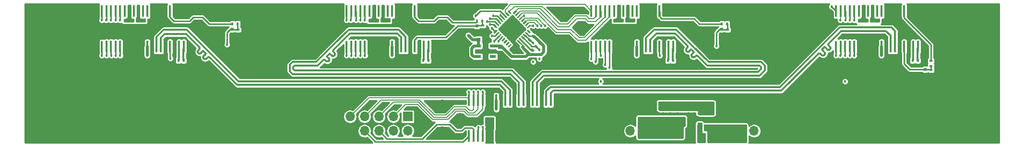
<source format=gtl>
G04 #@! TF.FileFunction,Copper,L1,Top,Signal*
%FSLAX46Y46*%
G04 Gerber Fmt 4.6, Leading zero omitted, Abs format (unit mm)*
G04 Created by KiCad (PCBNEW 4.0.7) date 07/13/18 19:56:19*
%MOMM*%
%LPD*%
G01*
G04 APERTURE LIST*
%ADD10C,0.100000*%
%ADD11R,0.400000X2.100000*%
%ADD12O,2.200000X2.200000*%
%ADD13R,0.500000X0.600000*%
%ADD14R,0.800000X0.750000*%
%ADD15R,0.600000X0.500000*%
%ADD16R,0.750000X0.800000*%
%ADD17R,1.800000X1.300000*%
%ADD18R,1.700000X1.700000*%
%ADD19O,1.700000X1.700000*%
%ADD20R,3.600000X1.500000*%
%ADD21C,4.500000*%
%ADD22R,0.400000X0.600000*%
%ADD23R,0.600000X0.400000*%
%ADD24R,0.600000X0.350000*%
%ADD25R,1.600000X2.100000*%
%ADD26R,1.100000X0.600000*%
%ADD27C,0.457200*%
%ADD28C,0.508000*%
%ADD29C,0.254000*%
%ADD30C,0.127000*%
%ADD31C,0.341630*%
%ADD32C,0.190500*%
G04 APERTURE END LIST*
D10*
G36*
X152649537Y-93842673D02*
X153144511Y-94337647D01*
X152946521Y-94535637D01*
X152451547Y-94040663D01*
X152649537Y-93842673D01*
X152649537Y-93842673D01*
G37*
G36*
X152295983Y-94196226D02*
X152790957Y-94691200D01*
X152592967Y-94889190D01*
X152097993Y-94394216D01*
X152295983Y-94196226D01*
X152295983Y-94196226D01*
G37*
G36*
X151942430Y-94549780D02*
X152437404Y-95044754D01*
X152239414Y-95242744D01*
X151744440Y-94747770D01*
X151942430Y-94549780D01*
X151942430Y-94549780D01*
G37*
G36*
X151588877Y-94903333D02*
X152083851Y-95398307D01*
X151885861Y-95596297D01*
X151390887Y-95101323D01*
X151588877Y-94903333D01*
X151588877Y-94903333D01*
G37*
G36*
X151235323Y-95256887D02*
X151730297Y-95751861D01*
X151532307Y-95949851D01*
X151037333Y-95454877D01*
X151235323Y-95256887D01*
X151235323Y-95256887D01*
G37*
G36*
X150881770Y-95610440D02*
X151376744Y-96105414D01*
X151178754Y-96303404D01*
X150683780Y-95808430D01*
X150881770Y-95610440D01*
X150881770Y-95610440D01*
G37*
G36*
X150528216Y-95963993D02*
X151023190Y-96458967D01*
X150825200Y-96656957D01*
X150330226Y-96161983D01*
X150528216Y-95963993D01*
X150528216Y-95963993D01*
G37*
G36*
X150174663Y-96317547D02*
X150669637Y-96812521D01*
X150471647Y-97010511D01*
X149976673Y-96515537D01*
X150174663Y-96317547D01*
X150174663Y-96317547D01*
G37*
G36*
X146773479Y-92916363D02*
X147268453Y-93411337D01*
X147070463Y-93609327D01*
X146575489Y-93114353D01*
X146773479Y-92916363D01*
X146773479Y-92916363D01*
G37*
G36*
X147127033Y-92562810D02*
X147622007Y-93057784D01*
X147424017Y-93255774D01*
X146929043Y-92760800D01*
X147127033Y-92562810D01*
X147127033Y-92562810D01*
G37*
G36*
X147480586Y-92209256D02*
X147975560Y-92704230D01*
X147777570Y-92902220D01*
X147282596Y-92407246D01*
X147480586Y-92209256D01*
X147480586Y-92209256D01*
G37*
G36*
X147834139Y-91855703D02*
X148329113Y-92350677D01*
X148131123Y-92548667D01*
X147636149Y-92053693D01*
X147834139Y-91855703D01*
X147834139Y-91855703D01*
G37*
G36*
X148187693Y-91502149D02*
X148682667Y-91997123D01*
X148484677Y-92195113D01*
X147989703Y-91700139D01*
X148187693Y-91502149D01*
X148187693Y-91502149D01*
G37*
G36*
X148541246Y-91148596D02*
X149036220Y-91643570D01*
X148838230Y-91841560D01*
X148343256Y-91346586D01*
X148541246Y-91148596D01*
X148541246Y-91148596D01*
G37*
G36*
X148894800Y-90795043D02*
X149389774Y-91290017D01*
X149191784Y-91488007D01*
X148696810Y-90993033D01*
X148894800Y-90795043D01*
X148894800Y-90795043D01*
G37*
G36*
X149743327Y-96515537D02*
X149248353Y-97010511D01*
X149050363Y-96812521D01*
X149545337Y-96317547D01*
X149743327Y-96515537D01*
X149743327Y-96515537D01*
G37*
G36*
X149389774Y-96161983D02*
X148894800Y-96656957D01*
X148696810Y-96458967D01*
X149191784Y-95963993D01*
X149389774Y-96161983D01*
X149389774Y-96161983D01*
G37*
G36*
X149036220Y-95808430D02*
X148541246Y-96303404D01*
X148343256Y-96105414D01*
X148838230Y-95610440D01*
X149036220Y-95808430D01*
X149036220Y-95808430D01*
G37*
G36*
X148682667Y-95454877D02*
X148187693Y-95949851D01*
X147989703Y-95751861D01*
X148484677Y-95256887D01*
X148682667Y-95454877D01*
X148682667Y-95454877D01*
G37*
G36*
X148329113Y-95101323D02*
X147834139Y-95596297D01*
X147636149Y-95398307D01*
X148131123Y-94903333D01*
X148329113Y-95101323D01*
X148329113Y-95101323D01*
G37*
G36*
X147975560Y-94747770D02*
X147480586Y-95242744D01*
X147282596Y-95044754D01*
X147777570Y-94549780D01*
X147975560Y-94747770D01*
X147975560Y-94747770D01*
G37*
G36*
X147622007Y-94394216D02*
X147127033Y-94889190D01*
X146929043Y-94691200D01*
X147424017Y-94196226D01*
X147622007Y-94394216D01*
X147622007Y-94394216D01*
G37*
G36*
X147268453Y-94040663D02*
X146773479Y-94535637D01*
X146575489Y-94337647D01*
X147070463Y-93842673D01*
X147268453Y-94040663D01*
X147268453Y-94040663D01*
G37*
G36*
X150669637Y-90639479D02*
X150174663Y-91134453D01*
X149976673Y-90936463D01*
X150471647Y-90441489D01*
X150669637Y-90639479D01*
X150669637Y-90639479D01*
G37*
G36*
X151023190Y-90993033D02*
X150528216Y-91488007D01*
X150330226Y-91290017D01*
X150825200Y-90795043D01*
X151023190Y-90993033D01*
X151023190Y-90993033D01*
G37*
G36*
X151376744Y-91346586D02*
X150881770Y-91841560D01*
X150683780Y-91643570D01*
X151178754Y-91148596D01*
X151376744Y-91346586D01*
X151376744Y-91346586D01*
G37*
G36*
X151730297Y-91700139D02*
X151235323Y-92195113D01*
X151037333Y-91997123D01*
X151532307Y-91502149D01*
X151730297Y-91700139D01*
X151730297Y-91700139D01*
G37*
G36*
X152083851Y-92053693D02*
X151588877Y-92548667D01*
X151390887Y-92350677D01*
X151885861Y-91855703D01*
X152083851Y-92053693D01*
X152083851Y-92053693D01*
G37*
G36*
X152437404Y-92407246D02*
X151942430Y-92902220D01*
X151744440Y-92704230D01*
X152239414Y-92209256D01*
X152437404Y-92407246D01*
X152437404Y-92407246D01*
G37*
G36*
X152790957Y-92760800D02*
X152295983Y-93255774D01*
X152097993Y-93057784D01*
X152592967Y-92562810D01*
X152790957Y-92760800D01*
X152790957Y-92760800D01*
G37*
G36*
X153144511Y-93114353D02*
X152649537Y-93609327D01*
X152451547Y-93411337D01*
X152946521Y-92916363D01*
X153144511Y-93114353D01*
X153144511Y-93114353D01*
G37*
G36*
X149248353Y-90441489D02*
X149743327Y-90936463D01*
X149545337Y-91134453D01*
X149050363Y-90639479D01*
X149248353Y-90441489D01*
X149248353Y-90441489D01*
G37*
G36*
X152094457Y-93726000D02*
X149860000Y-95960457D01*
X147625543Y-93726000D01*
X149860000Y-91491543D01*
X152094457Y-93726000D01*
X152094457Y-93726000D01*
G37*
D11*
X142260000Y-112628000D03*
D12*
X140660000Y-109728000D03*
X159060000Y-109728000D03*
X162185000Y-107353000D03*
X162185000Y-112103000D03*
X137535000Y-112103000D03*
X137535000Y-107353000D03*
D11*
X157460000Y-106303000D03*
X156660000Y-106328000D03*
X155860000Y-106328000D03*
X155060000Y-106328000D03*
X154260000Y-106328000D03*
X153460000Y-106328000D03*
X152660000Y-106328000D03*
X151860000Y-106328000D03*
X151060000Y-106328000D03*
X150260000Y-106328000D03*
X149460000Y-106328000D03*
X148660000Y-106328000D03*
X147860000Y-106328000D03*
X147060000Y-106328000D03*
X146260000Y-106328000D03*
X145460000Y-106328000D03*
X144660000Y-106328000D03*
X143860000Y-106328000D03*
X143060000Y-106328000D03*
X142260000Y-106328000D03*
X143060000Y-112628000D03*
X143860000Y-112628000D03*
X144660000Y-112628000D03*
X145460000Y-112628000D03*
X146260000Y-112628000D03*
X147060000Y-112628000D03*
X147860000Y-112628000D03*
X148660000Y-112628000D03*
X149460000Y-112628000D03*
X150260000Y-112628000D03*
X151060000Y-112628000D03*
X151860000Y-112628000D03*
X152660000Y-112628000D03*
X153460000Y-112628000D03*
X154260000Y-112628000D03*
X155060000Y-112628000D03*
X155860000Y-112628000D03*
X156660000Y-112628000D03*
X157460000Y-112628000D03*
X179050000Y-90572000D03*
D12*
X180650000Y-93472000D03*
X162250000Y-93472000D03*
X159125000Y-95847000D03*
X159125000Y-91097000D03*
X183775000Y-91097000D03*
X183775000Y-95847000D03*
D11*
X163850000Y-96897000D03*
X164650000Y-96872000D03*
X165450000Y-96872000D03*
X166250000Y-96872000D03*
X167050000Y-96872000D03*
X167850000Y-96872000D03*
X168650000Y-96872000D03*
X169450000Y-96872000D03*
X170250000Y-96872000D03*
X171050000Y-96872000D03*
X171850000Y-96872000D03*
X172650000Y-96872000D03*
X173450000Y-96872000D03*
X174250000Y-96872000D03*
X175050000Y-96872000D03*
X175850000Y-96872000D03*
X176650000Y-96872000D03*
X177450000Y-96872000D03*
X178250000Y-96872000D03*
X179050000Y-96872000D03*
X178250000Y-90572000D03*
X177450000Y-90572000D03*
X176650000Y-90572000D03*
X175850000Y-90572000D03*
X175050000Y-90572000D03*
X174250000Y-90572000D03*
X173450000Y-90572000D03*
X172650000Y-90572000D03*
X171850000Y-90572000D03*
X171050000Y-90572000D03*
X170250000Y-90572000D03*
X169450000Y-90572000D03*
X168650000Y-90572000D03*
X167850000Y-90572000D03*
X167050000Y-90572000D03*
X166250000Y-90572000D03*
X165450000Y-90572000D03*
X164650000Y-90572000D03*
X163850000Y-90572000D03*
X222230000Y-90572000D03*
D12*
X223830000Y-93472000D03*
X205430000Y-93472000D03*
X202305000Y-95847000D03*
X202305000Y-91097000D03*
X226955000Y-91097000D03*
X226955000Y-95847000D03*
D11*
X207030000Y-96897000D03*
X207830000Y-96872000D03*
X208630000Y-96872000D03*
X209430000Y-96872000D03*
X210230000Y-96872000D03*
X211030000Y-96872000D03*
X211830000Y-96872000D03*
X212630000Y-96872000D03*
X213430000Y-96872000D03*
X214230000Y-96872000D03*
X215030000Y-96872000D03*
X215830000Y-96872000D03*
X216630000Y-96872000D03*
X217430000Y-96872000D03*
X218230000Y-96872000D03*
X219030000Y-96872000D03*
X219830000Y-96872000D03*
X220630000Y-96872000D03*
X221430000Y-96872000D03*
X222230000Y-96872000D03*
X221430000Y-90572000D03*
X220630000Y-90572000D03*
X219830000Y-90572000D03*
X219030000Y-90572000D03*
X218230000Y-90572000D03*
X217430000Y-90572000D03*
X216630000Y-90572000D03*
X215830000Y-90572000D03*
X215030000Y-90572000D03*
X214230000Y-90572000D03*
X213430000Y-90572000D03*
X212630000Y-90572000D03*
X211830000Y-90572000D03*
X211030000Y-90572000D03*
X210230000Y-90572000D03*
X209430000Y-90572000D03*
X208630000Y-90572000D03*
X207830000Y-90572000D03*
X207030000Y-90572000D03*
D10*
G36*
X151808264Y-96504182D02*
X152161818Y-96857736D01*
X151737554Y-97282000D01*
X151384000Y-96928446D01*
X151808264Y-96504182D01*
X151808264Y-96504182D01*
G37*
G36*
X151030446Y-97282000D02*
X151384000Y-97635554D01*
X150959736Y-98059818D01*
X150606182Y-97706264D01*
X151030446Y-97282000D01*
X151030446Y-97282000D01*
G37*
D13*
X100457000Y-93811000D03*
X100457000Y-94911000D03*
D14*
X180836000Y-111887000D03*
X179336000Y-111887000D03*
D15*
X184700000Y-113538000D03*
X183600000Y-113538000D03*
D16*
X187579000Y-109613000D03*
X187579000Y-111113000D03*
X186309000Y-109613000D03*
X186309000Y-111113000D03*
D13*
X143637000Y-93176000D03*
X143637000Y-94276000D03*
X186817000Y-93811000D03*
X186817000Y-94911000D03*
X222758000Y-100923000D03*
X222758000Y-102023000D03*
D17*
X184531000Y-111228000D03*
X184531000Y-108228000D03*
D18*
X131445000Y-109220000D03*
D19*
X131445000Y-111760000D03*
X128905000Y-109220000D03*
X128905000Y-111760000D03*
X126365000Y-109220000D03*
X126365000Y-111760000D03*
X123825000Y-109220000D03*
X123825000Y-111760000D03*
X121285000Y-109220000D03*
X121285000Y-111760000D03*
D11*
X135870000Y-90572000D03*
D12*
X137470000Y-93472000D03*
X119070000Y-93472000D03*
X115945000Y-95847000D03*
X115945000Y-91097000D03*
X140595000Y-91097000D03*
X140595000Y-95847000D03*
D11*
X120670000Y-96897000D03*
X121470000Y-96872000D03*
X122270000Y-96872000D03*
X123070000Y-96872000D03*
X123870000Y-96872000D03*
X124670000Y-96872000D03*
X125470000Y-96872000D03*
X126270000Y-96872000D03*
X127070000Y-96872000D03*
X127870000Y-96872000D03*
X128670000Y-96872000D03*
X129470000Y-96872000D03*
X130270000Y-96872000D03*
X131070000Y-96872000D03*
X131870000Y-96872000D03*
X132670000Y-96872000D03*
X133470000Y-96872000D03*
X134270000Y-96872000D03*
X135070000Y-96872000D03*
X135870000Y-96872000D03*
X135070000Y-90572000D03*
X134270000Y-90572000D03*
X133470000Y-90572000D03*
X132670000Y-90572000D03*
X131870000Y-90572000D03*
X131070000Y-90572000D03*
X130270000Y-90572000D03*
X129470000Y-90572000D03*
X128670000Y-90572000D03*
X127870000Y-90572000D03*
X127070000Y-90572000D03*
X126270000Y-90572000D03*
X125470000Y-90572000D03*
X124670000Y-90572000D03*
X123870000Y-90572000D03*
X123070000Y-90572000D03*
X122270000Y-90572000D03*
X121470000Y-90572000D03*
X120670000Y-90572000D03*
X92690000Y-90572000D03*
D12*
X94290000Y-93472000D03*
X75890000Y-93472000D03*
X72765000Y-95847000D03*
X72765000Y-91097000D03*
X97415000Y-91097000D03*
X97415000Y-95847000D03*
D11*
X77490000Y-96897000D03*
X78290000Y-96872000D03*
X79090000Y-96872000D03*
X79890000Y-96872000D03*
X80690000Y-96872000D03*
X81490000Y-96872000D03*
X82290000Y-96872000D03*
X83090000Y-96872000D03*
X83890000Y-96872000D03*
X84690000Y-96872000D03*
X85490000Y-96872000D03*
X86290000Y-96872000D03*
X87090000Y-96872000D03*
X87890000Y-96872000D03*
X88690000Y-96872000D03*
X89490000Y-96872000D03*
X90290000Y-96872000D03*
X91090000Y-96872000D03*
X91890000Y-96872000D03*
X92690000Y-96872000D03*
X91890000Y-90572000D03*
X91090000Y-90572000D03*
X90290000Y-90572000D03*
X89490000Y-90572000D03*
X88690000Y-90572000D03*
X87890000Y-90572000D03*
X87090000Y-90572000D03*
X86290000Y-90572000D03*
X85490000Y-90572000D03*
X84690000Y-90572000D03*
X83890000Y-90572000D03*
X83090000Y-90572000D03*
X82290000Y-90572000D03*
X81490000Y-90572000D03*
X80690000Y-90572000D03*
X79890000Y-90572000D03*
X79090000Y-90572000D03*
X78290000Y-90572000D03*
X77490000Y-90572000D03*
D20*
X177419000Y-107314000D03*
X177419000Y-110364000D03*
D21*
X67310000Y-110490000D03*
X232410000Y-110490000D03*
X67310000Y-92710000D03*
X232410000Y-92710000D03*
D10*
G36*
X152914513Y-98461751D02*
X152490249Y-98037487D01*
X152773091Y-97754645D01*
X153197355Y-98178909D01*
X152914513Y-98461751D01*
X152914513Y-98461751D01*
G37*
G36*
X153550909Y-97825355D02*
X153126645Y-97401091D01*
X153409487Y-97118249D01*
X153833751Y-97542513D01*
X153550909Y-97825355D01*
X153550909Y-97825355D01*
G37*
G36*
X154679487Y-95848249D02*
X155103751Y-96272513D01*
X154820909Y-96555355D01*
X154396645Y-96131091D01*
X154679487Y-95848249D01*
X154679487Y-95848249D01*
G37*
G36*
X154043091Y-96484645D02*
X154467355Y-96908909D01*
X154184513Y-97191751D01*
X153760249Y-96767487D01*
X154043091Y-96484645D01*
X154043091Y-96484645D01*
G37*
G36*
X153536487Y-94705249D02*
X153960751Y-95129513D01*
X153677909Y-95412355D01*
X153253645Y-94988091D01*
X153536487Y-94705249D01*
X153536487Y-94705249D01*
G37*
G36*
X152900091Y-95341645D02*
X153324355Y-95765909D01*
X153041513Y-96048751D01*
X152617249Y-95624487D01*
X152900091Y-95341645D01*
X152900091Y-95341645D01*
G37*
D22*
X184727000Y-112522000D03*
X183827000Y-112522000D03*
X182822000Y-111887000D03*
X181922000Y-111887000D03*
X100515000Y-92837000D03*
X101415000Y-92837000D03*
X143695000Y-92329000D03*
X144595000Y-92329000D03*
X90990000Y-99314000D03*
X91890000Y-99314000D03*
D23*
X101473000Y-93911000D03*
X101473000Y-94811000D03*
D22*
X134170000Y-99314000D03*
X135070000Y-99314000D03*
D23*
X144653000Y-93149000D03*
X144653000Y-94049000D03*
D22*
X186875000Y-92837000D03*
X187775000Y-92837000D03*
D23*
X223774000Y-99372000D03*
X223774000Y-100272000D03*
D22*
X177350000Y-99314000D03*
X178250000Y-99314000D03*
D23*
X187833000Y-93911000D03*
X187833000Y-94811000D03*
D22*
X220530000Y-99314000D03*
X221430000Y-99314000D03*
D23*
X223774000Y-101023000D03*
X223774000Y-101923000D03*
D24*
X180083000Y-108651000D03*
X180083000Y-109601000D03*
X180083000Y-110551000D03*
X182883000Y-110551000D03*
X182883000Y-109601000D03*
X182883000Y-108651000D03*
D25*
X181483000Y-109601000D03*
D14*
X145403000Y-95631000D03*
X143903000Y-95631000D03*
D16*
X147701000Y-98413000D03*
X147701000Y-96913000D03*
D18*
X195072000Y-111760000D03*
D19*
X192532000Y-111760000D03*
X189992000Y-111760000D03*
D18*
X168148000Y-111760000D03*
D19*
X170688000Y-111760000D03*
X173228000Y-111760000D03*
D26*
X146461000Y-96713000D03*
X146461000Y-98613000D03*
X143861000Y-98613000D03*
X143861000Y-97663000D03*
X143861000Y-96713000D03*
D27*
X183896000Y-109728000D03*
X185166000Y-109728000D03*
X190500000Y-109220000D03*
X179070000Y-108712000D03*
X175260000Y-108712000D03*
X176530000Y-108712000D03*
X177800000Y-108712000D03*
X193040000Y-109220000D03*
X132080000Y-92710000D03*
X129540000Y-92710000D03*
X215900000Y-92075000D03*
X218440000Y-92710000D03*
X218440000Y-95250000D03*
X219710000Y-93980000D03*
X220980000Y-95250000D03*
X168275000Y-98425000D03*
X170815000Y-98425000D03*
X179705000Y-98425000D03*
X173355000Y-98425000D03*
X174625000Y-98425000D03*
X86360000Y-94615000D03*
X87630000Y-93345000D03*
X89535000Y-93091000D03*
X91440000Y-93091000D03*
X145415000Y-100330000D03*
X145415000Y-98044000D03*
X180848000Y-112903000D03*
X181864000Y-112903000D03*
X180975000Y-108712000D03*
X181991000Y-108712000D03*
X181483000Y-109601000D03*
X180975000Y-110490000D03*
X181991000Y-110490000D03*
X189230000Y-107315000D03*
X186690000Y-107315000D03*
X187325000Y-108585000D03*
X186055000Y-108585000D03*
X188595000Y-109855000D03*
X188595000Y-108585000D03*
X205740000Y-106680000D03*
X195580000Y-107315000D03*
X200660000Y-107315000D03*
X191770000Y-107315000D03*
X167640000Y-109220000D03*
X173990000Y-107315000D03*
X171450000Y-107315000D03*
X168910000Y-107315000D03*
X166370000Y-107315000D03*
X205740000Y-98425000D03*
X201930000Y-101600000D03*
X200025000Y-103505000D03*
X198120000Y-105410000D03*
X195580000Y-105410000D03*
X193040000Y-105410000D03*
X190500000Y-105410000D03*
X187960000Y-105410000D03*
X185420000Y-105410000D03*
X182880000Y-105410000D03*
X180340000Y-105410000D03*
X177800000Y-105410000D03*
X175260000Y-105410000D03*
X172720000Y-105410000D03*
X170180000Y-105410000D03*
X167640000Y-105410000D03*
X165100000Y-105410000D03*
X177038000Y-92964000D03*
X174244000Y-92964000D03*
X172720000Y-92075000D03*
X171450000Y-93345000D03*
X168910000Y-93345000D03*
X166370000Y-93345000D03*
X165100000Y-94615000D03*
X167640000Y-94615000D03*
X170180000Y-94615000D03*
X172720000Y-94615000D03*
X158115000Y-102870000D03*
X160655000Y-102870000D03*
X163195000Y-102870000D03*
X162560000Y-96520000D03*
X156845000Y-98425000D03*
X158750000Y-98425000D03*
X160655000Y-98425000D03*
X162560000Y-98425000D03*
X200025000Y-95885000D03*
X197485000Y-95885000D03*
X194945000Y-95885000D03*
X192405000Y-95885000D03*
X189865000Y-95885000D03*
X187325000Y-95885000D03*
X224155000Y-90805000D03*
X221615000Y-92710000D03*
X210820000Y-95250000D03*
X213360000Y-95250000D03*
X215900000Y-95250000D03*
X152654000Y-103632000D03*
X153035000Y-102235000D03*
X130175000Y-100330000D03*
X132715000Y-100330000D03*
X135255000Y-100330000D03*
X137795000Y-100330000D03*
X140335000Y-100330000D03*
X142875000Y-100330000D03*
X151765000Y-101600000D03*
X197485000Y-101600000D03*
X185928000Y-98425000D03*
X188595000Y-98425000D03*
X191135000Y-98425000D03*
X193675000Y-98425000D03*
X194945000Y-101600000D03*
X200660000Y-98425000D03*
X196215000Y-102870000D03*
X193675000Y-102870000D03*
X191135000Y-102870000D03*
X188595000Y-102870000D03*
X186055000Y-102870000D03*
X183515000Y-102870000D03*
X180975000Y-102870000D03*
X178435000Y-102870000D03*
X175895000Y-102870000D03*
X173355000Y-102870000D03*
X170815000Y-102870000D03*
X168275000Y-102870000D03*
X155448000Y-103632000D03*
X160020000Y-113030000D03*
X160020000Y-106680000D03*
X148590000Y-107950000D03*
X151130000Y-107950000D03*
X153670000Y-107950000D03*
X156210000Y-107950000D03*
X154940000Y-110490000D03*
X152400000Y-110490000D03*
X149860000Y-110490000D03*
X147320000Y-110490000D03*
X71120000Y-99060000D03*
X210820000Y-106680000D03*
X233680000Y-104140000D03*
X233680000Y-99060000D03*
X213360000Y-99060000D03*
X215900000Y-101600000D03*
X213360000Y-104140000D03*
X218440000Y-104140000D03*
X223520000Y-104140000D03*
X226060000Y-101600000D03*
X228600000Y-99060000D03*
X228600000Y-104140000D03*
X104775000Y-102108000D03*
X107315000Y-102108000D03*
X109855000Y-102108000D03*
X99060000Y-102616000D03*
X96520000Y-100330000D03*
X100965000Y-104521000D03*
X102235000Y-102108000D03*
X100330000Y-100330000D03*
X102235000Y-100330000D03*
X104775000Y-100330000D03*
X107315000Y-100330000D03*
X109855000Y-100330000D03*
X116840000Y-100330000D03*
X119380000Y-99695000D03*
X124460000Y-99695000D03*
X127000000Y-99695000D03*
X103505000Y-104521000D03*
X106045000Y-104521000D03*
X108585000Y-104521000D03*
X111125000Y-104521000D03*
X113665000Y-104521000D03*
X116205000Y-104521000D03*
X118745000Y-104521000D03*
X126365000Y-104521000D03*
X128905000Y-104521000D03*
X131445000Y-104521000D03*
X133985000Y-104521000D03*
X96520000Y-104521000D03*
X139065000Y-104521000D03*
X136525000Y-104521000D03*
X78740000Y-94615000D03*
X86995000Y-92075000D03*
X85725000Y-93345000D03*
X83185000Y-93345000D03*
X84455000Y-94615000D03*
X66040000Y-99060000D03*
X76200000Y-99060000D03*
X149860000Y-95504000D03*
X150114000Y-97409000D03*
X149860000Y-93726000D03*
X148971000Y-92837000D03*
X149860000Y-92075000D03*
X150749000Y-92964000D03*
X151638000Y-93726000D03*
X150749000Y-94615000D03*
X148971000Y-94615000D03*
X148082000Y-93726000D03*
X150114000Y-103632000D03*
X148844000Y-102616000D03*
X205740000Y-101600000D03*
X210820000Y-101600000D03*
X71120000Y-104140000D03*
X76200000Y-104140000D03*
X86360000Y-104521000D03*
X91440000Y-104521000D03*
X66040000Y-104140000D03*
X93980000Y-99060000D03*
X231140000Y-96520000D03*
X231140000Y-101600000D03*
X231140000Y-106680000D03*
X215900000Y-106680000D03*
X220980000Y-106680000D03*
X226060000Y-106680000D03*
X228600000Y-109220000D03*
X223520000Y-109220000D03*
X218440000Y-109220000D03*
X213360000Y-109220000D03*
X208280000Y-109220000D03*
X203200000Y-109220000D03*
X198120000Y-109220000D03*
X200660000Y-111760000D03*
X205740000Y-111760000D03*
X210820000Y-111760000D03*
X215900000Y-111760000D03*
X220980000Y-111760000D03*
X226060000Y-111760000D03*
X104140000Y-93980000D03*
X111760000Y-96520000D03*
X106680000Y-96520000D03*
X101600000Y-96520000D03*
X101600000Y-91440000D03*
X109220000Y-93980000D03*
X68580000Y-101600000D03*
X83820000Y-101600000D03*
X73660000Y-101600000D03*
X68580000Y-96520000D03*
X68580000Y-106680000D03*
X78740000Y-106680000D03*
X73660000Y-106680000D03*
X116840000Y-109220000D03*
X111760000Y-109220000D03*
X106680000Y-109220000D03*
X101600000Y-109220000D03*
X96520000Y-109220000D03*
X91440000Y-109220000D03*
X86360000Y-109220000D03*
X81280000Y-109220000D03*
X76200000Y-109220000D03*
X71120000Y-109220000D03*
X187960000Y-91440000D03*
X193040000Y-91440000D03*
X198120000Y-91440000D03*
X106680000Y-91440000D03*
X111760000Y-91440000D03*
X73660000Y-111760000D03*
X78740000Y-111760000D03*
X83820000Y-111760000D03*
X88900000Y-111760000D03*
X93980000Y-111760000D03*
X99060000Y-111760000D03*
X104140000Y-111760000D03*
X109220000Y-111760000D03*
X114300000Y-111760000D03*
X99568000Y-96520000D03*
X89535000Y-98933000D03*
X146304000Y-110490000D03*
X146304000Y-109728000D03*
X145415000Y-110490000D03*
X145415000Y-109728000D03*
X142113000Y-94869000D03*
X211201000Y-92202000D03*
X212344000Y-92202000D03*
X169164000Y-92202000D03*
X168021000Y-92202000D03*
X81661000Y-92202000D03*
X82804000Y-92202000D03*
X125984000Y-92202000D03*
X124841000Y-92202000D03*
X185928000Y-96774000D03*
X175895000Y-98425000D03*
X208597500Y-98425000D03*
X208597500Y-102997000D03*
X144653000Y-111125000D03*
X128651000Y-98425000D03*
X85471000Y-98425000D03*
X171831000Y-98425000D03*
X147066000Y-107950000D03*
X215011000Y-98425000D03*
X144653000Y-104902000D03*
X80708500Y-98425000D03*
X123888500Y-98425000D03*
X210185000Y-98425000D03*
X167005000Y-100584000D03*
X143827500Y-104902000D03*
X79883000Y-98425000D03*
X123063000Y-98425000D03*
X209423000Y-98425000D03*
X166243000Y-100076000D03*
X142240000Y-104902000D03*
X154686000Y-97409000D03*
X154686000Y-99060000D03*
X163830000Y-99060000D03*
X77470000Y-98425000D03*
X120650000Y-98425000D03*
X207010000Y-98425000D03*
X143065500Y-104902000D03*
X153543000Y-96266000D03*
X153543000Y-99568000D03*
X78295500Y-98425000D03*
X121475500Y-98425000D03*
X207772000Y-98425000D03*
X164592000Y-99568000D03*
X165481000Y-98425000D03*
X165481000Y-102997000D03*
X143891000Y-111125000D03*
X122237500Y-98425000D03*
X79121000Y-98425000D03*
X213614000Y-92202000D03*
X214376000Y-92202000D03*
X170434000Y-92202000D03*
X171196000Y-92202000D03*
X84074000Y-92202000D03*
X84836000Y-92202000D03*
X127254000Y-92202000D03*
X128016000Y-92202000D03*
X80645000Y-92202000D03*
X145923000Y-92964000D03*
X79883000Y-92202000D03*
X146304000Y-93599000D03*
X79057500Y-92202000D03*
X146304000Y-94996000D03*
X146685000Y-95885000D03*
X78232000Y-92202000D03*
X77470000Y-92202000D03*
X147447000Y-95885000D03*
X143383000Y-91440000D03*
X123825000Y-92202000D03*
X147828000Y-91338400D03*
X123063000Y-92202000D03*
X146558000Y-91440000D03*
X122301000Y-92202000D03*
X145923000Y-91948000D03*
X121412000Y-92202000D03*
X145415000Y-92456000D03*
X120650000Y-92202000D03*
X153543000Y-93154500D03*
X210185000Y-92202000D03*
X154305000Y-93154500D03*
X209423000Y-92202000D03*
X208661000Y-92202000D03*
X155003500Y-93154500D03*
X155702000Y-93154500D03*
X207772000Y-92202000D03*
X206248000Y-89789000D03*
X151968200Y-91389200D03*
D28*
X152843802Y-98108198D02*
X152843802Y-98106802D01*
X151574500Y-98615500D02*
X152336500Y-98615500D01*
X152336500Y-98615500D02*
X152844500Y-98107500D01*
X147891500Y-96710500D02*
X149796500Y-98615500D01*
X149796500Y-98615500D02*
X151574500Y-98615500D01*
X152844500Y-98107500D02*
X152843802Y-98108198D01*
X152844500Y-98234500D02*
X152843802Y-98108198D01*
X147701000Y-96913000D02*
X147701000Y-96901000D01*
X147701000Y-96901000D02*
X147891500Y-96710500D01*
X146461000Y-96713000D02*
X147889000Y-96713000D01*
X147889000Y-96713000D02*
X147891500Y-96710500D01*
X147891500Y-96710500D02*
X147701000Y-96913000D01*
X152843802Y-98108198D02*
X152845198Y-98108198D01*
X152845198Y-98108198D02*
X152971500Y-98234500D01*
X152971500Y-98234500D02*
X155003500Y-98234500D01*
X155003500Y-98234500D02*
X155448000Y-97790000D01*
X155448000Y-97790000D02*
X155448000Y-96774000D01*
X155448000Y-96774000D02*
X154432000Y-95758000D01*
D29*
X152444475Y-94542708D02*
X152454708Y-94542708D01*
X152454708Y-94542708D02*
X152844500Y-94932500D01*
X152844500Y-94932500D02*
X153480896Y-94932500D01*
X153480896Y-94932500D02*
X153607198Y-95058802D01*
X151772909Y-96893091D02*
X151772909Y-96699569D01*
X151772909Y-96699569D02*
X151030262Y-95956922D01*
D28*
X152843802Y-98106802D02*
X152400000Y-97663000D01*
X152400000Y-97663000D02*
X151892000Y-97155000D01*
X151892000Y-97155000D02*
X151772909Y-97035909D01*
X151772909Y-97035909D02*
X151772909Y-96893091D01*
X154750198Y-96201802D02*
X154750198Y-96076198D01*
X154750198Y-96076198D02*
X154432000Y-95758000D01*
X154432000Y-95758000D02*
X153732802Y-95058802D01*
X153732802Y-95058802D02*
X153607198Y-95058802D01*
X154875802Y-96201802D02*
X154750198Y-96201802D01*
D29*
X185166000Y-109728000D02*
X183896000Y-109728000D01*
X190500000Y-109220000D02*
X190373000Y-109347000D01*
X190373000Y-109347000D02*
X190500000Y-109220000D01*
X179131000Y-108651000D02*
X179070000Y-108712000D01*
X179131000Y-108651000D02*
X180083000Y-108651000D01*
X131070000Y-91700000D02*
X132080000Y-92710000D01*
X131070000Y-90572000D02*
X131070000Y-91700000D01*
X218440000Y-95250000D02*
X218440000Y-92710000D01*
X220980000Y-95250000D02*
X219710000Y-93980000D01*
X170815000Y-98425000D02*
X168275000Y-98425000D01*
X174625000Y-98425000D02*
X173355000Y-98425000D01*
X87630000Y-93345000D02*
X86360000Y-94615000D01*
X91440000Y-93091000D02*
X89535000Y-93091000D01*
X180836000Y-112891000D02*
X180848000Y-112903000D01*
X180836000Y-112891000D02*
X180836000Y-111887000D01*
X181483000Y-109601000D02*
X181483000Y-109347000D01*
X181483000Y-109347000D02*
X180975000Y-108712000D01*
X181991000Y-108712000D02*
X181483000Y-109347000D01*
X180975000Y-110490000D02*
X181991000Y-110490000D01*
X180083000Y-108651000D02*
X178877000Y-108651000D01*
X178877000Y-108651000D02*
X178816000Y-108712000D01*
X187325000Y-108585000D02*
X186055000Y-108585000D01*
X187325000Y-108585000D02*
X186055000Y-108585000D01*
X189230000Y-107315000D02*
X189230000Y-109220000D01*
X189230000Y-109220000D02*
X188595000Y-109855000D01*
X189230000Y-107315000D02*
X191770000Y-107315000D01*
X195580000Y-107315000D02*
X191770000Y-107315000D01*
X200660000Y-107315000D02*
X195580000Y-107315000D01*
X205740000Y-106680000D02*
X200660000Y-107315000D01*
X167640000Y-109220000D02*
X167640000Y-108585000D01*
X170180000Y-106680000D02*
X167640000Y-109220000D01*
X168910000Y-107315000D02*
X171450000Y-107315000D01*
X167640000Y-108585000D02*
X166370000Y-107315000D01*
X200025000Y-103505000D02*
X201930000Y-101600000D01*
X157460000Y-106303000D02*
X164207000Y-106303000D01*
X198120000Y-105410000D02*
X200660000Y-105410000D01*
X193040000Y-105410000D02*
X195580000Y-105410000D01*
X187960000Y-105410000D02*
X190500000Y-105410000D01*
X182880000Y-105410000D02*
X185420000Y-105410000D01*
X177800000Y-105410000D02*
X180340000Y-105410000D01*
X172720000Y-105410000D02*
X175260000Y-105410000D01*
X167640000Y-105410000D02*
X170180000Y-105410000D01*
X164207000Y-106303000D02*
X165100000Y-105410000D01*
X187287000Y-95847000D02*
X187325000Y-95885000D01*
X219830000Y-96872000D02*
X219830000Y-95370000D01*
X219830000Y-95370000D02*
X219710000Y-95250000D01*
X215830000Y-96872000D02*
X215830000Y-95320000D01*
X215830000Y-95320000D02*
X215900000Y-95250000D01*
X152660000Y-103638000D02*
X152654000Y-103632000D01*
X152660000Y-106328000D02*
X152660000Y-103638000D01*
X155060000Y-106328000D02*
X155060000Y-104020000D01*
X155060000Y-104020000D02*
X155194000Y-103886000D01*
X233680000Y-99060000D02*
X233680000Y-104140000D01*
X233680000Y-93980000D02*
X233680000Y-99060000D01*
X127070000Y-96872000D02*
X127070000Y-99625000D01*
X127070000Y-99625000D02*
X127000000Y-99695000D01*
X150676708Y-96310475D02*
X150666475Y-96310475D01*
X150666475Y-96310475D02*
X149733000Y-95377000D01*
X147060000Y-112628000D02*
X147807000Y-112628000D01*
X147807000Y-112628000D02*
X147828000Y-112649000D01*
X147828000Y-112649000D02*
X147860000Y-112628000D01*
X148844000Y-102616000D02*
X150114000Y-103632000D01*
X210820000Y-106680000D02*
X210820000Y-101600000D01*
X210820000Y-101600000D02*
X205740000Y-101600000D01*
X96520000Y-104521000D02*
X93980000Y-101600000D01*
X71120000Y-104140000D02*
X76200000Y-104140000D01*
X76200000Y-104140000D02*
X86360000Y-104521000D01*
X86360000Y-104521000D02*
X91440000Y-104521000D01*
X91440000Y-104521000D02*
X96520000Y-104521000D01*
X66040000Y-93980000D02*
X66040000Y-99060000D01*
X66040000Y-99060000D02*
X66040000Y-104140000D01*
X66040000Y-104140000D02*
X71120000Y-104140000D01*
X93980000Y-101600000D02*
X93980000Y-99060000D01*
X162185000Y-107353000D02*
X162858000Y-106680000D01*
X162858000Y-106680000D02*
X170180000Y-106680000D01*
X170180000Y-106680000D02*
X165100000Y-106680000D01*
X231140000Y-106680000D02*
X226060000Y-106680000D01*
X231140000Y-96520000D02*
X231140000Y-101600000D01*
X231140000Y-101600000D02*
X231140000Y-106680000D01*
X231140000Y-93980000D02*
X231140000Y-96520000D01*
X215900000Y-106680000D02*
X210820000Y-106680000D01*
X220980000Y-106680000D02*
X215900000Y-106680000D01*
X226060000Y-106680000D02*
X220980000Y-106680000D01*
X193040000Y-109220000D02*
X198120000Y-109220000D01*
X223520000Y-109220000D02*
X228600000Y-109220000D01*
X218440000Y-109220000D02*
X223520000Y-109220000D01*
X213360000Y-109220000D02*
X218440000Y-109220000D01*
X208280000Y-109220000D02*
X213360000Y-109220000D01*
X203200000Y-109220000D02*
X208280000Y-109220000D01*
X198120000Y-109220000D02*
X203200000Y-109220000D01*
X195580000Y-111760000D02*
X193040000Y-109220000D01*
X200660000Y-111760000D02*
X195580000Y-111760000D01*
X205740000Y-111760000D02*
X200660000Y-111760000D01*
X210820000Y-111760000D02*
X205740000Y-111760000D01*
X215900000Y-111760000D02*
X210820000Y-111760000D01*
X220980000Y-111760000D02*
X215900000Y-111760000D01*
X226060000Y-111760000D02*
X220980000Y-111760000D01*
X231140000Y-111760000D02*
X226060000Y-111760000D01*
X104140000Y-93980000D02*
X101600000Y-96520000D01*
X106680000Y-96520000D02*
X111760000Y-96520000D01*
X101600000Y-96520000D02*
X106680000Y-96520000D01*
X101600000Y-91440000D02*
X104140000Y-93980000D01*
X104140000Y-93980000D02*
X109220000Y-93980000D01*
X68580000Y-101600000D02*
X73660000Y-101600000D01*
X73660000Y-101600000D02*
X83820000Y-101600000D01*
X68580000Y-106680000D02*
X73660000Y-106680000D01*
X68580000Y-96520000D02*
X68580000Y-101600000D01*
X68580000Y-101600000D02*
X68580000Y-106680000D01*
X68580000Y-93980000D02*
X68580000Y-96520000D01*
X73660000Y-106680000D02*
X78740000Y-106680000D01*
X67310000Y-110490000D02*
X68580000Y-109220000D01*
X68580000Y-109220000D02*
X71120000Y-109220000D01*
X111760000Y-109220000D02*
X116840000Y-109220000D01*
X106680000Y-109220000D02*
X111760000Y-109220000D01*
X101600000Y-109220000D02*
X106680000Y-109220000D01*
X96520000Y-109220000D02*
X101600000Y-109220000D01*
X91440000Y-109220000D02*
X96520000Y-109220000D01*
X86360000Y-109220000D02*
X91440000Y-109220000D01*
X81280000Y-109220000D02*
X86360000Y-109220000D01*
X76200000Y-109220000D02*
X81280000Y-109220000D01*
X71120000Y-109220000D02*
X76200000Y-109220000D01*
X183775000Y-91097000D02*
X184118000Y-91440000D01*
X184118000Y-91440000D02*
X187960000Y-91440000D01*
X187960000Y-91440000D02*
X193040000Y-91440000D01*
X193040000Y-91440000D02*
X198120000Y-91440000D01*
X97415000Y-91097000D02*
X97758000Y-91440000D01*
X97758000Y-91440000D02*
X101600000Y-91440000D01*
X101600000Y-91440000D02*
X106680000Y-91440000D01*
X106680000Y-91440000D02*
X111760000Y-91440000D01*
X232410000Y-92710000D02*
X231140000Y-93980000D01*
X232410000Y-92710000D02*
X233680000Y-93980000D01*
X232410000Y-110490000D02*
X231140000Y-111760000D01*
X67310000Y-110490000D02*
X68580000Y-111760000D01*
X68580000Y-111760000D02*
X73660000Y-111760000D01*
X73660000Y-111760000D02*
X78740000Y-111760000D01*
X78740000Y-111760000D02*
X83820000Y-111760000D01*
X83820000Y-111760000D02*
X88900000Y-111760000D01*
X88900000Y-111760000D02*
X93980000Y-111760000D01*
X93980000Y-111760000D02*
X99060000Y-111760000D01*
X99060000Y-111760000D02*
X104140000Y-111760000D01*
X104140000Y-111760000D02*
X109220000Y-111760000D01*
X109220000Y-111760000D02*
X114300000Y-111760000D01*
X67310000Y-92710000D02*
X68580000Y-93980000D01*
X67310000Y-92710000D02*
X66040000Y-93980000D01*
X146260000Y-106328000D02*
X146304000Y-106284000D01*
X146304000Y-106284000D02*
X146304000Y-104584500D01*
X146304000Y-104584500D02*
X145905220Y-104185720D01*
X145905220Y-104185720D02*
X142681960Y-104185720D01*
D30*
X145460000Y-106328000D02*
X145460000Y-107206500D01*
D29*
X100457000Y-93811000D02*
X100118000Y-93811000D01*
X89535000Y-98933000D02*
X89490000Y-98888000D01*
X89490000Y-98888000D02*
X89490000Y-96872000D01*
X99568000Y-94361000D02*
X99568000Y-96520000D01*
X100118000Y-93811000D02*
X99568000Y-94361000D01*
X101473000Y-93911000D02*
X100557000Y-93911000D01*
X100557000Y-93911000D02*
X100457000Y-93811000D01*
X101415000Y-92837000D02*
X101415000Y-93853000D01*
X101415000Y-93853000D02*
X101473000Y-93911000D01*
D28*
X146304000Y-109728000D02*
X146304000Y-110490000D01*
X146260000Y-110534000D02*
X146304000Y-110490000D01*
X146260000Y-110534000D02*
X146260000Y-112628000D01*
X145460000Y-110535000D02*
X145415000Y-110490000D01*
X145460000Y-110535000D02*
X145460000Y-112628000D01*
X143861000Y-96713000D02*
X143190000Y-96713000D01*
X143065500Y-98615500D02*
X143764000Y-98615500D01*
X142748000Y-98298000D02*
X143065500Y-98615500D01*
X142748000Y-97155000D02*
X142748000Y-98298000D01*
X143190000Y-96713000D02*
X142748000Y-97155000D01*
X143764000Y-98615500D02*
X143861000Y-98613000D01*
X143903000Y-95631000D02*
X143903000Y-96635000D01*
X143903000Y-96635000D02*
X143891000Y-96647000D01*
X143891000Y-96647000D02*
X143861000Y-96713000D01*
X143903000Y-95631000D02*
X142875000Y-95631000D01*
X142875000Y-95631000D02*
X142113000Y-94869000D01*
D29*
X212163908Y-92021908D02*
X212344000Y-92202000D01*
X211830000Y-91688000D02*
X212344000Y-92202000D01*
X211316000Y-92202000D02*
X211201000Y-92202000D01*
X211830000Y-91688000D02*
X211316000Y-92202000D01*
X211830000Y-90572000D02*
X211830000Y-91688000D01*
X168650000Y-90572000D02*
X168650000Y-91688000D01*
X168650000Y-91688000D02*
X168136000Y-92202000D01*
X168136000Y-92202000D02*
X168021000Y-92202000D01*
X168650000Y-91688000D02*
X169164000Y-92202000D01*
X168983908Y-92021908D02*
X169164000Y-92202000D01*
X82623908Y-92021908D02*
X82804000Y-92202000D01*
X82290000Y-91688000D02*
X82804000Y-92202000D01*
X81776000Y-92202000D02*
X81661000Y-92202000D01*
X82290000Y-91688000D02*
X81776000Y-92202000D01*
X82290000Y-90572000D02*
X82290000Y-91688000D01*
X125470000Y-90572000D02*
X125470000Y-91688000D01*
X125470000Y-91688000D02*
X124956000Y-92202000D01*
X124956000Y-92202000D02*
X124841000Y-92202000D01*
X125470000Y-91688000D02*
X125984000Y-92202000D01*
X125803908Y-92021908D02*
X125984000Y-92202000D01*
X143637000Y-93176000D02*
X140250000Y-93176000D01*
X140250000Y-93176000D02*
X139573000Y-93853000D01*
X144653000Y-93149000D02*
X143695000Y-93149000D01*
X143695000Y-93149000D02*
X143637000Y-93091000D01*
X143637000Y-93091000D02*
X143637000Y-93176000D01*
X144595000Y-92329000D02*
X144595000Y-93022000D01*
X144595000Y-93022000D02*
X144526000Y-93091000D01*
X144526000Y-93091000D02*
X144653000Y-93149000D01*
X132670000Y-95676000D02*
X132670000Y-96872000D01*
X139573000Y-93853000D02*
X138176000Y-95250000D01*
X138176000Y-95250000D02*
X133096000Y-95250000D01*
X133096000Y-95250000D02*
X132670000Y-95676000D01*
X139615000Y-93811000D02*
X139573000Y-93853000D01*
X186478000Y-93811000D02*
X185928000Y-94361000D01*
X185928000Y-94361000D02*
X185928000Y-96774000D01*
X186817000Y-93811000D02*
X186478000Y-93811000D01*
X187833000Y-93911000D02*
X187775000Y-93853000D01*
X187775000Y-93853000D02*
X186817000Y-93853000D01*
X186817000Y-93853000D02*
X186817000Y-93811000D01*
X187775000Y-92837000D02*
X187833000Y-92895000D01*
X187833000Y-92895000D02*
X187833000Y-93853000D01*
X187833000Y-93853000D02*
X187833000Y-93911000D01*
X175850000Y-96872000D02*
X175850000Y-98380000D01*
X175895000Y-98425000D02*
X175850000Y-98380000D01*
X222758000Y-100923000D02*
X220049000Y-100923000D01*
X219030000Y-99904000D02*
X219030000Y-96872000D01*
X220049000Y-100923000D02*
X219030000Y-99904000D01*
X223774000Y-100272000D02*
X223774000Y-101023000D01*
X223774000Y-101023000D02*
X223674000Y-100923000D01*
X223674000Y-100923000D02*
X222758000Y-100923000D01*
X208597500Y-98425000D02*
X208597500Y-96904500D01*
X208630000Y-96872000D02*
X208597500Y-96904500D01*
X208566500Y-102966000D02*
X208597500Y-102997000D01*
X144660000Y-112628000D02*
X144660000Y-111132000D01*
D30*
X144653000Y-111125000D02*
X144660000Y-111132000D01*
D31*
X149460000Y-106328000D02*
X149460000Y-104502000D01*
X88392000Y-93853000D02*
X87090000Y-95155000D01*
X92456000Y-93853000D02*
X88392000Y-93853000D01*
X101600000Y-102997000D02*
X92456000Y-93853000D01*
X147955000Y-102997000D02*
X101600000Y-102997000D01*
X149460000Y-104502000D02*
X147955000Y-102997000D01*
X87090000Y-95155000D02*
X87090000Y-96872000D01*
X87122000Y-97282000D02*
X87090000Y-96872000D01*
X101346000Y-103632000D02*
X147701000Y-103632000D01*
X87890000Y-96872000D02*
X87884000Y-96647000D01*
X87884000Y-96647000D02*
X87884000Y-95313500D01*
X94475980Y-97523156D02*
X94428283Y-97582967D01*
X87884000Y-95313500D02*
X88534240Y-94663260D01*
X94604715Y-98087183D02*
X94679298Y-98104207D01*
X94695889Y-97029735D02*
X94712913Y-97104318D01*
X95570987Y-99053455D02*
X95645570Y-99070479D01*
X94712913Y-97104318D02*
X94712913Y-97180819D01*
X94662697Y-97324327D02*
X94615000Y-97384137D01*
X95502062Y-99020263D02*
X95570987Y-99053455D01*
X94615000Y-96901000D02*
X94662697Y-96960810D01*
X96267726Y-98735633D02*
X96344227Y-98735633D01*
X88534240Y-94663260D02*
X92377260Y-94663260D01*
X148660000Y-104591000D02*
X148660000Y-106328000D01*
X92377260Y-94663260D02*
X94615000Y-96901000D01*
X94959117Y-98006294D02*
X95339705Y-97625705D01*
X94662697Y-96960810D02*
X94695889Y-97029735D01*
X94712913Y-97180819D02*
X94695889Y-97255402D01*
X94830382Y-98087183D02*
X94899307Y-98053991D01*
X94428283Y-97582967D02*
X94395090Y-97651891D01*
X94695889Y-97255402D02*
X94662697Y-97324327D01*
X94615000Y-97384137D02*
X94475980Y-97523156D01*
X94395090Y-97651891D02*
X94378067Y-97726474D01*
X96064408Y-98833546D02*
X96124219Y-98785849D01*
X94755799Y-98104207D02*
X94830382Y-98087183D01*
X94378067Y-97726474D02*
X94378067Y-97802975D01*
X94378067Y-97802975D02*
X94395090Y-97877558D01*
X94395090Y-97877558D02*
X94428283Y-97946483D01*
X96193143Y-98752656D02*
X96267726Y-98735633D01*
X95442252Y-98489429D02*
X95394555Y-98549239D01*
X94428283Y-97946483D02*
X94475980Y-98006294D01*
X95394555Y-98549239D02*
X95361362Y-98618164D01*
X95339705Y-97625705D02*
X95822841Y-98108841D01*
X94475980Y-98006294D02*
X94535790Y-98053991D01*
X94535790Y-98053991D02*
X94604715Y-98087183D01*
X94679298Y-98104207D02*
X94755799Y-98104207D01*
X95394555Y-98912756D02*
X95442252Y-98972566D01*
X94899307Y-98053991D02*
X94959117Y-98006294D01*
X95822841Y-98108841D02*
X95442252Y-98489429D01*
X95361362Y-98618164D02*
X95344339Y-98692747D01*
X95344339Y-98692747D02*
X95344339Y-98769248D01*
X95344339Y-98769248D02*
X95361362Y-98843831D01*
X95361362Y-98843831D02*
X95394555Y-98912756D01*
X95442252Y-98972566D02*
X95502062Y-99020263D01*
X95645570Y-99070479D02*
X95722071Y-99070479D01*
X95722071Y-99070479D02*
X95796654Y-99053455D01*
X95865579Y-99020263D02*
X95925389Y-98972566D01*
X95796654Y-99053455D02*
X95865579Y-99020263D01*
X147701000Y-103632000D02*
X148660000Y-104591000D01*
X95925389Y-98972566D02*
X96064408Y-98833546D01*
X96124219Y-98785849D02*
X96193143Y-98752656D01*
X96344227Y-98735633D02*
X96418810Y-98752656D01*
X96418810Y-98752656D02*
X96487735Y-98785849D01*
X96487735Y-98785849D02*
X96547546Y-98833546D01*
X96547546Y-98833546D02*
X101346000Y-103632000D01*
X87884000Y-96837500D02*
X87890000Y-96872000D01*
X118271834Y-98529244D02*
X118346417Y-98512221D01*
X151860000Y-106328000D02*
X151860000Y-103092000D01*
X117589768Y-99268868D02*
X117606792Y-99194285D01*
X116942137Y-99314000D02*
X117025741Y-99397604D01*
X151860000Y-103092000D02*
X149860000Y-101092000D01*
X116662318Y-99216086D02*
X116738819Y-99216086D01*
X117665872Y-98105414D02*
X117666035Y-98105451D01*
X115570000Y-100203000D02*
X116459000Y-99314000D01*
X116882327Y-99266302D02*
X116942137Y-99314000D01*
X117666845Y-98106157D02*
X117666842Y-98106158D01*
X111506000Y-100203000D02*
X115570000Y-100203000D01*
X149860000Y-101092000D02*
X111506000Y-101092000D01*
X117606792Y-99194285D02*
X117606792Y-99117784D01*
X118475153Y-97948193D02*
X118391548Y-97864588D01*
X117666316Y-98105628D02*
X117666845Y-98106157D01*
X118195334Y-98529244D02*
X118271834Y-98529244D01*
X117556576Y-98974276D02*
X117508879Y-98914466D01*
X111506000Y-101092000D02*
X111252000Y-100838000D01*
X117508879Y-98914466D02*
X117183178Y-98588766D01*
X117665390Y-98105525D02*
X117665541Y-98105451D01*
X111252000Y-100838000D02*
X111252000Y-100457000D01*
X118310658Y-97735852D02*
X118293635Y-97661269D01*
X118051826Y-98479029D02*
X118120751Y-98512221D01*
X111252000Y-100457000D02*
X111506000Y-100203000D01*
X129618740Y-94566740D02*
X130270000Y-95218000D01*
X116518810Y-99266302D02*
X116587735Y-99233110D01*
X116459000Y-99314000D02*
X116518810Y-99266302D01*
X117665541Y-98105451D02*
X117665704Y-98105414D01*
X116587735Y-99233110D02*
X116662318Y-99216086D01*
X118556042Y-98302595D02*
X118573066Y-98228012D01*
X116738819Y-99216086D02*
X116813402Y-99233110D01*
X116813402Y-99233110D02*
X116882327Y-99266302D01*
X117183000Y-98588485D02*
X117182963Y-98588321D01*
X117154477Y-99478494D02*
X117229060Y-99495517D01*
X117025741Y-99397604D02*
X117085552Y-99445302D01*
X117229060Y-99495517D02*
X117305561Y-99495517D01*
X118391548Y-97381450D02*
X118999000Y-96774000D01*
X117085552Y-99445302D02*
X117154477Y-99478494D01*
X117305561Y-99495517D02*
X117380143Y-99478494D01*
X117380143Y-99478494D02*
X117449068Y-99445302D01*
X117183073Y-98588635D02*
X117183000Y-98588485D01*
X117449068Y-99445302D02*
X117508879Y-99397604D01*
X117508879Y-99397604D02*
X117556576Y-99337793D01*
X117556576Y-99337793D02*
X117589768Y-99268868D01*
X117183177Y-98587710D02*
X117665260Y-98105628D01*
X117606792Y-99117784D02*
X117589768Y-99043201D01*
X117183072Y-98587841D02*
X117183177Y-98587710D01*
X117589768Y-99043201D02*
X117556576Y-98974276D01*
X118573066Y-98228012D02*
X118573066Y-98151511D01*
X117992015Y-98431331D02*
X118051826Y-98479029D01*
X117666035Y-98105451D02*
X117666184Y-98105525D01*
X117183178Y-98588766D02*
X117183073Y-98588635D01*
X118415342Y-98479029D02*
X118475153Y-98431331D01*
X118522850Y-98008003D02*
X118475153Y-97948193D01*
X117666184Y-98105525D02*
X117666316Y-98105628D01*
X117182963Y-98588321D02*
X117182962Y-98588155D01*
X117182962Y-98588155D02*
X117183001Y-98587991D01*
X118475153Y-98431331D02*
X118522850Y-98371520D01*
X117183001Y-98587991D02*
X117183072Y-98587841D01*
X117665260Y-98105628D02*
X117665390Y-98105525D01*
X117665704Y-98105414D02*
X117665872Y-98105414D01*
X117666842Y-98106158D02*
X117992015Y-98431331D01*
X118120751Y-98512221D02*
X118195334Y-98529244D01*
X118346417Y-98512221D02*
X118415342Y-98479029D01*
X118522850Y-98371520D02*
X118556042Y-98302595D01*
X118573066Y-98151511D02*
X118556042Y-98076928D01*
X118556042Y-98076928D02*
X118522850Y-98008003D01*
X118293635Y-97584768D02*
X118310658Y-97510186D01*
X118391548Y-97864588D02*
X118343850Y-97804777D01*
X118343850Y-97804777D02*
X118310658Y-97735852D01*
X118293635Y-97661269D02*
X118293635Y-97584768D01*
X118343850Y-97441261D02*
X118391548Y-97381450D01*
X118999000Y-96774000D02*
X121206260Y-94566740D01*
X121206260Y-94566740D02*
X129618740Y-94566740D01*
X118310658Y-97510186D02*
X118343850Y-97441261D01*
X130270000Y-95218000D02*
X130270000Y-96872000D01*
X130302000Y-97028000D02*
X130270000Y-96872000D01*
X130302000Y-97028000D02*
X130270000Y-96872000D01*
X111125000Y-99568000D02*
X110617000Y-100076000D01*
X111125000Y-99568000D02*
X115316000Y-99568000D01*
X115316000Y-99568000D02*
X118364000Y-96520000D01*
X149606000Y-101727000D02*
X117221000Y-101727000D01*
X131070000Y-96872000D02*
X131070000Y-95103600D01*
X151060000Y-103181000D02*
X151060000Y-106328000D01*
X149606000Y-101727000D02*
X151060000Y-103181000D01*
X121031000Y-93853000D02*
X118364000Y-96520000D01*
X129819400Y-93853000D02*
X121031000Y-93853000D01*
X131070000Y-95103600D02*
X129819400Y-93853000D01*
X117221000Y-101727000D02*
X111125000Y-101727000D01*
X110617000Y-101219000D02*
X111125000Y-101727000D01*
X110617000Y-100076000D02*
X110617000Y-101219000D01*
X131064000Y-97028000D02*
X131070000Y-96872000D01*
X131064000Y-97028000D02*
X131070000Y-96872000D01*
X193548000Y-101981000D02*
X155448000Y-101981000D01*
X194437000Y-100203000D02*
X194437000Y-101092000D01*
X194437000Y-101092000D02*
X193548000Y-101981000D01*
X193802000Y-99568000D02*
X184531000Y-99568000D01*
X184531000Y-99568000D02*
X181610000Y-96647000D01*
X173450000Y-95317560D02*
X174914560Y-93853000D01*
X174914560Y-93853000D02*
X178816000Y-93853000D01*
X178816000Y-93853000D02*
X181610000Y-96647000D01*
X155448000Y-101981000D02*
X154260000Y-103169000D01*
X154260000Y-106328000D02*
X154260000Y-103169000D01*
X173450000Y-95317560D02*
X173450000Y-96872000D01*
X193802000Y-99568000D02*
X194437000Y-100203000D01*
X193294000Y-101346000D02*
X155194000Y-101346000D01*
X174250000Y-96872000D02*
X174250000Y-95625000D01*
X180770444Y-97773453D02*
X180845027Y-97790477D01*
X193802000Y-100457000D02*
X193802000Y-100838000D01*
X180818913Y-96926819D02*
X180801889Y-97001402D01*
X180801889Y-96775735D02*
X180818913Y-96850318D01*
X180768697Y-97070327D02*
X180721000Y-97130137D01*
X174250000Y-95625000D02*
X175298100Y-94576900D01*
X175298100Y-94576900D02*
X178650900Y-94576900D01*
X180543796Y-97489246D02*
X180560820Y-97563829D01*
X178650900Y-94576900D02*
X180721000Y-96647000D01*
X180721000Y-96647000D02*
X180768697Y-96706810D01*
X180768697Y-96706810D02*
X180801889Y-96775735D01*
X181962384Y-98739726D02*
X182031309Y-98706534D01*
X182031309Y-98706534D02*
X182091119Y-98658837D01*
X180818913Y-96850318D02*
X180818913Y-96926819D01*
X180801889Y-97001402D02*
X180768697Y-97070327D01*
X180594012Y-97269237D02*
X180560820Y-97338162D01*
X180721000Y-97130137D02*
X180641709Y-97209427D01*
X181124846Y-97692564D02*
X181204136Y-97613273D01*
X180921528Y-97790477D02*
X180996111Y-97773453D01*
X181527092Y-98530102D02*
X181560284Y-98599026D01*
X182653546Y-98579546D02*
X184277000Y-100203000D01*
X180641709Y-97209427D02*
X180594012Y-97269237D01*
X180560820Y-97338162D02*
X180543796Y-97412745D01*
X180996111Y-97773453D02*
X181065036Y-97740261D01*
X180543796Y-97412745D02*
X180543796Y-97489246D01*
X180560820Y-97563829D02*
X180594012Y-97632754D01*
X181560284Y-98599026D02*
X181607982Y-98658837D01*
X180594012Y-97632754D02*
X180641709Y-97692564D01*
X181811300Y-98756750D02*
X181887801Y-98756750D01*
X180641709Y-97692564D02*
X180701519Y-97740261D01*
X181607982Y-98175699D02*
X181560284Y-98235510D01*
X181204136Y-97613273D02*
X181445705Y-97371705D01*
X180701519Y-97740261D02*
X180770444Y-97773453D01*
X180845027Y-97790477D02*
X180921528Y-97790477D01*
X181065036Y-97740261D02*
X181124846Y-97692564D01*
X181445705Y-97371705D02*
X181928841Y-97854841D01*
X181560284Y-98235510D02*
X181527092Y-98304435D01*
X181928841Y-97854841D02*
X181607982Y-98175699D01*
X181527092Y-98304435D02*
X181510069Y-98379018D01*
X181510069Y-98379018D02*
X181510069Y-98455519D01*
X181510069Y-98455519D02*
X181527092Y-98530102D01*
X181607982Y-98658837D02*
X181667792Y-98706534D01*
X182299144Y-98498657D02*
X182373727Y-98481633D01*
X182593736Y-98531849D02*
X182653546Y-98579546D01*
X181667792Y-98706534D02*
X181736717Y-98739726D01*
X181736717Y-98739726D02*
X181811300Y-98756750D01*
X181887801Y-98756750D02*
X181962384Y-98739726D01*
X182091119Y-98658837D02*
X182170409Y-98579546D01*
X182170409Y-98579546D02*
X182230219Y-98531849D01*
X182230219Y-98531849D02*
X182299144Y-98498657D01*
X182373727Y-98481633D02*
X182450228Y-98481633D01*
X155194000Y-101346000D02*
X153460000Y-103080000D01*
X182450228Y-98481633D02*
X182524811Y-98498657D01*
X184277000Y-100203000D02*
X193548000Y-100203000D01*
X182524811Y-98498657D02*
X182593736Y-98531849D01*
X193548000Y-100203000D02*
X193802000Y-100457000D01*
X193802000Y-100838000D02*
X193294000Y-101346000D01*
X153460000Y-103080000D02*
X153460000Y-106328000D01*
X156660000Y-106328000D02*
X156660000Y-105087000D01*
X206003815Y-97231369D02*
X206020839Y-97156786D01*
X156660000Y-105087000D02*
X157099000Y-104648000D01*
X204038318Y-98073086D02*
X204114819Y-98073086D01*
X204996618Y-96938146D02*
X205002403Y-96936825D01*
X157099000Y-104648000D02*
X197358000Y-104648000D01*
X204473515Y-98326378D02*
X204533326Y-98374075D01*
X205568524Y-97440995D02*
X205643107Y-97458018D01*
X197358000Y-104648000D02*
X203835000Y-98171000D01*
X203835000Y-98171000D02*
X203894810Y-98123302D01*
X205037542Y-98197642D02*
X205054566Y-98123059D01*
X203894810Y-98123302D02*
X203963735Y-98090110D01*
X205719850Y-96661777D02*
X205686657Y-96592853D01*
X205767547Y-96721588D02*
X205719850Y-96661777D01*
X205863116Y-97407802D02*
X205922926Y-97360105D01*
X204602250Y-98407268D02*
X204676833Y-98424291D01*
X204540969Y-97427557D02*
X204537268Y-97422919D01*
X203963735Y-98090110D02*
X204038318Y-98073086D01*
X204114819Y-98073086D02*
X204189402Y-98090110D01*
X205054566Y-98123059D02*
X205054566Y-98046558D01*
X205794191Y-97440995D02*
X205863116Y-97407802D01*
X206020839Y-97080285D02*
X206003815Y-97005702D01*
X204318137Y-98171000D02*
X204473515Y-98326378D01*
X204189402Y-98090110D02*
X204258327Y-98123302D01*
X204258327Y-98123302D02*
X204318137Y-98171000D01*
X204533326Y-98374075D02*
X204602250Y-98407268D01*
X204676833Y-98424291D02*
X204753334Y-98424291D01*
X205439789Y-97360105D02*
X205499599Y-97407802D01*
X204956653Y-97843240D02*
X204540969Y-97427557D01*
X204753334Y-98424291D02*
X204827917Y-98407268D01*
X205004350Y-97903050D02*
X204956653Y-97843240D01*
X216630000Y-94908120D02*
X216630000Y-96872000D01*
X204827917Y-98407268D02*
X204896842Y-98374075D01*
X204537268Y-97422919D02*
X204534695Y-97417571D01*
X204896842Y-98374075D02*
X204956653Y-98326378D01*
X204533374Y-97405852D02*
X204534695Y-97400067D01*
X205719608Y-97458018D02*
X205794191Y-97440995D01*
X204956653Y-98326378D02*
X205004350Y-98266567D01*
X205004350Y-98266567D02*
X205037542Y-98197642D01*
X205054566Y-98046558D02*
X205037542Y-97971975D01*
X205037542Y-97971975D02*
X205004350Y-97903050D01*
X206020839Y-97156786D02*
X206020839Y-97080285D01*
X204534695Y-97417571D02*
X204533374Y-97411786D01*
X204533374Y-97411786D02*
X204533374Y-97405852D01*
X204534695Y-97400067D02*
X204537269Y-97394721D01*
X204537269Y-97394721D02*
X204540968Y-97390083D01*
X204540968Y-97390083D02*
X204986632Y-96944420D01*
X204986632Y-96944420D02*
X204991270Y-96940721D01*
X204991270Y-96940721D02*
X204996618Y-96938146D01*
X206114650Y-95891350D02*
X207899000Y-94107000D01*
X205002403Y-96936825D02*
X205008337Y-96936825D01*
X205008337Y-96936825D02*
X205014122Y-96938146D01*
X205019468Y-96940720D02*
X205024106Y-96944421D01*
X205014122Y-96938146D02*
X205019468Y-96940720D01*
X206003815Y-97005702D02*
X205970623Y-96936777D01*
X205686657Y-96592853D02*
X205669634Y-96518270D01*
X205024106Y-96944421D02*
X205439789Y-97360105D01*
X205499599Y-97407802D02*
X205568524Y-97440995D01*
X205970623Y-96936777D02*
X205922926Y-96876967D01*
X205643107Y-97458018D02*
X205719608Y-97458018D01*
X205922926Y-97360105D02*
X205970623Y-97300294D01*
X205970623Y-97300294D02*
X206003815Y-97231369D01*
X205922926Y-96876967D02*
X205767547Y-96721588D01*
X205669634Y-96518270D02*
X205669634Y-96441769D01*
X205669634Y-96441769D02*
X205686657Y-96367186D01*
X205686657Y-96367186D02*
X205719850Y-96298261D01*
X205719850Y-96298261D02*
X205767547Y-96238450D01*
X205767547Y-96238450D02*
X206114650Y-95891350D01*
X207899000Y-94107000D02*
X215828880Y-94107000D01*
X215828880Y-94107000D02*
X216630000Y-94908120D01*
X216662000Y-96840000D02*
X216630000Y-96872000D01*
X216662000Y-97028000D02*
X216630000Y-96872000D01*
X156845000Y-104013000D02*
X156591000Y-104013000D01*
X217430000Y-94087600D02*
X216814400Y-93472000D01*
X216814400Y-93472000D02*
X207645000Y-93472000D01*
X207645000Y-93472000D02*
X197104000Y-104013000D01*
X197104000Y-104013000D02*
X156845000Y-104013000D01*
X217430000Y-96872000D02*
X217430000Y-94087600D01*
X155860000Y-104744000D02*
X155860000Y-106328000D01*
X156591000Y-104013000D02*
X155860000Y-104744000D01*
X217424000Y-97536000D02*
X217430000Y-96872000D01*
D28*
X128651000Y-98425000D02*
X128670000Y-98406000D01*
X128670000Y-98406000D02*
X128670000Y-96872000D01*
X85490000Y-96872000D02*
X85490000Y-98406000D01*
X85471000Y-98425000D02*
X85490000Y-98406000D01*
X171850000Y-98406000D02*
X171850000Y-96872000D01*
X171831000Y-98425000D02*
X171850000Y-98406000D01*
X147060000Y-106328000D02*
X147060000Y-107944000D01*
X147060000Y-107944000D02*
X147066000Y-107950000D01*
X215030000Y-98406000D02*
X215030000Y-96872000D01*
X215011000Y-98425000D02*
X215030000Y-98406000D01*
D32*
X144660000Y-106328000D02*
X144660000Y-107943000D01*
X142049500Y-108966000D02*
X141351000Y-108267500D01*
X141351000Y-108267500D02*
X140017500Y-108267500D01*
X140017500Y-108267500D02*
X138557000Y-109728000D01*
X138557000Y-109728000D02*
X135826500Y-109728000D01*
X135826500Y-109728000D02*
X133159500Y-107061000D01*
X133159500Y-107061000D02*
X131064000Y-107061000D01*
X131064000Y-107061000D02*
X128905000Y-109220000D01*
X142938500Y-108966000D02*
X142049500Y-108966000D01*
X143637000Y-108966000D02*
X142938500Y-108966000D01*
X144660000Y-107943000D02*
X143637000Y-108966000D01*
X144660000Y-106328000D02*
X144660000Y-107244500D01*
D29*
X144660000Y-104909000D02*
X144653000Y-104902000D01*
X144660000Y-104909000D02*
X144660000Y-106328000D01*
X80690000Y-98406500D02*
X80708500Y-98425000D01*
X80690000Y-96872000D02*
X80690000Y-98406500D01*
X123870000Y-96872000D02*
X123870000Y-98406500D01*
X123870000Y-98406500D02*
X123888500Y-98425000D01*
X210185000Y-98425000D02*
X210230000Y-98380000D01*
X210230000Y-98380000D02*
X210230000Y-96872000D01*
X167050000Y-100539000D02*
X167050000Y-96872000D01*
D30*
X167005000Y-100584000D02*
X167050000Y-100539000D01*
X144660000Y-106328000D02*
X144660000Y-107181000D01*
X144660000Y-106328000D02*
X144660000Y-107117500D01*
D32*
X143860000Y-106328000D02*
X143860000Y-107917500D01*
X128905000Y-106680000D02*
X126365000Y-109220000D01*
X133350000Y-106680000D02*
X128905000Y-106680000D01*
X136017000Y-109347000D02*
X133350000Y-106680000D01*
X138366500Y-109347000D02*
X136017000Y-109347000D01*
X139827000Y-107886500D02*
X138366500Y-109347000D01*
X141541500Y-107886500D02*
X139827000Y-107886500D01*
X142240000Y-108585000D02*
X141541500Y-107886500D01*
X143192500Y-108585000D02*
X142240000Y-108585000D01*
X143860000Y-107917500D02*
X143192500Y-108585000D01*
X143860000Y-106328000D02*
X143860000Y-107219000D01*
D29*
X143860000Y-104934500D02*
X143827500Y-104902000D01*
X143860000Y-104934500D02*
X143860000Y-106328000D01*
X79890000Y-96872000D02*
X79890000Y-98418000D01*
X79890000Y-98418000D02*
X79883000Y-98425000D01*
X123070000Y-98418000D02*
X123063000Y-98425000D01*
X123070000Y-96872000D02*
X123070000Y-98418000D01*
X209423000Y-98425000D02*
X209430000Y-98418000D01*
X209430000Y-98418000D02*
X209430000Y-96872000D01*
X166250000Y-100069000D02*
X166250000Y-96872000D01*
D30*
X166243000Y-100076000D02*
X166250000Y-100069000D01*
X143860000Y-106328000D02*
X143860000Y-107155500D01*
X143860000Y-106328000D02*
X143860000Y-107282500D01*
D32*
X124587000Y-105918000D02*
X127571500Y-105918000D01*
X121285000Y-109220000D02*
X124587000Y-105918000D01*
X138620500Y-105918000D02*
X142240000Y-105918000D01*
X133731000Y-105918000D02*
X138620500Y-105918000D01*
X127571500Y-105918000D02*
X133731000Y-105918000D01*
X142240000Y-105918000D02*
X142260000Y-106328000D01*
X142260000Y-106328000D02*
X142260000Y-105620500D01*
X142260000Y-105620500D02*
X142176500Y-105537000D01*
X142260000Y-106328000D02*
X142260000Y-105874500D01*
X142260000Y-105874500D02*
X142216500Y-105918000D01*
D29*
X142260000Y-106328000D02*
X142260000Y-106065000D01*
X142260000Y-104922000D02*
X142240000Y-104902000D01*
X142260000Y-104922000D02*
X142260000Y-106328000D01*
X154686000Y-97409000D02*
X154115198Y-96838198D01*
X163850000Y-96897000D02*
X163830000Y-96917000D01*
X163830000Y-96917000D02*
X163830000Y-99060000D01*
X77490000Y-98405000D02*
X77470000Y-98425000D01*
X77490000Y-96897000D02*
X77490000Y-98405000D01*
X120670000Y-98405000D02*
X120650000Y-98425000D01*
X120670000Y-96897000D02*
X120670000Y-98405000D01*
D30*
X154113802Y-96838198D02*
X154115198Y-96838198D01*
X151737369Y-95249815D02*
X151764815Y-95249815D01*
D29*
X151764815Y-95249815D02*
X153353198Y-96838198D01*
X153353198Y-96838198D02*
X154113802Y-96838198D01*
D30*
X163850000Y-99040000D02*
X163830000Y-99060000D01*
D29*
X207010000Y-98425000D02*
X207030000Y-98405000D01*
X207030000Y-98405000D02*
X207030000Y-96897000D01*
D32*
X143060000Y-106328000D02*
X143060000Y-107968198D01*
X126746000Y-106299000D02*
X123825000Y-109220000D01*
X133540500Y-106299000D02*
X126746000Y-106299000D01*
X136207500Y-108966000D02*
X133540500Y-106299000D01*
X138176000Y-108966000D02*
X136207500Y-108966000D01*
X139636500Y-107505500D02*
X138176000Y-108966000D01*
X141732000Y-107505500D02*
X139636500Y-107505500D01*
X142430500Y-108204000D02*
X141732000Y-107505500D01*
X142824198Y-108204000D02*
X142430500Y-108204000D01*
X143060000Y-107968198D02*
X142824198Y-108204000D01*
X143060000Y-106328000D02*
X143060000Y-107193500D01*
D29*
X143060000Y-106328000D02*
X143060000Y-107257000D01*
X143060000Y-104907500D02*
X143065500Y-104902000D01*
X143060000Y-104907500D02*
X143060000Y-106328000D01*
D30*
X143060000Y-106328000D02*
X143060000Y-107320500D01*
D29*
X153543000Y-96266000D02*
X152972198Y-95695198D01*
X78290000Y-96872000D02*
X78290000Y-98419500D01*
X78290000Y-98419500D02*
X78295500Y-98425000D01*
X121470000Y-98419500D02*
X121475500Y-98425000D01*
X121470000Y-96872000D02*
X121470000Y-98419500D01*
D30*
X152970802Y-95695198D02*
X152972198Y-95695198D01*
X152090922Y-94896262D02*
X152171866Y-94896262D01*
D29*
X152171866Y-94896262D02*
X152970802Y-95695198D01*
X207772000Y-98425000D02*
X207830000Y-98367000D01*
X207830000Y-98367000D02*
X207830000Y-96872000D01*
X164650000Y-99510000D02*
X164650000Y-96872000D01*
D30*
X164592000Y-99568000D02*
X164650000Y-99510000D01*
D29*
X165450000Y-98394000D02*
X165481000Y-98425000D01*
X165450000Y-96872000D02*
X165450000Y-98394000D01*
D30*
X143860000Y-111156000D02*
X143891000Y-111125000D01*
D29*
X143860000Y-112628000D02*
X143860000Y-111156000D01*
X143060000Y-112628000D02*
X143065500Y-112622500D01*
X143065500Y-112622500D02*
X143065500Y-111506000D01*
X143065500Y-111506000D02*
X142748000Y-111188500D01*
X142748000Y-111188500D02*
X141541500Y-111188500D01*
X141541500Y-111188500D02*
X140970000Y-111760000D01*
X140970000Y-111760000D02*
X139954000Y-111760000D01*
X139954000Y-111760000D02*
X138811000Y-110617000D01*
X138811000Y-110617000D02*
X136525000Y-110617000D01*
X136525000Y-110617000D02*
X133985000Y-113157000D01*
X133985000Y-113157000D02*
X127762000Y-113157000D01*
X127762000Y-113157000D02*
X126365000Y-111760000D01*
X122270000Y-96872000D02*
X122270000Y-98392500D01*
X122270000Y-98392500D02*
X122237500Y-98425000D01*
X142260000Y-112628000D02*
X141223000Y-113665000D01*
X125730000Y-113665000D02*
X123825000Y-111760000D01*
X141223000Y-113665000D02*
X125730000Y-113665000D01*
X79090000Y-98394000D02*
X79090000Y-96872000D01*
X79090000Y-98394000D02*
X79121000Y-98425000D01*
D30*
X142260000Y-112628000D02*
X142260000Y-112629000D01*
X142260000Y-113518000D02*
X142240000Y-113538000D01*
D31*
X220530000Y-99314000D02*
X220599000Y-99245000D01*
X220599000Y-99245000D02*
X220599000Y-97409000D01*
X220599000Y-97409000D02*
X220630000Y-96872000D01*
X221430000Y-99314000D02*
X221424500Y-99308500D01*
X221424500Y-99308500D02*
X221424500Y-97409000D01*
X221424500Y-97409000D02*
X221430000Y-96872000D01*
D29*
X100515000Y-92837000D02*
X99949000Y-92837000D01*
X89490000Y-90572000D02*
X89490000Y-91649000D01*
X96393000Y-92837000D02*
X99949000Y-92837000D01*
X95250000Y-91694000D02*
X96393000Y-92837000D01*
X93599000Y-91694000D02*
X95250000Y-91694000D01*
X92964000Y-92329000D02*
X93599000Y-91694000D01*
X90170000Y-92329000D02*
X92964000Y-92329000D01*
X89490000Y-91649000D02*
X90170000Y-92329000D01*
X214376000Y-92202000D02*
X213614000Y-92202000D01*
X213620500Y-92195500D02*
X213614000Y-92202000D01*
X213620500Y-92195500D02*
X213430000Y-90572000D01*
X170440500Y-92195500D02*
X170250000Y-90572000D01*
X170440500Y-92195500D02*
X170434000Y-92202000D01*
X84836000Y-92202000D02*
X84074000Y-92202000D01*
X84080500Y-92195500D02*
X84074000Y-92202000D01*
X84080500Y-92195500D02*
X83890000Y-90572000D01*
X213430000Y-91764000D02*
X213614000Y-91948000D01*
X213430000Y-90572000D02*
X213430000Y-91764000D01*
X170250000Y-90572000D02*
X170250000Y-91764000D01*
X170250000Y-91764000D02*
X170434000Y-91948000D01*
X83890000Y-91764000D02*
X84074000Y-91948000D01*
X83890000Y-90572000D02*
X83890000Y-91764000D01*
X127070000Y-90572000D02*
X127070000Y-91764000D01*
X127254000Y-91948000D02*
X128270000Y-91948000D01*
X127070000Y-91764000D02*
X127254000Y-91948000D01*
X127260500Y-92195500D02*
X127254000Y-92202000D01*
X127070000Y-90572000D02*
X127260500Y-92195500D01*
X80645000Y-90551000D02*
X80645000Y-92202000D01*
X146623126Y-92964000D02*
X146921971Y-93262845D01*
X146623126Y-92964000D02*
X145923000Y-92964000D01*
X80645000Y-90551000D02*
X80690000Y-90572000D01*
D30*
X146921971Y-93262845D02*
X146856845Y-93262845D01*
X146894155Y-93262845D02*
X146921971Y-93262845D01*
D29*
X79883000Y-91313000D02*
X79883000Y-92202000D01*
X146304000Y-93599000D02*
X146812000Y-94107000D01*
X146812000Y-94107000D02*
X146812000Y-94234000D01*
X146812000Y-94234000D02*
X146921971Y-94189155D01*
X79883000Y-91313000D02*
X79890000Y-90572000D01*
D30*
X146921971Y-94189155D02*
X146920345Y-94189155D01*
D29*
X147275525Y-94542708D02*
X147265292Y-94542708D01*
X147265292Y-94542708D02*
X146812000Y-94996000D01*
X146812000Y-94996000D02*
X146304000Y-94996000D01*
D30*
X79090000Y-92169500D02*
X79057500Y-92202000D01*
D29*
X79090000Y-92169500D02*
X79090000Y-90572000D01*
X147629078Y-94896262D02*
X146685000Y-95840340D01*
X78290000Y-92144000D02*
X78290000Y-90572000D01*
X78290000Y-92144000D02*
X78232000Y-92202000D01*
X146685000Y-95840340D02*
X146685000Y-95885000D01*
D30*
X147629078Y-94940922D02*
X147629078Y-94896262D01*
D29*
X147982631Y-95249815D02*
X147447000Y-95785446D01*
X77470000Y-92202000D02*
X77470000Y-90592000D01*
X147447000Y-95785446D02*
X147447000Y-95885000D01*
X77490000Y-90572000D02*
X77470000Y-90592000D01*
X77470000Y-91186000D02*
X77490000Y-90572000D01*
X77490000Y-92118500D02*
X77406500Y-92202000D01*
D30*
X147982631Y-95249815D02*
X147955185Y-95249815D01*
D31*
X177350000Y-99314000D02*
X177419000Y-99245000D01*
X177419000Y-99245000D02*
X177419000Y-97345500D01*
X177419000Y-97345500D02*
X177450000Y-96872000D01*
X178250000Y-99314000D02*
X178244500Y-99308500D01*
X178244500Y-99308500D02*
X178244500Y-97536000D01*
X178244500Y-97536000D02*
X178250000Y-96872000D01*
D29*
X143510000Y-92583000D02*
X139319000Y-92583000D01*
X132670000Y-91649000D02*
X132670000Y-90572000D01*
X138430000Y-91694000D02*
X139319000Y-92583000D01*
X136779000Y-91694000D02*
X138430000Y-91694000D01*
X136144000Y-92329000D02*
X136779000Y-91694000D01*
X133350000Y-92329000D02*
X136144000Y-92329000D01*
X132670000Y-91649000D02*
X133350000Y-92329000D01*
X143510000Y-92583000D02*
X143637000Y-92456000D01*
X143637000Y-92456000D02*
X143695000Y-92329000D01*
X147745660Y-90551000D02*
X144272000Y-90551000D01*
X144272000Y-90551000D02*
X143383000Y-91440000D01*
X147745660Y-90551000D02*
X148689738Y-91495078D01*
X123825000Y-92202000D02*
X123825000Y-90551000D01*
X123825000Y-90551000D02*
X123870000Y-90572000D01*
D30*
X148645078Y-91495078D02*
X148689738Y-91495078D01*
X148689738Y-91476238D02*
X148689738Y-91495078D01*
D29*
X148336185Y-91848631D02*
X147828000Y-91365846D01*
X147828000Y-91365846D02*
X147828000Y-91338400D01*
X123063000Y-92202000D02*
X123063000Y-90678000D01*
X123063000Y-90678000D02*
X123070000Y-90572000D01*
D30*
X148336185Y-91848631D02*
X148300131Y-91848631D01*
X148236631Y-91848631D02*
X148336185Y-91848631D01*
D29*
X147220446Y-91440000D02*
X146558000Y-91440000D01*
X147982631Y-92202185D02*
X147220446Y-91440000D01*
X122301000Y-92202000D02*
X122301000Y-90678000D01*
X122301000Y-90678000D02*
X122270000Y-90572000D01*
D30*
X147982631Y-92202185D02*
X147955185Y-92202185D01*
X147982631Y-92202185D02*
X147955185Y-92202185D01*
D29*
X121412000Y-92202000D02*
X121412000Y-90551000D01*
X121412000Y-90551000D02*
X121470000Y-90572000D01*
X147629078Y-92555738D02*
X147021340Y-91948000D01*
X147021340Y-91948000D02*
X145923000Y-91948000D01*
D30*
X145923000Y-91948000D02*
X146050000Y-92075000D01*
D29*
X146812000Y-92456000D02*
X145415000Y-92456000D01*
X147265292Y-92909292D02*
X146812000Y-92456000D01*
X120650000Y-92202000D02*
X120650000Y-90678000D01*
X120650000Y-90678000D02*
X120670000Y-90572000D01*
D30*
X147275525Y-92909292D02*
X147265292Y-92909292D01*
D31*
X134170000Y-99314000D02*
X134239000Y-99245000D01*
X134239000Y-99245000D02*
X134239000Y-97472500D01*
X134239000Y-97472500D02*
X134270000Y-96872000D01*
X135070000Y-99314000D02*
X135064500Y-99308500D01*
X135064500Y-99308500D02*
X135064500Y-97663000D01*
X135064500Y-97663000D02*
X135070000Y-96872000D01*
D29*
X175850000Y-90572000D02*
X175895000Y-90617000D01*
X175895000Y-90617000D02*
X175895000Y-91567000D01*
X175895000Y-91567000D02*
X176276000Y-91948000D01*
X176276000Y-91948000D02*
X181991000Y-91948000D01*
X181991000Y-91948000D02*
X182880000Y-92837000D01*
X182880000Y-92837000D02*
X186817000Y-92837000D01*
X186817000Y-92837000D02*
X186875000Y-92837000D01*
D32*
X167068500Y-91567000D02*
X166941500Y-91694000D01*
X157670500Y-94361000D02*
X160020000Y-94361000D01*
X160020000Y-94361000D02*
X161417000Y-95758000D01*
X161417000Y-95758000D02*
X162877500Y-95758000D01*
X162877500Y-95758000D02*
X166941500Y-91694000D01*
X151593340Y-90932000D02*
X151030262Y-91495078D01*
X151593340Y-90932000D02*
X154241500Y-90932000D01*
X154241500Y-90932000D02*
X157670500Y-94361000D01*
D29*
X167068500Y-91567000D02*
X167068500Y-90741500D01*
X167068500Y-90741500D02*
X167050000Y-90572000D01*
D30*
X167050000Y-90572000D02*
X167050000Y-91585500D01*
D32*
X151193500Y-90624733D02*
X151267233Y-90551000D01*
X154559000Y-90551000D02*
X157861000Y-93853000D01*
X157861000Y-93853000D02*
X160274000Y-93853000D01*
X160274000Y-93853000D02*
X161671000Y-95250000D01*
X161671000Y-95250000D02*
X162623500Y-95250000D01*
X162623500Y-95250000D02*
X166179500Y-91694000D01*
X151267233Y-90551000D02*
X154559000Y-90551000D01*
X150676708Y-91141525D02*
X151193500Y-90624733D01*
X151193500Y-90624733D02*
X151193500Y-90624733D01*
D29*
X166179500Y-91694000D02*
X166250000Y-91623500D01*
X166250000Y-91623500D02*
X166250000Y-90572000D01*
X166179500Y-91694000D02*
X166179500Y-91694000D01*
D32*
X150941126Y-90170000D02*
X154813000Y-90170000D01*
X150323155Y-90787971D02*
X150941126Y-90170000D01*
X164592000Y-92456000D02*
X165481000Y-91567000D01*
X164592000Y-92456000D02*
X163322000Y-92456000D01*
X163322000Y-92456000D02*
X162814000Y-91948000D01*
X162814000Y-91948000D02*
X161290000Y-91948000D01*
X161290000Y-91948000D02*
X160020000Y-93218000D01*
X160020000Y-93218000D02*
X159893000Y-93345000D01*
X159893000Y-93345000D02*
X157988000Y-93345000D01*
X157988000Y-93345000D02*
X155575000Y-90932000D01*
X155575000Y-90932000D02*
X154813000Y-90170000D01*
D29*
X165450000Y-90572000D02*
X165481000Y-90603000D01*
X165481000Y-90603000D02*
X165481000Y-91567000D01*
D30*
X165450000Y-90572000D02*
X165450000Y-91407500D01*
D32*
X161036000Y-91440000D02*
X162941000Y-91440000D01*
X162941000Y-91440000D02*
X163449000Y-91948000D01*
X163449000Y-91948000D02*
X164084000Y-91948000D01*
X164084000Y-91948000D02*
X164211000Y-91948000D01*
X164211000Y-91948000D02*
X164592000Y-91567000D01*
X149352000Y-90678000D02*
X150241000Y-89789000D01*
X155194000Y-89789000D02*
X150241000Y-89789000D01*
X155575000Y-90170000D02*
X155194000Y-89789000D01*
X158242000Y-92837000D02*
X155575000Y-90170000D01*
X159639000Y-92837000D02*
X158242000Y-92837000D01*
X161036000Y-91440000D02*
X159639000Y-92837000D01*
D29*
X164592000Y-91567000D02*
X164592000Y-90678000D01*
X164592000Y-90678000D02*
X164650000Y-90572000D01*
X164650000Y-90572000D02*
X164592000Y-90630000D01*
X149352000Y-90678000D02*
X149396845Y-90787971D01*
D30*
X164650000Y-90572000D02*
X164650000Y-91509000D01*
D32*
X149043292Y-91141525D02*
X148640800Y-90739033D01*
X148640800Y-90373200D02*
X149606000Y-89408000D01*
X148640800Y-90739033D02*
X148640800Y-90373200D01*
X163850000Y-90572000D02*
X162686000Y-89408000D01*
X162686000Y-89408000D02*
X149606000Y-89408000D01*
D29*
X149098000Y-91186000D02*
X149043292Y-91141525D01*
D30*
X163850000Y-90572000D02*
X163850000Y-90571000D01*
D29*
X149043292Y-91131292D02*
X149043292Y-91141525D01*
D31*
X90990000Y-99314000D02*
X91059000Y-99245000D01*
X91059000Y-99245000D02*
X91059000Y-97726500D01*
X91059000Y-97726500D02*
X91090000Y-96872000D01*
X91890000Y-99314000D02*
X91884500Y-99308500D01*
X91884500Y-99308500D02*
X91884500Y-97663000D01*
X91884500Y-97663000D02*
X91890000Y-96872000D01*
D29*
X219030000Y-90572000D02*
X219030000Y-91776000D01*
X223774000Y-96520000D02*
X223774000Y-99372000D01*
X219030000Y-91776000D02*
X223774000Y-96520000D01*
D32*
X153543000Y-93154500D02*
X152906374Y-93154500D01*
X152798029Y-93262845D02*
X152906374Y-93154500D01*
D29*
X210185000Y-90617000D02*
X210185000Y-92202000D01*
X210230000Y-90572000D02*
X210185000Y-90617000D01*
D30*
X152798029Y-93262845D02*
X152799655Y-93262845D01*
X152799655Y-93262845D02*
X152908000Y-93154500D01*
D32*
X152770767Y-92583000D02*
X153733500Y-92583000D01*
X153733500Y-92583000D02*
X154305000Y-93154500D01*
X152770767Y-92583000D02*
X152444475Y-92909292D01*
X152450800Y-92913200D02*
X152444475Y-92909292D01*
D29*
X209423000Y-90579000D02*
X209423000Y-92202000D01*
X152400000Y-92964000D02*
X152444475Y-92909292D01*
X209430000Y-90572000D02*
X209423000Y-90579000D01*
X208661000Y-92202000D02*
X208661000Y-90603000D01*
D32*
X152444660Y-92202000D02*
X152090922Y-92555738D01*
X154051000Y-92202000D02*
X155003500Y-93154500D01*
X152444660Y-92202000D02*
X154051000Y-92202000D01*
D29*
X152196800Y-92456000D02*
X152090922Y-92555738D01*
X208630000Y-90572000D02*
X208661000Y-90603000D01*
D32*
X151737369Y-92202185D02*
X152105854Y-91833700D01*
X152105854Y-91833700D02*
X154381200Y-91833700D01*
X154381200Y-91833700D02*
X155702000Y-93154500D01*
D30*
X207830000Y-92144000D02*
X207830000Y-90572000D01*
X207772000Y-92202000D02*
X207830000Y-92144000D01*
D32*
X151726900Y-92202000D02*
X151737369Y-92202185D01*
D30*
X151737369Y-92202185D02*
X151828315Y-92202185D01*
D29*
X207030000Y-90571000D02*
X206248000Y-89789000D01*
D32*
X151843246Y-91389200D02*
X151968200Y-91389200D01*
X151843246Y-91389200D02*
X151383815Y-91848631D01*
D30*
X151419869Y-91848631D02*
X151383815Y-91848631D01*
X207030000Y-90572000D02*
X207030000Y-90571000D01*
D29*
X151383815Y-95603369D02*
X151383815Y-95630815D01*
X151383815Y-95630815D02*
X153224802Y-97471802D01*
X153224802Y-97471802D02*
X153480198Y-97471802D01*
G36*
X127254000Y-91821000D02*
X127264006Y-91870410D01*
X127292447Y-91912035D01*
X127334841Y-91939315D01*
X127381000Y-91948000D01*
X127472239Y-91948000D01*
X127518866Y-91979859D01*
X127670000Y-92010464D01*
X128070000Y-92010464D01*
X128211190Y-91983897D01*
X128266976Y-91948000D01*
X128270000Y-91948000D01*
X128270000Y-92456000D01*
X126746000Y-92456000D01*
X126746000Y-91892939D01*
X126827859Y-91773134D01*
X126858464Y-91622000D01*
X126858464Y-89535000D01*
X127254000Y-89535000D01*
X127254000Y-91821000D01*
X127254000Y-91821000D01*
G37*
X127254000Y-91821000D02*
X127264006Y-91870410D01*
X127292447Y-91912035D01*
X127334841Y-91939315D01*
X127381000Y-91948000D01*
X127472239Y-91948000D01*
X127518866Y-91979859D01*
X127670000Y-92010464D01*
X128070000Y-92010464D01*
X128211190Y-91983897D01*
X128266976Y-91948000D01*
X128270000Y-91948000D01*
X128270000Y-92456000D01*
X126746000Y-92456000D01*
X126746000Y-91892939D01*
X126827859Y-91773134D01*
X126858464Y-91622000D01*
X126858464Y-89535000D01*
X127254000Y-89535000D01*
X127254000Y-91821000D01*
G36*
X125681536Y-91622000D02*
X125708103Y-91763190D01*
X125730000Y-91797219D01*
X125730000Y-91821000D01*
X125740006Y-91870410D01*
X125768447Y-91912035D01*
X125810841Y-91939315D01*
X125857000Y-91948000D01*
X125872239Y-91948000D01*
X125918866Y-91979859D01*
X126070000Y-92010464D01*
X126238000Y-92010464D01*
X126238000Y-92456000D01*
X124587000Y-92456000D01*
X124587000Y-92010464D01*
X124870000Y-92010464D01*
X125011190Y-91983897D01*
X125066976Y-91948000D01*
X125095000Y-91948000D01*
X125144410Y-91937994D01*
X125186035Y-91909553D01*
X125213315Y-91867159D01*
X125222000Y-91821000D01*
X125222000Y-91781709D01*
X125227859Y-91773134D01*
X125258464Y-91622000D01*
X125258464Y-89535000D01*
X125681536Y-89535000D01*
X125681536Y-91622000D01*
X125681536Y-91622000D01*
G37*
X125681536Y-91622000D02*
X125708103Y-91763190D01*
X125730000Y-91797219D01*
X125730000Y-91821000D01*
X125740006Y-91870410D01*
X125768447Y-91912035D01*
X125810841Y-91939315D01*
X125857000Y-91948000D01*
X125872239Y-91948000D01*
X125918866Y-91979859D01*
X126070000Y-92010464D01*
X126238000Y-92010464D01*
X126238000Y-92456000D01*
X124587000Y-92456000D01*
X124587000Y-92010464D01*
X124870000Y-92010464D01*
X125011190Y-91983897D01*
X125066976Y-91948000D01*
X125095000Y-91948000D01*
X125144410Y-91937994D01*
X125186035Y-91909553D01*
X125213315Y-91867159D01*
X125222000Y-91821000D01*
X125222000Y-91781709D01*
X125227859Y-91773134D01*
X125258464Y-91622000D01*
X125258464Y-89535000D01*
X125681536Y-89535000D01*
X125681536Y-91622000D01*
G36*
X84074000Y-91821000D02*
X84084006Y-91870410D01*
X84112447Y-91912035D01*
X84154841Y-91939315D01*
X84201000Y-91948000D01*
X84292239Y-91948000D01*
X84338866Y-91979859D01*
X84490000Y-92010464D01*
X84890000Y-92010464D01*
X85031190Y-91983897D01*
X85086976Y-91948000D01*
X85090000Y-91948000D01*
X85090000Y-92456000D01*
X83566000Y-92456000D01*
X83566000Y-91892939D01*
X83647859Y-91773134D01*
X83678464Y-91622000D01*
X83678464Y-89535000D01*
X84074000Y-89535000D01*
X84074000Y-91821000D01*
X84074000Y-91821000D01*
G37*
X84074000Y-91821000D02*
X84084006Y-91870410D01*
X84112447Y-91912035D01*
X84154841Y-91939315D01*
X84201000Y-91948000D01*
X84292239Y-91948000D01*
X84338866Y-91979859D01*
X84490000Y-92010464D01*
X84890000Y-92010464D01*
X85031190Y-91983897D01*
X85086976Y-91948000D01*
X85090000Y-91948000D01*
X85090000Y-92456000D01*
X83566000Y-92456000D01*
X83566000Y-91892939D01*
X83647859Y-91773134D01*
X83678464Y-91622000D01*
X83678464Y-89535000D01*
X84074000Y-89535000D01*
X84074000Y-91821000D01*
G36*
X82501536Y-91622000D02*
X82528103Y-91763190D01*
X82550000Y-91797219D01*
X82550000Y-91821000D01*
X82560006Y-91870410D01*
X82588447Y-91912035D01*
X82630841Y-91939315D01*
X82677000Y-91948000D01*
X82692239Y-91948000D01*
X82738866Y-91979859D01*
X82890000Y-92010464D01*
X83058000Y-92010464D01*
X83058000Y-92456000D01*
X81407000Y-92456000D01*
X81407000Y-92010464D01*
X81690000Y-92010464D01*
X81831190Y-91983897D01*
X81886976Y-91948000D01*
X81915000Y-91948000D01*
X81964410Y-91937994D01*
X82006035Y-91909553D01*
X82033315Y-91867159D01*
X82042000Y-91821000D01*
X82042000Y-91781709D01*
X82047859Y-91773134D01*
X82078464Y-91622000D01*
X82078464Y-89535000D01*
X82501536Y-89535000D01*
X82501536Y-91622000D01*
X82501536Y-91622000D01*
G37*
X82501536Y-91622000D02*
X82528103Y-91763190D01*
X82550000Y-91797219D01*
X82550000Y-91821000D01*
X82560006Y-91870410D01*
X82588447Y-91912035D01*
X82630841Y-91939315D01*
X82677000Y-91948000D01*
X82692239Y-91948000D01*
X82738866Y-91979859D01*
X82890000Y-92010464D01*
X83058000Y-92010464D01*
X83058000Y-92456000D01*
X81407000Y-92456000D01*
X81407000Y-92010464D01*
X81690000Y-92010464D01*
X81831190Y-91983897D01*
X81886976Y-91948000D01*
X81915000Y-91948000D01*
X81964410Y-91937994D01*
X82006035Y-91909553D01*
X82033315Y-91867159D01*
X82042000Y-91821000D01*
X82042000Y-91781709D01*
X82047859Y-91773134D01*
X82078464Y-91622000D01*
X82078464Y-89535000D01*
X82501536Y-89535000D01*
X82501536Y-91622000D01*
G36*
X170434000Y-91821000D02*
X170444006Y-91870410D01*
X170472447Y-91912035D01*
X170514841Y-91939315D01*
X170561000Y-91948000D01*
X170652239Y-91948000D01*
X170698866Y-91979859D01*
X170850000Y-92010464D01*
X171250000Y-92010464D01*
X171391190Y-91983897D01*
X171446976Y-91948000D01*
X171450000Y-91948000D01*
X171450000Y-92456000D01*
X169926000Y-92456000D01*
X169926000Y-91892939D01*
X170007859Y-91773134D01*
X170038464Y-91622000D01*
X170038464Y-89535000D01*
X170434000Y-89535000D01*
X170434000Y-91821000D01*
X170434000Y-91821000D01*
G37*
X170434000Y-91821000D02*
X170444006Y-91870410D01*
X170472447Y-91912035D01*
X170514841Y-91939315D01*
X170561000Y-91948000D01*
X170652239Y-91948000D01*
X170698866Y-91979859D01*
X170850000Y-92010464D01*
X171250000Y-92010464D01*
X171391190Y-91983897D01*
X171446976Y-91948000D01*
X171450000Y-91948000D01*
X171450000Y-92456000D01*
X169926000Y-92456000D01*
X169926000Y-91892939D01*
X170007859Y-91773134D01*
X170038464Y-91622000D01*
X170038464Y-89535000D01*
X170434000Y-89535000D01*
X170434000Y-91821000D01*
G36*
X168861536Y-91622000D02*
X168888103Y-91763190D01*
X168910000Y-91797219D01*
X168910000Y-91821000D01*
X168920006Y-91870410D01*
X168948447Y-91912035D01*
X168990841Y-91939315D01*
X169037000Y-91948000D01*
X169052239Y-91948000D01*
X169098866Y-91979859D01*
X169250000Y-92010464D01*
X169418000Y-92010464D01*
X169418000Y-92456000D01*
X167767000Y-92456000D01*
X167767000Y-92010464D01*
X168050000Y-92010464D01*
X168191190Y-91983897D01*
X168246976Y-91948000D01*
X168275000Y-91948000D01*
X168324410Y-91937994D01*
X168366035Y-91909553D01*
X168393315Y-91867159D01*
X168402000Y-91821000D01*
X168402000Y-91781709D01*
X168407859Y-91773134D01*
X168438464Y-91622000D01*
X168438464Y-89535000D01*
X168861536Y-89535000D01*
X168861536Y-91622000D01*
X168861536Y-91622000D01*
G37*
X168861536Y-91622000D02*
X168888103Y-91763190D01*
X168910000Y-91797219D01*
X168910000Y-91821000D01*
X168920006Y-91870410D01*
X168948447Y-91912035D01*
X168990841Y-91939315D01*
X169037000Y-91948000D01*
X169052239Y-91948000D01*
X169098866Y-91979859D01*
X169250000Y-92010464D01*
X169418000Y-92010464D01*
X169418000Y-92456000D01*
X167767000Y-92456000D01*
X167767000Y-92010464D01*
X168050000Y-92010464D01*
X168191190Y-91983897D01*
X168246976Y-91948000D01*
X168275000Y-91948000D01*
X168324410Y-91937994D01*
X168366035Y-91909553D01*
X168393315Y-91867159D01*
X168402000Y-91821000D01*
X168402000Y-91781709D01*
X168407859Y-91773134D01*
X168438464Y-91622000D01*
X168438464Y-89535000D01*
X168861536Y-89535000D01*
X168861536Y-91622000D01*
G36*
X213614000Y-91821000D02*
X213624006Y-91870410D01*
X213652447Y-91912035D01*
X213694841Y-91939315D01*
X213741000Y-91948000D01*
X213832239Y-91948000D01*
X213878866Y-91979859D01*
X214030000Y-92010464D01*
X214430000Y-92010464D01*
X214571190Y-91983897D01*
X214626976Y-91948000D01*
X214630000Y-91948000D01*
X214630000Y-92456000D01*
X213106000Y-92456000D01*
X213106000Y-91892939D01*
X213187859Y-91773134D01*
X213218464Y-91622000D01*
X213218464Y-89535000D01*
X213614000Y-89535000D01*
X213614000Y-91821000D01*
X213614000Y-91821000D01*
G37*
X213614000Y-91821000D02*
X213624006Y-91870410D01*
X213652447Y-91912035D01*
X213694841Y-91939315D01*
X213741000Y-91948000D01*
X213832239Y-91948000D01*
X213878866Y-91979859D01*
X214030000Y-92010464D01*
X214430000Y-92010464D01*
X214571190Y-91983897D01*
X214626976Y-91948000D01*
X214630000Y-91948000D01*
X214630000Y-92456000D01*
X213106000Y-92456000D01*
X213106000Y-91892939D01*
X213187859Y-91773134D01*
X213218464Y-91622000D01*
X213218464Y-89535000D01*
X213614000Y-89535000D01*
X213614000Y-91821000D01*
G36*
X212041536Y-91622000D02*
X212068103Y-91763190D01*
X212090000Y-91797219D01*
X212090000Y-91821000D01*
X212100006Y-91870410D01*
X212128447Y-91912035D01*
X212170841Y-91939315D01*
X212217000Y-91948000D01*
X212232239Y-91948000D01*
X212278866Y-91979859D01*
X212430000Y-92010464D01*
X212598000Y-92010464D01*
X212598000Y-92456000D01*
X210947000Y-92456000D01*
X210947000Y-92010464D01*
X211230000Y-92010464D01*
X211371190Y-91983897D01*
X211426976Y-91948000D01*
X211455000Y-91948000D01*
X211504410Y-91937994D01*
X211546035Y-91909553D01*
X211573315Y-91867159D01*
X211582000Y-91821000D01*
X211582000Y-91781709D01*
X211587859Y-91773134D01*
X211618464Y-91622000D01*
X211618464Y-89535000D01*
X212041536Y-89535000D01*
X212041536Y-91622000D01*
X212041536Y-91622000D01*
G37*
X212041536Y-91622000D02*
X212068103Y-91763190D01*
X212090000Y-91797219D01*
X212090000Y-91821000D01*
X212100006Y-91870410D01*
X212128447Y-91912035D01*
X212170841Y-91939315D01*
X212217000Y-91948000D01*
X212232239Y-91948000D01*
X212278866Y-91979859D01*
X212430000Y-92010464D01*
X212598000Y-92010464D01*
X212598000Y-92456000D01*
X210947000Y-92456000D01*
X210947000Y-92010464D01*
X211230000Y-92010464D01*
X211371190Y-91983897D01*
X211426976Y-91948000D01*
X211455000Y-91948000D01*
X211504410Y-91937994D01*
X211546035Y-91909553D01*
X211573315Y-91867159D01*
X211582000Y-91821000D01*
X211582000Y-91781709D01*
X211587859Y-91773134D01*
X211618464Y-91622000D01*
X211618464Y-89535000D01*
X212041536Y-89535000D01*
X212041536Y-91622000D01*
G36*
X180289200Y-109353904D02*
X180289200Y-110865985D01*
X180178822Y-110887941D01*
X180133042Y-110906904D01*
X180071239Y-110948199D01*
X180036199Y-110983239D01*
X179994904Y-111045042D01*
X179975941Y-111090822D01*
X179961440Y-111163723D01*
X179959000Y-111188500D01*
X179959000Y-112944491D01*
X179951144Y-112983984D01*
X179935859Y-113006859D01*
X179912984Y-113022144D01*
X179873491Y-113030000D01*
X172170509Y-113030000D01*
X172131016Y-113022144D01*
X172108141Y-113006859D01*
X172092856Y-112983984D01*
X172085000Y-112944491D01*
X172085000Y-109432509D01*
X172092856Y-109393016D01*
X172108141Y-109370141D01*
X172131016Y-109354856D01*
X172170509Y-109347000D01*
X180254491Y-109347000D01*
X180289200Y-109353904D01*
X180289200Y-109353904D01*
G37*
X180289200Y-109353904D02*
X180289200Y-110865985D01*
X180178822Y-110887941D01*
X180133042Y-110906904D01*
X180071239Y-110948199D01*
X180036199Y-110983239D01*
X179994904Y-111045042D01*
X179975941Y-111090822D01*
X179961440Y-111163723D01*
X179959000Y-111188500D01*
X179959000Y-112944491D01*
X179951144Y-112983984D01*
X179935859Y-113006859D01*
X179912984Y-113022144D01*
X179873491Y-113030000D01*
X172170509Y-113030000D01*
X172131016Y-113022144D01*
X172108141Y-113006859D01*
X172092856Y-112983984D01*
X172085000Y-112944491D01*
X172085000Y-109432509D01*
X172092856Y-109393016D01*
X172108141Y-109370141D01*
X172131016Y-109354856D01*
X172170509Y-109347000D01*
X180254491Y-109347000D01*
X180289200Y-109353904D01*
G36*
X185373984Y-106687856D02*
X185396859Y-106703141D01*
X185412144Y-106726016D01*
X185420000Y-106765509D01*
X185420000Y-108753491D01*
X185412144Y-108792984D01*
X185396859Y-108815859D01*
X185373984Y-108831144D01*
X185334491Y-108839000D01*
X182838509Y-108839000D01*
X182799016Y-108831144D01*
X182776141Y-108815859D01*
X182760856Y-108792984D01*
X182753000Y-108753491D01*
X182753000Y-108404000D01*
X182750560Y-108379224D01*
X182735336Y-108302687D01*
X182716372Y-108256905D01*
X182673017Y-108192021D01*
X182637979Y-108156983D01*
X182573095Y-108113628D01*
X182527313Y-108094664D01*
X182450776Y-108079440D01*
X182426000Y-108077000D01*
X175853509Y-108077000D01*
X175814016Y-108069144D01*
X175791141Y-108053859D01*
X175775856Y-108030984D01*
X175768000Y-107991491D01*
X175768000Y-106765509D01*
X175775856Y-106726016D01*
X175791141Y-106703141D01*
X175814016Y-106687856D01*
X175853509Y-106680000D01*
X185334491Y-106680000D01*
X185373984Y-106687856D01*
X185373984Y-106687856D01*
G37*
X185373984Y-106687856D02*
X185396859Y-106703141D01*
X185412144Y-106726016D01*
X185420000Y-106765509D01*
X185420000Y-108753491D01*
X185412144Y-108792984D01*
X185396859Y-108815859D01*
X185373984Y-108831144D01*
X185334491Y-108839000D01*
X182838509Y-108839000D01*
X182799016Y-108831144D01*
X182776141Y-108815859D01*
X182760856Y-108792984D01*
X182753000Y-108753491D01*
X182753000Y-108404000D01*
X182750560Y-108379224D01*
X182735336Y-108302687D01*
X182716372Y-108256905D01*
X182673017Y-108192021D01*
X182637979Y-108156983D01*
X182573095Y-108113628D01*
X182527313Y-108094664D01*
X182450776Y-108079440D01*
X182426000Y-108077000D01*
X175853509Y-108077000D01*
X175814016Y-108069144D01*
X175791141Y-108053859D01*
X175775856Y-108030984D01*
X175768000Y-107991491D01*
X175768000Y-106765509D01*
X175775856Y-106726016D01*
X175791141Y-106703141D01*
X175814016Y-106687856D01*
X175853509Y-106680000D01*
X185334491Y-106680000D01*
X185373984Y-106687856D01*
G36*
X191088984Y-110713756D02*
X191111859Y-110729041D01*
X191127144Y-110751916D01*
X191135000Y-110791409D01*
X191135000Y-113706491D01*
X191127144Y-113745984D01*
X191111859Y-113768859D01*
X191088984Y-113784144D01*
X191049491Y-113792000D01*
X184489509Y-113792000D01*
X184450016Y-113784144D01*
X184427141Y-113768859D01*
X184411856Y-113745984D01*
X184404000Y-113706491D01*
X184404000Y-112878612D01*
X184415464Y-112822000D01*
X184415464Y-112222000D01*
X184404000Y-112161075D01*
X184404000Y-110791409D01*
X184411856Y-110751916D01*
X184427141Y-110729041D01*
X184450016Y-110713756D01*
X184489509Y-110705900D01*
X191049491Y-110705900D01*
X191088984Y-110713756D01*
X191088984Y-110713756D01*
G37*
X191088984Y-110713756D02*
X191111859Y-110729041D01*
X191127144Y-110751916D01*
X191135000Y-110791409D01*
X191135000Y-113706491D01*
X191127144Y-113745984D01*
X191111859Y-113768859D01*
X191088984Y-113784144D01*
X191049491Y-113792000D01*
X184489509Y-113792000D01*
X184450016Y-113784144D01*
X184427141Y-113768859D01*
X184411856Y-113745984D01*
X184404000Y-113706491D01*
X184404000Y-112878612D01*
X184415464Y-112822000D01*
X184415464Y-112222000D01*
X184404000Y-112161075D01*
X184404000Y-110791409D01*
X184411856Y-110751916D01*
X184427141Y-110729041D01*
X184450016Y-110713756D01*
X184489509Y-110705900D01*
X191049491Y-110705900D01*
X191088984Y-110713756D01*
G36*
X183214984Y-110370856D02*
X183237859Y-110386141D01*
X183253144Y-110409016D01*
X183261000Y-110448509D01*
X183261000Y-110486821D01*
X183242536Y-110578000D01*
X183242536Y-111878000D01*
X183269103Y-112019190D01*
X183276285Y-112030350D01*
X183278664Y-112042313D01*
X183297628Y-112088095D01*
X183340983Y-112152979D01*
X183376021Y-112188017D01*
X183440905Y-112231372D01*
X183486687Y-112250336D01*
X183563224Y-112265560D01*
X183588000Y-112268000D01*
X183810491Y-112268000D01*
X183849984Y-112275856D01*
X183872859Y-112291141D01*
X183888144Y-112314016D01*
X183896000Y-112353509D01*
X183896000Y-113706491D01*
X183888144Y-113745984D01*
X183872859Y-113768859D01*
X183849984Y-113784144D01*
X183810491Y-113792000D01*
X182711509Y-113792000D01*
X182672016Y-113784144D01*
X182649141Y-113768859D01*
X182633856Y-113745984D01*
X182626000Y-113706491D01*
X182626000Y-110823881D01*
X182640859Y-110802134D01*
X182671464Y-110651000D01*
X182671464Y-110371225D01*
X182672016Y-110370856D01*
X182711509Y-110363000D01*
X183175491Y-110363000D01*
X183214984Y-110370856D01*
X183214984Y-110370856D01*
G37*
X183214984Y-110370856D02*
X183237859Y-110386141D01*
X183253144Y-110409016D01*
X183261000Y-110448509D01*
X183261000Y-110486821D01*
X183242536Y-110578000D01*
X183242536Y-111878000D01*
X183269103Y-112019190D01*
X183276285Y-112030350D01*
X183278664Y-112042313D01*
X183297628Y-112088095D01*
X183340983Y-112152979D01*
X183376021Y-112188017D01*
X183440905Y-112231372D01*
X183486687Y-112250336D01*
X183563224Y-112265560D01*
X183588000Y-112268000D01*
X183810491Y-112268000D01*
X183849984Y-112275856D01*
X183872859Y-112291141D01*
X183888144Y-112314016D01*
X183896000Y-112353509D01*
X183896000Y-113706491D01*
X183888144Y-113745984D01*
X183872859Y-113768859D01*
X183849984Y-113784144D01*
X183810491Y-113792000D01*
X182711509Y-113792000D01*
X182672016Y-113784144D01*
X182649141Y-113768859D01*
X182633856Y-113745984D01*
X182626000Y-113706491D01*
X182626000Y-110823881D01*
X182640859Y-110802134D01*
X182671464Y-110651000D01*
X182671464Y-110371225D01*
X182672016Y-110370856D01*
X182711509Y-110363000D01*
X183175491Y-110363000D01*
X183214984Y-110370856D01*
G36*
X76932141Y-89370866D02*
X76901536Y-89522000D01*
X76901536Y-91622000D01*
X76928103Y-91763190D01*
X76962000Y-91815868D01*
X76962000Y-91847760D01*
X76953507Y-91856238D01*
X76860506Y-92080211D01*
X76860294Y-92322725D01*
X76952905Y-92546860D01*
X77124238Y-92718493D01*
X77348211Y-92811494D01*
X77590725Y-92811706D01*
X77814860Y-92719095D01*
X77850912Y-92683106D01*
X77886238Y-92718493D01*
X78110211Y-92811494D01*
X78352725Y-92811706D01*
X78576860Y-92719095D01*
X78644718Y-92651356D01*
X78711738Y-92718493D01*
X78935711Y-92811494D01*
X79178225Y-92811706D01*
X79402360Y-92719095D01*
X79470218Y-92651356D01*
X79537238Y-92718493D01*
X79761211Y-92811494D01*
X80003725Y-92811706D01*
X80227860Y-92719095D01*
X80263912Y-92683106D01*
X80299238Y-92718493D01*
X80523211Y-92811494D01*
X80765725Y-92811706D01*
X80937456Y-92740748D01*
X81006896Y-92848660D01*
X81131770Y-92933983D01*
X81280000Y-92964000D01*
X83185000Y-92964000D01*
X83316662Y-92939226D01*
X83439000Y-92964000D01*
X85217000Y-92964000D01*
X85355477Y-92937944D01*
X85482660Y-92856104D01*
X85567983Y-92731230D01*
X85598000Y-92583000D01*
X85598000Y-92010464D01*
X85690000Y-92010464D01*
X85831190Y-91983897D01*
X85960865Y-91900454D01*
X86047859Y-91773134D01*
X86078464Y-91622000D01*
X86078464Y-89522000D01*
X86051897Y-89380810D01*
X86019845Y-89331000D01*
X88959380Y-89331000D01*
X88932141Y-89370866D01*
X88901536Y-89522000D01*
X88901536Y-91622000D01*
X88928103Y-91763190D01*
X89011546Y-91892865D01*
X89089147Y-91945888D01*
X89130790Y-92008210D01*
X89810790Y-92688210D01*
X89975596Y-92798331D01*
X90007850Y-92804746D01*
X90170000Y-92837000D01*
X92964000Y-92837000D01*
X93158403Y-92798331D01*
X93323210Y-92688210D01*
X93809421Y-92202000D01*
X95039580Y-92202000D01*
X96033790Y-93196210D01*
X96198596Y-93306331D01*
X96393000Y-93345000D01*
X99859298Y-93345000D01*
X99849141Y-93359866D01*
X99841752Y-93396356D01*
X99758789Y-93451790D01*
X99208790Y-94001790D01*
X99098669Y-94166597D01*
X99060000Y-94361000D01*
X99060000Y-96165760D01*
X99051507Y-96174238D01*
X98958506Y-96398211D01*
X98958294Y-96640725D01*
X99050905Y-96864860D01*
X99222238Y-97036493D01*
X99446211Y-97129494D01*
X99688725Y-97129706D01*
X99912860Y-97037095D01*
X100084493Y-96865762D01*
X100177494Y-96641789D01*
X100177706Y-96399275D01*
X100085095Y-96175140D01*
X100076000Y-96166029D01*
X100076000Y-94571420D01*
X100157899Y-94489521D01*
X100207000Y-94499464D01*
X100707000Y-94499464D01*
X100848190Y-94472897D01*
X100931949Y-94419000D01*
X100948895Y-94419000D01*
X101021866Y-94468859D01*
X101173000Y-94499464D01*
X101773000Y-94499464D01*
X101914190Y-94472897D01*
X102043865Y-94389454D01*
X102130859Y-94262134D01*
X102161464Y-94111000D01*
X102161464Y-93711000D01*
X102134897Y-93569810D01*
X102051454Y-93440135D01*
X101927071Y-93355148D01*
X101972859Y-93288134D01*
X102003464Y-93137000D01*
X102003464Y-92537000D01*
X101976897Y-92395810D01*
X101893454Y-92266135D01*
X101766134Y-92179141D01*
X101615000Y-92148536D01*
X101215000Y-92148536D01*
X101073810Y-92175103D01*
X100963814Y-92245883D01*
X100866134Y-92179141D01*
X100715000Y-92148536D01*
X100315000Y-92148536D01*
X100173810Y-92175103D01*
X100044135Y-92258546D01*
X99995996Y-92329000D01*
X96603420Y-92329000D01*
X95609210Y-91334790D01*
X95444403Y-91224669D01*
X95250000Y-91186000D01*
X93599000Y-91186000D01*
X93404597Y-91224669D01*
X93239790Y-91334789D01*
X92753580Y-91821000D01*
X90380420Y-91821000D01*
X90078464Y-91519044D01*
X90078464Y-89522000D01*
X90051897Y-89380810D01*
X90019845Y-89331000D01*
X120139380Y-89331000D01*
X120112141Y-89370866D01*
X120081536Y-89522000D01*
X120081536Y-91622000D01*
X120108103Y-91763190D01*
X120142000Y-91815868D01*
X120142000Y-91847760D01*
X120133507Y-91856238D01*
X120040506Y-92080211D01*
X120040294Y-92322725D01*
X120132905Y-92546860D01*
X120304238Y-92718493D01*
X120528211Y-92811494D01*
X120770725Y-92811706D01*
X120994860Y-92719095D01*
X121030912Y-92683106D01*
X121066238Y-92718493D01*
X121290211Y-92811494D01*
X121532725Y-92811706D01*
X121756860Y-92719095D01*
X121856524Y-92619606D01*
X121955238Y-92718493D01*
X122179211Y-92811494D01*
X122421725Y-92811706D01*
X122645860Y-92719095D01*
X122681912Y-92683106D01*
X122717238Y-92718493D01*
X122941211Y-92811494D01*
X123183725Y-92811706D01*
X123407860Y-92719095D01*
X123443912Y-92683106D01*
X123479238Y-92718493D01*
X123703211Y-92811494D01*
X123945725Y-92811706D01*
X124117456Y-92740748D01*
X124186896Y-92848660D01*
X124311770Y-92933983D01*
X124460000Y-92964000D01*
X126365000Y-92964000D01*
X126496662Y-92939226D01*
X126619000Y-92964000D01*
X128397000Y-92964000D01*
X128535477Y-92937944D01*
X128662660Y-92856104D01*
X128747983Y-92731230D01*
X128778000Y-92583000D01*
X128778000Y-92010464D01*
X128870000Y-92010464D01*
X129011190Y-91983897D01*
X129140865Y-91900454D01*
X129227859Y-91773134D01*
X129258464Y-91622000D01*
X129258464Y-89522000D01*
X129231897Y-89380810D01*
X129199845Y-89331000D01*
X132139380Y-89331000D01*
X132112141Y-89370866D01*
X132081536Y-89522000D01*
X132081536Y-91622000D01*
X132108103Y-91763190D01*
X132191546Y-91892865D01*
X132269147Y-91945888D01*
X132310790Y-92008210D01*
X132990790Y-92688210D01*
X133155596Y-92798331D01*
X133187850Y-92804746D01*
X133350000Y-92837000D01*
X136144000Y-92837000D01*
X136338403Y-92798331D01*
X136503210Y-92688210D01*
X136989421Y-92202000D01*
X138219580Y-92202000D01*
X138959790Y-92942210D01*
X139124597Y-93052331D01*
X139319000Y-93091000D01*
X139616579Y-93091000D01*
X139213790Y-93493790D01*
X137965580Y-94742000D01*
X133096000Y-94742000D01*
X132901597Y-94780669D01*
X132736790Y-94890790D01*
X132310790Y-95316790D01*
X132200669Y-95481597D01*
X132183916Y-95565820D01*
X132112141Y-95670866D01*
X132081536Y-95822000D01*
X132081536Y-97922000D01*
X132108103Y-98063190D01*
X132191546Y-98192865D01*
X132318866Y-98279859D01*
X132470000Y-98310464D01*
X132870000Y-98310464D01*
X133011190Y-98283897D01*
X133140865Y-98200454D01*
X133227859Y-98073134D01*
X133258464Y-97922000D01*
X133258464Y-95822000D01*
X133255923Y-95808497D01*
X133306420Y-95758000D01*
X133694496Y-95758000D01*
X133681536Y-95822000D01*
X133681536Y-97922000D01*
X133687185Y-97952022D01*
X133687185Y-98753035D01*
X133612141Y-98862866D01*
X133581536Y-99014000D01*
X133581536Y-99614000D01*
X133608103Y-99755190D01*
X133691546Y-99884865D01*
X133818866Y-99971859D01*
X133970000Y-100002464D01*
X134370000Y-100002464D01*
X134511190Y-99975897D01*
X134621186Y-99905117D01*
X134718866Y-99971859D01*
X134870000Y-100002464D01*
X135270000Y-100002464D01*
X135411190Y-99975897D01*
X135540865Y-99892454D01*
X135627859Y-99765134D01*
X135643332Y-99688725D01*
X152933294Y-99688725D01*
X153025905Y-99912860D01*
X153197238Y-100084493D01*
X153421211Y-100177494D01*
X153663725Y-100177706D01*
X153887860Y-100085095D01*
X154059493Y-99913762D01*
X154152494Y-99689789D01*
X154152706Y-99447275D01*
X154060095Y-99223140D01*
X153888762Y-99051507D01*
X153664789Y-98958506D01*
X153422275Y-98958294D01*
X153198140Y-99050905D01*
X153026507Y-99222238D01*
X152933506Y-99446211D01*
X152933294Y-99688725D01*
X135643332Y-99688725D01*
X135658464Y-99614000D01*
X135658464Y-99014000D01*
X135631897Y-98872810D01*
X135616315Y-98848595D01*
X135616315Y-98090029D01*
X135627859Y-98073134D01*
X135658464Y-97922000D01*
X135658464Y-95822000D01*
X135646421Y-95758000D01*
X138176000Y-95758000D01*
X138370403Y-95719331D01*
X138535210Y-95609210D01*
X139275420Y-94869000D01*
X141478000Y-94869000D01*
X141526336Y-95112004D01*
X141663987Y-95318013D01*
X142425987Y-96080013D01*
X142631996Y-96217664D01*
X142769408Y-96244997D01*
X142740987Y-96263987D01*
X142298987Y-96705987D01*
X142161336Y-96911996D01*
X142113000Y-97155000D01*
X142113000Y-98298000D01*
X142161336Y-98541004D01*
X142298987Y-98747013D01*
X142616487Y-99064513D01*
X142822496Y-99202164D01*
X143065500Y-99250500D01*
X143130070Y-99250500D01*
X143159866Y-99270859D01*
X143311000Y-99301464D01*
X144411000Y-99301464D01*
X144552190Y-99274897D01*
X144681865Y-99191454D01*
X144768859Y-99064134D01*
X144799464Y-98913000D01*
X144799464Y-98313000D01*
X145522536Y-98313000D01*
X145522536Y-98913000D01*
X145549103Y-99054190D01*
X145632546Y-99183865D01*
X145759866Y-99270859D01*
X145911000Y-99301464D01*
X147011000Y-99301464D01*
X147152190Y-99274897D01*
X147281865Y-99191454D01*
X147368859Y-99064134D01*
X147399464Y-98913000D01*
X147399464Y-98313000D01*
X147372897Y-98171810D01*
X147289454Y-98042135D01*
X147162134Y-97955141D01*
X147011000Y-97924536D01*
X145911000Y-97924536D01*
X145769810Y-97951103D01*
X145640135Y-98034546D01*
X145553141Y-98161866D01*
X145522536Y-98313000D01*
X144799464Y-98313000D01*
X144772897Y-98171810D01*
X144689454Y-98042135D01*
X144562134Y-97955141D01*
X144411000Y-97924536D01*
X143383000Y-97924536D01*
X143383000Y-97418026D01*
X143399562Y-97401464D01*
X144411000Y-97401464D01*
X144552190Y-97374897D01*
X144681865Y-97291454D01*
X144768859Y-97164134D01*
X144799464Y-97013000D01*
X144799464Y-96413000D01*
X144772897Y-96271810D01*
X144689454Y-96142135D01*
X144667003Y-96126795D01*
X144691464Y-96006000D01*
X144691464Y-95256000D01*
X144664897Y-95114810D01*
X144581454Y-94985135D01*
X144454134Y-94898141D01*
X144303000Y-94867536D01*
X143503000Y-94867536D01*
X143361810Y-94894103D01*
X143232135Y-94977546D01*
X143219526Y-94996000D01*
X143138026Y-94996000D01*
X142562013Y-94419987D01*
X142356004Y-94282336D01*
X142113000Y-94234000D01*
X141869996Y-94282336D01*
X141663987Y-94419987D01*
X141526336Y-94625996D01*
X141478000Y-94869000D01*
X139275420Y-94869000D01*
X139974210Y-94170210D01*
X140460421Y-93684000D01*
X143068094Y-93684000D01*
X143108546Y-93746865D01*
X143235866Y-93833859D01*
X143387000Y-93864464D01*
X143887000Y-93864464D01*
X144028190Y-93837897D01*
X144157865Y-93754454D01*
X144194039Y-93701511D01*
X144201866Y-93706859D01*
X144353000Y-93737464D01*
X144953000Y-93737464D01*
X145094190Y-93710897D01*
X145223865Y-93627454D01*
X145310859Y-93500134D01*
X145341464Y-93349000D01*
X145341464Y-93152901D01*
X145405905Y-93308860D01*
X145577238Y-93480493D01*
X145694461Y-93529168D01*
X145694294Y-93719725D01*
X145786905Y-93943860D01*
X145958238Y-94115493D01*
X146182211Y-94208494D01*
X146195085Y-94208505D01*
X146210556Y-94223977D01*
X146187062Y-94332280D01*
X146197228Y-94386306D01*
X146183275Y-94386294D01*
X145959140Y-94478905D01*
X145787507Y-94650238D01*
X145694506Y-94874211D01*
X145694294Y-95116725D01*
X145786905Y-95340860D01*
X145958238Y-95512493D01*
X146147057Y-95590897D01*
X146075506Y-95763211D01*
X146075294Y-96005725D01*
X146083067Y-96024536D01*
X145911000Y-96024536D01*
X145769810Y-96051103D01*
X145640135Y-96134546D01*
X145553141Y-96261866D01*
X145522536Y-96413000D01*
X145522536Y-97013000D01*
X145549103Y-97154190D01*
X145632546Y-97283865D01*
X145759866Y-97370859D01*
X145911000Y-97401464D01*
X146954182Y-97401464D01*
X146964103Y-97454190D01*
X147047546Y-97583865D01*
X147174866Y-97670859D01*
X147326000Y-97701464D01*
X147984438Y-97701464D01*
X149347487Y-99064513D01*
X149553496Y-99202164D01*
X149796500Y-99250500D01*
X152336500Y-99250500D01*
X152579504Y-99202164D01*
X152785513Y-99064513D01*
X152980526Y-98869500D01*
X154105037Y-98869500D01*
X154076506Y-98938211D01*
X154076294Y-99180725D01*
X154168905Y-99404860D01*
X154340238Y-99576493D01*
X154564211Y-99669494D01*
X154806725Y-99669706D01*
X155030860Y-99577095D01*
X155202493Y-99405762D01*
X155295494Y-99181789D01*
X155295706Y-98939275D01*
X155246817Y-98820955D01*
X155452513Y-98683513D01*
X155897013Y-98239013D01*
X156034664Y-98033004D01*
X156083000Y-97790000D01*
X156083000Y-96774000D01*
X156034664Y-96530996D01*
X155897013Y-96324987D01*
X154181815Y-94609789D01*
X153975806Y-94472138D01*
X153822193Y-94441583D01*
X153811173Y-94430563D01*
X153692551Y-94349513D01*
X153541854Y-94316822D01*
X153528483Y-94319338D01*
X153504423Y-94191471D01*
X153419197Y-94062961D01*
X153082236Y-93726000D01*
X153167267Y-93640969D01*
X153197238Y-93670993D01*
X153421211Y-93763994D01*
X153663725Y-93764206D01*
X153887860Y-93671595D01*
X153923912Y-93635606D01*
X153959238Y-93670993D01*
X154183211Y-93763994D01*
X154425725Y-93764206D01*
X154649860Y-93671595D01*
X154654107Y-93667356D01*
X154657738Y-93670993D01*
X154881711Y-93763994D01*
X155124225Y-93764206D01*
X155348360Y-93671595D01*
X155352607Y-93667356D01*
X155356238Y-93670993D01*
X155580211Y-93763994D01*
X155822725Y-93764206D01*
X156046860Y-93671595D01*
X156177332Y-93541351D01*
X157333738Y-94697757D01*
X157333740Y-94697760D01*
X157488247Y-94800998D01*
X157670500Y-94837250D01*
X159822730Y-94837250D01*
X161080238Y-96094757D01*
X161080240Y-96094760D01*
X161214218Y-96184281D01*
X161234747Y-96197998D01*
X161417000Y-96234250D01*
X162877495Y-96234250D01*
X162877500Y-96234251D01*
X163059753Y-96197998D01*
X163214260Y-96094760D01*
X163261536Y-96047484D01*
X163261536Y-97947000D01*
X163288103Y-98088190D01*
X163322000Y-98140868D01*
X163322000Y-98705760D01*
X163313507Y-98714238D01*
X163220506Y-98938211D01*
X163220294Y-99180725D01*
X163312905Y-99404860D01*
X163484238Y-99576493D01*
X163708211Y-99669494D01*
X163950725Y-99669706D01*
X163982322Y-99656650D01*
X163982294Y-99688725D01*
X164074905Y-99912860D01*
X164246238Y-100084493D01*
X164470211Y-100177494D01*
X164712725Y-100177706D01*
X164936860Y-100085095D01*
X165108493Y-99913762D01*
X165201494Y-99689789D01*
X165201706Y-99447275D01*
X165158000Y-99341499D01*
X165158000Y-98950945D01*
X165359211Y-99034494D01*
X165601725Y-99034706D01*
X165742000Y-98976745D01*
X165742000Y-99714772D01*
X165726507Y-99730238D01*
X165633506Y-99954211D01*
X165633294Y-100196725D01*
X165725905Y-100420860D01*
X165897238Y-100592493D01*
X166121211Y-100685494D01*
X166363725Y-100685706D01*
X166395322Y-100672650D01*
X166395294Y-100704725D01*
X166432258Y-100794185D01*
X155194000Y-100794185D01*
X154982830Y-100836189D01*
X154803808Y-100955808D01*
X153069808Y-102689808D01*
X152950189Y-102868829D01*
X152950189Y-102868830D01*
X152908185Y-103080000D01*
X152908185Y-105118020D01*
X152902141Y-105126866D01*
X152871536Y-105278000D01*
X152871536Y-107378000D01*
X152898103Y-107519190D01*
X152981546Y-107648865D01*
X153108866Y-107735859D01*
X153260000Y-107766464D01*
X153660000Y-107766464D01*
X153801190Y-107739897D01*
X153859686Y-107702256D01*
X153908866Y-107735859D01*
X154060000Y-107766464D01*
X154460000Y-107766464D01*
X154601190Y-107739897D01*
X154730865Y-107656454D01*
X154817859Y-107529134D01*
X154848464Y-107378000D01*
X154848464Y-105278000D01*
X154821897Y-105136810D01*
X154811815Y-105121142D01*
X154811815Y-103397569D01*
X155676569Y-102532815D01*
X165083137Y-102532815D01*
X164964507Y-102651238D01*
X164871506Y-102875211D01*
X164871294Y-103117725D01*
X164963905Y-103341860D01*
X165083021Y-103461185D01*
X156591000Y-103461185D01*
X156379830Y-103503189D01*
X156232234Y-103601810D01*
X156200808Y-103622808D01*
X155469808Y-104353808D01*
X155350189Y-104532829D01*
X155338618Y-104591000D01*
X155308185Y-104744000D01*
X155308185Y-105118020D01*
X155302141Y-105126866D01*
X155271536Y-105278000D01*
X155271536Y-107378000D01*
X155298103Y-107519190D01*
X155381546Y-107648865D01*
X155508866Y-107735859D01*
X155660000Y-107766464D01*
X156060000Y-107766464D01*
X156201190Y-107739897D01*
X156259686Y-107702256D01*
X156308866Y-107735859D01*
X156460000Y-107766464D01*
X156860000Y-107766464D01*
X157001190Y-107739897D01*
X157130865Y-107656454D01*
X157217859Y-107529134D01*
X157248464Y-107378000D01*
X157248464Y-106564000D01*
X175230536Y-106564000D01*
X175230536Y-108064000D01*
X175257103Y-108205190D01*
X175340546Y-108334865D01*
X175403736Y-108378041D01*
X175487904Y-108462209D01*
X175552788Y-108505564D01*
X175690134Y-108562455D01*
X175766671Y-108577679D01*
X175841000Y-108585000D01*
X182194536Y-108585000D01*
X182194536Y-108826000D01*
X182221103Y-108967190D01*
X182304546Y-109096865D01*
X182431866Y-109183859D01*
X182432729Y-109184034D01*
X182472904Y-109224209D01*
X182537788Y-109267564D01*
X182675134Y-109324455D01*
X182751671Y-109339679D01*
X182826000Y-109347000D01*
X185347000Y-109347000D01*
X185421329Y-109339679D01*
X185497866Y-109324455D01*
X185635212Y-109267564D01*
X185700096Y-109224209D01*
X185805209Y-109119096D01*
X185848564Y-109054212D01*
X185905455Y-108916866D01*
X185920679Y-108840329D01*
X185928000Y-108766000D01*
X185928000Y-106753000D01*
X185920679Y-106678671D01*
X185905455Y-106602134D01*
X185848564Y-106464788D01*
X185805209Y-106399904D01*
X185700096Y-106294791D01*
X185635212Y-106251436D01*
X185497866Y-106194545D01*
X185421329Y-106179321D01*
X185347000Y-106172000D01*
X175841000Y-106172000D01*
X175805100Y-106175536D01*
X175619000Y-106175536D01*
X175477810Y-106202103D01*
X175348135Y-106285546D01*
X175261141Y-106412866D01*
X175230536Y-106564000D01*
X157248464Y-106564000D01*
X157248464Y-105278920D01*
X157327569Y-105199815D01*
X197358000Y-105199815D01*
X197569171Y-105157811D01*
X197748192Y-105038192D01*
X199668659Y-103117725D01*
X207987794Y-103117725D01*
X208080405Y-103341860D01*
X208251738Y-103513493D01*
X208475711Y-103606494D01*
X208718225Y-103606706D01*
X208942360Y-103514095D01*
X209113993Y-103342762D01*
X209206994Y-103118789D01*
X209207206Y-102876275D01*
X209114595Y-102652140D01*
X208943262Y-102480507D01*
X208719289Y-102387506D01*
X208476775Y-102387294D01*
X208252640Y-102479905D01*
X208081007Y-102651238D01*
X207988006Y-102875211D01*
X207987794Y-103117725D01*
X199668659Y-103117725D01*
X204076569Y-98709816D01*
X204083323Y-98716570D01*
X204109305Y-98733931D01*
X204129467Y-98757807D01*
X204189278Y-98805504D01*
X204244363Y-98833961D01*
X204293897Y-98871240D01*
X204362821Y-98904433D01*
X204422859Y-98919921D01*
X204479460Y-98945248D01*
X204554043Y-98962271D01*
X204616022Y-98964010D01*
X204676833Y-98976106D01*
X204753334Y-98976106D01*
X204814145Y-98964010D01*
X204876124Y-98962271D01*
X204950707Y-98945248D01*
X205007305Y-98919922D01*
X205067343Y-98904435D01*
X205136268Y-98871242D01*
X205185805Y-98833961D01*
X205240890Y-98805504D01*
X205300701Y-98757807D01*
X205340707Y-98710431D01*
X205388082Y-98670426D01*
X205435779Y-98610615D01*
X205464238Y-98555527D01*
X205501520Y-98505987D01*
X205534712Y-98437062D01*
X205550198Y-98377027D01*
X205575520Y-98320439D01*
X205592544Y-98245856D01*
X205594284Y-98183875D01*
X205606381Y-98123059D01*
X205606381Y-98046558D01*
X205597262Y-98000714D01*
X205643107Y-98009833D01*
X205719608Y-98009833D01*
X205780419Y-97997737D01*
X205842398Y-97995998D01*
X205916981Y-97978975D01*
X205973579Y-97953649D01*
X206033617Y-97938162D01*
X206102542Y-97904969D01*
X206152081Y-97867686D01*
X206207168Y-97839228D01*
X206266978Y-97791531D01*
X206306983Y-97744156D01*
X206354355Y-97704153D01*
X206402052Y-97644342D01*
X206430511Y-97589254D01*
X206441536Y-97574604D01*
X206441536Y-97947000D01*
X206468103Y-98088190D01*
X206481284Y-98108674D01*
X206400506Y-98303211D01*
X206400294Y-98545725D01*
X206492905Y-98769860D01*
X206664238Y-98941493D01*
X206888211Y-99034494D01*
X207130725Y-99034706D01*
X207354860Y-98942095D01*
X207390912Y-98906106D01*
X207426238Y-98941493D01*
X207650211Y-99034494D01*
X207892725Y-99034706D01*
X208116860Y-98942095D01*
X208184718Y-98874356D01*
X208251738Y-98941493D01*
X208475711Y-99034494D01*
X208718225Y-99034706D01*
X208942360Y-98942095D01*
X209010218Y-98874356D01*
X209077238Y-98941493D01*
X209301211Y-99034494D01*
X209543725Y-99034706D01*
X209767860Y-98942095D01*
X209803912Y-98906106D01*
X209839238Y-98941493D01*
X210063211Y-99034494D01*
X210305725Y-99034706D01*
X210529860Y-98942095D01*
X210701493Y-98770762D01*
X210794494Y-98546789D01*
X210794600Y-98425000D01*
X214376000Y-98425000D01*
X214424336Y-98668004D01*
X214561987Y-98874013D01*
X214767996Y-99011664D01*
X215011000Y-99060000D01*
X215254004Y-99011664D01*
X215460013Y-98874013D01*
X215479013Y-98855013D01*
X215616664Y-98649004D01*
X215665000Y-98406000D01*
X215665000Y-96872000D01*
X215618464Y-96638045D01*
X215618464Y-95822000D01*
X215591897Y-95680810D01*
X215508454Y-95551135D01*
X215381134Y-95464141D01*
X215230000Y-95433536D01*
X214830000Y-95433536D01*
X214688810Y-95460103D01*
X214559135Y-95543546D01*
X214472141Y-95670866D01*
X214441536Y-95822000D01*
X214441536Y-96638045D01*
X214395000Y-96872000D01*
X214395000Y-98329480D01*
X214376000Y-98425000D01*
X210794600Y-98425000D01*
X210794706Y-98304275D01*
X210738000Y-98167036D01*
X210738000Y-98146105D01*
X210787859Y-98073134D01*
X210818464Y-97922000D01*
X210818464Y-95822000D01*
X210791897Y-95680810D01*
X210708454Y-95551135D01*
X210581134Y-95464141D01*
X210430000Y-95433536D01*
X210030000Y-95433536D01*
X209888810Y-95460103D01*
X209830314Y-95497744D01*
X209781134Y-95464141D01*
X209630000Y-95433536D01*
X209230000Y-95433536D01*
X209088810Y-95460103D01*
X209030314Y-95497744D01*
X208981134Y-95464141D01*
X208830000Y-95433536D01*
X208430000Y-95433536D01*
X208288810Y-95460103D01*
X208230314Y-95497744D01*
X208181134Y-95464141D01*
X208030000Y-95433536D01*
X207630000Y-95433536D01*
X207488810Y-95460103D01*
X207411471Y-95509869D01*
X207381134Y-95489141D01*
X207311370Y-95475014D01*
X208127569Y-94658815D01*
X215600311Y-94658815D01*
X216078185Y-95136689D01*
X216078185Y-95662020D01*
X216072141Y-95670866D01*
X216041536Y-95822000D01*
X216041536Y-97922000D01*
X216068103Y-98063190D01*
X216151546Y-98192865D01*
X216278866Y-98279859D01*
X216430000Y-98310464D01*
X216830000Y-98310464D01*
X216971190Y-98283897D01*
X217029686Y-98246256D01*
X217078866Y-98279859D01*
X217230000Y-98310464D01*
X217630000Y-98310464D01*
X217771190Y-98283897D01*
X217900865Y-98200454D01*
X217987859Y-98073134D01*
X218018464Y-97922000D01*
X218018464Y-95822000D01*
X217991897Y-95680810D01*
X217981815Y-95665142D01*
X217981815Y-94087600D01*
X217969212Y-94024240D01*
X217939811Y-93876429D01*
X217820192Y-93697408D01*
X217204592Y-93081808D01*
X217025571Y-92962189D01*
X216814400Y-92920185D01*
X214923075Y-92920185D01*
X215022660Y-92856104D01*
X215107983Y-92731230D01*
X215138000Y-92583000D01*
X215138000Y-92010464D01*
X215230000Y-92010464D01*
X215371190Y-91983897D01*
X215500865Y-91900454D01*
X215587859Y-91773134D01*
X215618464Y-91622000D01*
X215618464Y-89522000D01*
X215591897Y-89380810D01*
X215559845Y-89331000D01*
X218499380Y-89331000D01*
X218472141Y-89370866D01*
X218441536Y-89522000D01*
X218441536Y-91622000D01*
X218468103Y-91763190D01*
X218542427Y-91878693D01*
X218560669Y-91970403D01*
X218670790Y-92135210D01*
X223266000Y-96730420D01*
X223266000Y-98853094D01*
X223203135Y-98893546D01*
X223116141Y-99020866D01*
X223085536Y-99172000D01*
X223085536Y-99572000D01*
X223112103Y-99713190D01*
X223182883Y-99823186D01*
X223116141Y-99920866D01*
X223085536Y-100072000D01*
X223085536Y-100250237D01*
X223008000Y-100234536D01*
X222508000Y-100234536D01*
X222366810Y-100261103D01*
X222237135Y-100344546D01*
X222188996Y-100415000D01*
X220259421Y-100415000D01*
X219538000Y-99693580D01*
X219538000Y-99014000D01*
X219941536Y-99014000D01*
X219941536Y-99614000D01*
X219968103Y-99755190D01*
X220051546Y-99884865D01*
X220178866Y-99971859D01*
X220330000Y-100002464D01*
X220730000Y-100002464D01*
X220871190Y-99975897D01*
X220981186Y-99905117D01*
X221078866Y-99971859D01*
X221230000Y-100002464D01*
X221630000Y-100002464D01*
X221771190Y-99975897D01*
X221900865Y-99892454D01*
X221987859Y-99765134D01*
X222018464Y-99614000D01*
X222018464Y-99014000D01*
X221991897Y-98872810D01*
X221976315Y-98848595D01*
X221976315Y-98090029D01*
X221987859Y-98073134D01*
X222018464Y-97922000D01*
X222018464Y-95822000D01*
X221991897Y-95680810D01*
X221908454Y-95551135D01*
X221781134Y-95464141D01*
X221630000Y-95433536D01*
X221230000Y-95433536D01*
X221088810Y-95460103D01*
X221030314Y-95497744D01*
X220981134Y-95464141D01*
X220830000Y-95433536D01*
X220430000Y-95433536D01*
X220288810Y-95460103D01*
X220159135Y-95543546D01*
X220072141Y-95670866D01*
X220041536Y-95822000D01*
X220041536Y-97922000D01*
X220047185Y-97952022D01*
X220047185Y-98753035D01*
X219972141Y-98862866D01*
X219941536Y-99014000D01*
X219538000Y-99014000D01*
X219538000Y-98146105D01*
X219587859Y-98073134D01*
X219618464Y-97922000D01*
X219618464Y-95822000D01*
X219591897Y-95680810D01*
X219508454Y-95551135D01*
X219381134Y-95464141D01*
X219230000Y-95433536D01*
X218830000Y-95433536D01*
X218688810Y-95460103D01*
X218559135Y-95543546D01*
X218472141Y-95670866D01*
X218441536Y-95822000D01*
X218441536Y-97922000D01*
X218468103Y-98063190D01*
X218522000Y-98146949D01*
X218522000Y-99904000D01*
X218560669Y-100098403D01*
X218670790Y-100263210D01*
X219689790Y-101282211D01*
X219787968Y-101347811D01*
X219854597Y-101392331D01*
X220049000Y-101431000D01*
X222189094Y-101431000D01*
X222229546Y-101493865D01*
X222356866Y-101580859D01*
X222508000Y-101611464D01*
X223008000Y-101611464D01*
X223149190Y-101584897D01*
X223241676Y-101525384D01*
X223322866Y-101580859D01*
X223474000Y-101611464D01*
X224074000Y-101611464D01*
X224215190Y-101584897D01*
X224344865Y-101501454D01*
X224431859Y-101374134D01*
X224462464Y-101223000D01*
X224462464Y-100823000D01*
X224435897Y-100681810D01*
X224414494Y-100648549D01*
X224431859Y-100623134D01*
X224462464Y-100472000D01*
X224462464Y-100072000D01*
X224435897Y-99930810D01*
X224365117Y-99820814D01*
X224431859Y-99723134D01*
X224462464Y-99572000D01*
X224462464Y-99172000D01*
X224435897Y-99030810D01*
X224352454Y-98901135D01*
X224282000Y-98852996D01*
X224282000Y-96520000D01*
X224276028Y-96489976D01*
X224243331Y-96325596D01*
X224133210Y-96160790D01*
X219614415Y-91641995D01*
X219618464Y-91622000D01*
X219618464Y-89522000D01*
X219591897Y-89380810D01*
X219559845Y-89331000D01*
X235789000Y-89331000D01*
X235789000Y-113869000D01*
X191620627Y-113869000D01*
X191635679Y-113793329D01*
X191643000Y-113719000D01*
X191643000Y-112626800D01*
X191661552Y-112654565D01*
X192060917Y-112921413D01*
X192532000Y-113015117D01*
X193003083Y-112921413D01*
X193402448Y-112654565D01*
X193669296Y-112255200D01*
X193763000Y-111784117D01*
X193763000Y-111735883D01*
X193669296Y-111264800D01*
X193402448Y-110865435D01*
X193003083Y-110598587D01*
X192532000Y-110504883D01*
X192060917Y-110598587D01*
X191661552Y-110865435D01*
X191643000Y-110893200D01*
X191643000Y-110778900D01*
X191635679Y-110704571D01*
X191620455Y-110628034D01*
X191563564Y-110490688D01*
X191520209Y-110425804D01*
X191415096Y-110320691D01*
X191350212Y-110277336D01*
X191212866Y-110220445D01*
X191136329Y-110205221D01*
X191062000Y-110197900D01*
X185472303Y-110197900D01*
X185431000Y-110189536D01*
X183706857Y-110189536D01*
X183689564Y-110147788D01*
X183646209Y-110082904D01*
X183541096Y-109977791D01*
X183476212Y-109934436D01*
X183338866Y-109877545D01*
X183262329Y-109862321D01*
X183188000Y-109855000D01*
X182699000Y-109855000D01*
X182624671Y-109862321D01*
X182548134Y-109877545D01*
X182410788Y-109934436D01*
X182345904Y-109977791D01*
X182240791Y-110082904D01*
X182197436Y-110147788D01*
X182140545Y-110285134D01*
X182125321Y-110361671D01*
X182118000Y-110436000D01*
X182118000Y-113719000D01*
X182125321Y-113793329D01*
X182140373Y-113869000D01*
X147066000Y-113869000D01*
X147066000Y-111735883D01*
X169457000Y-111735883D01*
X169457000Y-111784117D01*
X169550704Y-112255200D01*
X169817552Y-112654565D01*
X170216917Y-112921413D01*
X170688000Y-113015117D01*
X171159083Y-112921413D01*
X171558448Y-112654565D01*
X171577000Y-112626800D01*
X171577000Y-112957000D01*
X171584321Y-113031329D01*
X171599545Y-113107866D01*
X171656436Y-113245212D01*
X171699791Y-113310096D01*
X171804904Y-113415209D01*
X171869788Y-113458564D01*
X172007134Y-113515455D01*
X172083671Y-113530679D01*
X172158000Y-113538000D01*
X179886000Y-113538000D01*
X179960329Y-113530679D01*
X180036866Y-113515455D01*
X180174212Y-113458564D01*
X180239096Y-113415209D01*
X180344209Y-113310096D01*
X180387564Y-113245212D01*
X180444455Y-113107866D01*
X180459679Y-113031329D01*
X180467000Y-112957000D01*
X180467000Y-111339256D01*
X180561072Y-111300290D01*
X180622875Y-111258995D01*
X180727995Y-111153875D01*
X180769290Y-111092072D01*
X180826178Y-110954731D01*
X180840679Y-110881830D01*
X180848000Y-110807500D01*
X180848000Y-109420000D01*
X180840679Y-109345671D01*
X180825455Y-109269134D01*
X180768564Y-109131788D01*
X180725209Y-109066904D01*
X180620096Y-108961791D01*
X180555212Y-108918436D01*
X180417866Y-108861545D01*
X180341329Y-108846321D01*
X180267000Y-108839000D01*
X172158000Y-108839000D01*
X172083671Y-108846321D01*
X172007134Y-108861545D01*
X171869788Y-108918436D01*
X171804904Y-108961791D01*
X171699791Y-109066904D01*
X171656436Y-109131788D01*
X171599545Y-109269134D01*
X171584321Y-109345671D01*
X171577000Y-109420000D01*
X171577000Y-110893200D01*
X171558448Y-110865435D01*
X171159083Y-110598587D01*
X170688000Y-110504883D01*
X170216917Y-110598587D01*
X169817552Y-110865435D01*
X169550704Y-111264800D01*
X169457000Y-111735883D01*
X147066000Y-111735883D01*
X147066000Y-109347000D01*
X147039944Y-109208523D01*
X146958104Y-109081340D01*
X146833230Y-108996017D01*
X146685000Y-108966000D01*
X145034000Y-108966000D01*
X144895523Y-108992056D01*
X144768340Y-109073896D01*
X144683017Y-109198770D01*
X144653000Y-109347000D01*
X144653000Y-110515400D01*
X144532275Y-110515294D01*
X144308140Y-110607905D01*
X144272088Y-110643894D01*
X144236762Y-110608507D01*
X144012789Y-110515506D01*
X143770275Y-110515294D01*
X143546140Y-110607905D01*
X143374507Y-110779238D01*
X143281506Y-111003211D01*
X143281506Y-111003586D01*
X143107210Y-110829290D01*
X142942403Y-110719169D01*
X142748000Y-110680500D01*
X141541500Y-110680500D01*
X141347097Y-110719169D01*
X141182290Y-110829290D01*
X140759580Y-111252000D01*
X140164420Y-111252000D01*
X139170210Y-110257790D01*
X139005403Y-110147669D01*
X138823753Y-110111537D01*
X138893760Y-110064760D01*
X140214770Y-108743750D01*
X141153730Y-108743750D01*
X141712738Y-109302757D01*
X141712740Y-109302760D01*
X141845160Y-109391240D01*
X141867247Y-109405998D01*
X142049500Y-109442250D01*
X143636995Y-109442250D01*
X143637000Y-109442251D01*
X143819253Y-109405998D01*
X143973760Y-109302760D01*
X144996757Y-108279762D01*
X144996760Y-108279760D01*
X145058737Y-108187004D01*
X145099998Y-108125254D01*
X145136250Y-107943000D01*
X145136250Y-107648573D01*
X145217859Y-107529134D01*
X145248464Y-107378000D01*
X145248464Y-106328000D01*
X146425000Y-106328000D01*
X146425000Y-107944000D01*
X146473336Y-108187004D01*
X146610987Y-108393013D01*
X146616987Y-108399013D01*
X146822995Y-108536664D01*
X147066000Y-108585000D01*
X147309004Y-108536664D01*
X147515013Y-108399013D01*
X147652664Y-108193004D01*
X147701000Y-107950000D01*
X147695000Y-107919836D01*
X147695000Y-106328000D01*
X147648464Y-106094045D01*
X147648464Y-105278000D01*
X147621897Y-105136810D01*
X147538454Y-105007135D01*
X147411134Y-104920141D01*
X147260000Y-104889536D01*
X146860000Y-104889536D01*
X146718810Y-104916103D01*
X146589135Y-104999546D01*
X146502141Y-105126866D01*
X146471536Y-105278000D01*
X146471536Y-106094045D01*
X146425000Y-106328000D01*
X145248464Y-106328000D01*
X145248464Y-105278000D01*
X145221897Y-105136810D01*
X145218048Y-105130828D01*
X145262494Y-105023789D01*
X145262706Y-104781275D01*
X145170095Y-104557140D01*
X144998762Y-104385507D01*
X144774789Y-104292506D01*
X144532275Y-104292294D01*
X144308140Y-104384905D01*
X144240282Y-104452644D01*
X144173262Y-104385507D01*
X143949289Y-104292506D01*
X143706775Y-104292294D01*
X143482640Y-104384905D01*
X143446588Y-104420894D01*
X143411262Y-104385507D01*
X143187289Y-104292506D01*
X142944775Y-104292294D01*
X142720640Y-104384905D01*
X142652782Y-104452644D01*
X142585762Y-104385507D01*
X142361789Y-104292506D01*
X142119275Y-104292294D01*
X141895140Y-104384905D01*
X141723507Y-104556238D01*
X141630506Y-104780211D01*
X141630294Y-105022725D01*
X141692663Y-105173669D01*
X141671536Y-105278000D01*
X141671536Y-105441750D01*
X124587000Y-105441750D01*
X124404747Y-105478002D01*
X124250240Y-105581240D01*
X124250238Y-105581243D01*
X121766160Y-108065320D01*
X121756083Y-108058587D01*
X121285000Y-107964883D01*
X120813917Y-108058587D01*
X120414552Y-108325435D01*
X120147704Y-108724800D01*
X120054000Y-109195883D01*
X120054000Y-109244117D01*
X120147704Y-109715200D01*
X120414552Y-110114565D01*
X120813917Y-110381413D01*
X121285000Y-110475117D01*
X121756083Y-110381413D01*
X122155448Y-110114565D01*
X122422296Y-109715200D01*
X122516000Y-109244117D01*
X122516000Y-109195883D01*
X122427510Y-108751010D01*
X124784269Y-106394250D01*
X125977231Y-106394250D01*
X124306160Y-108065320D01*
X124296083Y-108058587D01*
X123825000Y-107964883D01*
X123353917Y-108058587D01*
X122954552Y-108325435D01*
X122687704Y-108724800D01*
X122594000Y-109195883D01*
X122594000Y-109244117D01*
X122687704Y-109715200D01*
X122954552Y-110114565D01*
X123353917Y-110381413D01*
X123825000Y-110475117D01*
X124296083Y-110381413D01*
X124695448Y-110114565D01*
X124962296Y-109715200D01*
X125056000Y-109244117D01*
X125056000Y-109195883D01*
X124967510Y-108751010D01*
X126943269Y-106775250D01*
X128136231Y-106775250D01*
X126846160Y-108065320D01*
X126836083Y-108058587D01*
X126365000Y-107964883D01*
X125893917Y-108058587D01*
X125494552Y-108325435D01*
X125227704Y-108724800D01*
X125134000Y-109195883D01*
X125134000Y-109244117D01*
X125227704Y-109715200D01*
X125494552Y-110114565D01*
X125893917Y-110381413D01*
X126365000Y-110475117D01*
X126836083Y-110381413D01*
X127235448Y-110114565D01*
X127502296Y-109715200D01*
X127596000Y-109244117D01*
X127596000Y-109195883D01*
X127507510Y-108751010D01*
X129102269Y-107156250D01*
X130295230Y-107156250D01*
X129386160Y-108065320D01*
X129376083Y-108058587D01*
X128905000Y-107964883D01*
X128433917Y-108058587D01*
X128034552Y-108325435D01*
X127767704Y-108724800D01*
X127674000Y-109195883D01*
X127674000Y-109244117D01*
X127767704Y-109715200D01*
X128034552Y-110114565D01*
X128433917Y-110381413D01*
X128905000Y-110475117D01*
X129376083Y-110381413D01*
X129775448Y-110114565D01*
X130042296Y-109715200D01*
X130136000Y-109244117D01*
X130136000Y-109195883D01*
X130047510Y-108751010D01*
X130206536Y-108591984D01*
X130206536Y-110070000D01*
X130233103Y-110211190D01*
X130316546Y-110340865D01*
X130443866Y-110427859D01*
X130595000Y-110458464D01*
X132295000Y-110458464D01*
X132436190Y-110431897D01*
X132565865Y-110348454D01*
X132652859Y-110221134D01*
X132683464Y-110070000D01*
X132683464Y-108370000D01*
X132656897Y-108228810D01*
X132573454Y-108099135D01*
X132446134Y-108012141D01*
X132295000Y-107981536D01*
X130816984Y-107981536D01*
X131261270Y-107537250D01*
X132962230Y-107537250D01*
X135489738Y-110064757D01*
X135489740Y-110064760D01*
X135613824Y-110147670D01*
X135644247Y-110167998D01*
X135826500Y-110204251D01*
X135826505Y-110204250D01*
X136245918Y-110204250D01*
X136165789Y-110257790D01*
X133774580Y-112649000D01*
X132319166Y-112649000D01*
X132582296Y-112255200D01*
X132676000Y-111784117D01*
X132676000Y-111735883D01*
X132582296Y-111264800D01*
X132315448Y-110865435D01*
X131916083Y-110598587D01*
X131445000Y-110504883D01*
X130973917Y-110598587D01*
X130574552Y-110865435D01*
X130307704Y-111264800D01*
X130214000Y-111735883D01*
X130214000Y-111784117D01*
X130307704Y-112255200D01*
X130570834Y-112649000D01*
X129779166Y-112649000D01*
X130042296Y-112255200D01*
X130136000Y-111784117D01*
X130136000Y-111735883D01*
X130042296Y-111264800D01*
X129775448Y-110865435D01*
X129376083Y-110598587D01*
X128905000Y-110504883D01*
X128433917Y-110598587D01*
X128034552Y-110865435D01*
X127767704Y-111264800D01*
X127674000Y-111735883D01*
X127674000Y-111784117D01*
X127767704Y-112255200D01*
X128030834Y-112649000D01*
X127972420Y-112649000D01*
X127514959Y-112191539D01*
X127596000Y-111784117D01*
X127596000Y-111735883D01*
X127502296Y-111264800D01*
X127235448Y-110865435D01*
X126836083Y-110598587D01*
X126365000Y-110504883D01*
X125893917Y-110598587D01*
X125494552Y-110865435D01*
X125227704Y-111264800D01*
X125134000Y-111735883D01*
X125134000Y-111784117D01*
X125227704Y-112255200D01*
X125494552Y-112654565D01*
X125893917Y-112921413D01*
X126365000Y-113015117D01*
X126812653Y-112926073D01*
X127043580Y-113157000D01*
X125940420Y-113157000D01*
X124974959Y-112191539D01*
X125056000Y-111784117D01*
X125056000Y-111735883D01*
X124962296Y-111264800D01*
X124695448Y-110865435D01*
X124296083Y-110598587D01*
X123825000Y-110504883D01*
X123353917Y-110598587D01*
X122954552Y-110865435D01*
X122687704Y-111264800D01*
X122594000Y-111735883D01*
X122594000Y-111784117D01*
X122687704Y-112255200D01*
X122954552Y-112654565D01*
X123353917Y-112921413D01*
X123825000Y-113015117D01*
X124272653Y-112926073D01*
X125215580Y-113869000D01*
X63931000Y-113869000D01*
X63931000Y-98545725D01*
X76860294Y-98545725D01*
X76952905Y-98769860D01*
X77124238Y-98941493D01*
X77348211Y-99034494D01*
X77590725Y-99034706D01*
X77814860Y-98942095D01*
X77882718Y-98874356D01*
X77949738Y-98941493D01*
X78173711Y-99034494D01*
X78416225Y-99034706D01*
X78640360Y-98942095D01*
X78708218Y-98874356D01*
X78775238Y-98941493D01*
X78999211Y-99034494D01*
X79241725Y-99034706D01*
X79465860Y-98942095D01*
X79501912Y-98906106D01*
X79537238Y-98941493D01*
X79761211Y-99034494D01*
X80003725Y-99034706D01*
X80227860Y-98942095D01*
X80295718Y-98874356D01*
X80362738Y-98941493D01*
X80586711Y-99034494D01*
X80829225Y-99034706D01*
X81053360Y-98942095D01*
X81224993Y-98770762D01*
X81317994Y-98546789D01*
X81318100Y-98425000D01*
X84836000Y-98425000D01*
X84884336Y-98668004D01*
X85021987Y-98874013D01*
X85227996Y-99011664D01*
X85471000Y-99060000D01*
X85714004Y-99011664D01*
X85920013Y-98874013D01*
X85939013Y-98855013D01*
X86076664Y-98649004D01*
X86125000Y-98406000D01*
X86125000Y-96872000D01*
X86078464Y-96638045D01*
X86078464Y-95822000D01*
X86501536Y-95822000D01*
X86501536Y-97922000D01*
X86528103Y-98063190D01*
X86611546Y-98192865D01*
X86738866Y-98279859D01*
X86890000Y-98310464D01*
X87290000Y-98310464D01*
X87431190Y-98283897D01*
X87489686Y-98246256D01*
X87538866Y-98279859D01*
X87690000Y-98310464D01*
X88090000Y-98310464D01*
X88231190Y-98283897D01*
X88360865Y-98200454D01*
X88447859Y-98073134D01*
X88478464Y-97922000D01*
X88478464Y-95822000D01*
X88901536Y-95822000D01*
X88901536Y-97922000D01*
X88928103Y-98063190D01*
X88982000Y-98146949D01*
X88982000Y-98675157D01*
X88925506Y-98811211D01*
X88925294Y-99053725D01*
X89017905Y-99277860D01*
X89189238Y-99449493D01*
X89413211Y-99542494D01*
X89655725Y-99542706D01*
X89879860Y-99450095D01*
X90051493Y-99278762D01*
X90144494Y-99054789D01*
X90144529Y-99014000D01*
X90401536Y-99014000D01*
X90401536Y-99614000D01*
X90428103Y-99755190D01*
X90511546Y-99884865D01*
X90638866Y-99971859D01*
X90790000Y-100002464D01*
X91190000Y-100002464D01*
X91331190Y-99975897D01*
X91441186Y-99905117D01*
X91538866Y-99971859D01*
X91690000Y-100002464D01*
X92090000Y-100002464D01*
X92231190Y-99975897D01*
X92360865Y-99892454D01*
X92447859Y-99765134D01*
X92478464Y-99614000D01*
X92478464Y-99014000D01*
X92451897Y-98872810D01*
X92436315Y-98848595D01*
X92436315Y-98090029D01*
X92447859Y-98073134D01*
X92478464Y-97922000D01*
X92478464Y-95822000D01*
X92451897Y-95680810D01*
X92368454Y-95551135D01*
X92241134Y-95464141D01*
X92090000Y-95433536D01*
X91690000Y-95433536D01*
X91548810Y-95460103D01*
X91490314Y-95497744D01*
X91441134Y-95464141D01*
X91290000Y-95433536D01*
X90890000Y-95433536D01*
X90748810Y-95460103D01*
X90619135Y-95543546D01*
X90532141Y-95670866D01*
X90501536Y-95822000D01*
X90501536Y-97922000D01*
X90507185Y-97952022D01*
X90507185Y-98753035D01*
X90432141Y-98862866D01*
X90401536Y-99014000D01*
X90144529Y-99014000D01*
X90144706Y-98812275D01*
X90052095Y-98588140D01*
X89998000Y-98533950D01*
X89998000Y-98146105D01*
X90047859Y-98073134D01*
X90078464Y-97922000D01*
X90078464Y-95822000D01*
X90051897Y-95680810D01*
X89968454Y-95551135D01*
X89841134Y-95464141D01*
X89690000Y-95433536D01*
X89290000Y-95433536D01*
X89148810Y-95460103D01*
X89019135Y-95543546D01*
X88932141Y-95670866D01*
X88901536Y-95822000D01*
X88478464Y-95822000D01*
X88451897Y-95680810D01*
X88435815Y-95655818D01*
X88435815Y-95542069D01*
X88762809Y-95215075D01*
X92148691Y-95215075D01*
X94078094Y-97144478D01*
X94068427Y-97158947D01*
X94044551Y-97179108D01*
X93996854Y-97238919D01*
X93968398Y-97294001D01*
X93931117Y-97343538D01*
X93897925Y-97412462D01*
X93882437Y-97472500D01*
X93857110Y-97529101D01*
X93840087Y-97603684D01*
X93838348Y-97665663D01*
X93826252Y-97726474D01*
X93826252Y-97802975D01*
X93838348Y-97863786D01*
X93840087Y-97925765D01*
X93857110Y-98000348D01*
X93882436Y-98056946D01*
X93897923Y-98116984D01*
X93931116Y-98185909D01*
X93968397Y-98235446D01*
X93996854Y-98290531D01*
X94044551Y-98350342D01*
X94091924Y-98390346D01*
X94131928Y-98437720D01*
X94191739Y-98485417D01*
X94246825Y-98513875D01*
X94296370Y-98551161D01*
X94365295Y-98584353D01*
X94425330Y-98599839D01*
X94481918Y-98625161D01*
X94556501Y-98642185D01*
X94618482Y-98643925D01*
X94679298Y-98656022D01*
X94755799Y-98656022D01*
X94801643Y-98646903D01*
X94792524Y-98692747D01*
X94792524Y-98769248D01*
X94804620Y-98830059D01*
X94806359Y-98892038D01*
X94823382Y-98966621D01*
X94848708Y-99023219D01*
X94864195Y-99083257D01*
X94897388Y-99152182D01*
X94934671Y-99201721D01*
X94963129Y-99256808D01*
X95010826Y-99316618D01*
X95058198Y-99356620D01*
X95098200Y-99403992D01*
X95158011Y-99451689D01*
X95213097Y-99480147D01*
X95262642Y-99517433D01*
X95331567Y-99550625D01*
X95391602Y-99566111D01*
X95448190Y-99591433D01*
X95522773Y-99608457D01*
X95584754Y-99610197D01*
X95645570Y-99622294D01*
X95722071Y-99622294D01*
X95782887Y-99610197D01*
X95844868Y-99608457D01*
X95919450Y-99591433D01*
X95976038Y-99566111D01*
X96036074Y-99550625D01*
X96105000Y-99517433D01*
X96154544Y-99480147D01*
X96209631Y-99451689D01*
X96269441Y-99403992D01*
X96289601Y-99380118D01*
X96304067Y-99370451D01*
X100955808Y-104022192D01*
X101134829Y-104141811D01*
X101346000Y-104183815D01*
X147472431Y-104183815D01*
X148108185Y-104819569D01*
X148108185Y-105118020D01*
X148102141Y-105126866D01*
X148071536Y-105278000D01*
X148071536Y-107378000D01*
X148098103Y-107519190D01*
X148181546Y-107648865D01*
X148308866Y-107735859D01*
X148460000Y-107766464D01*
X148860000Y-107766464D01*
X149001190Y-107739897D01*
X149059686Y-107702256D01*
X149108866Y-107735859D01*
X149260000Y-107766464D01*
X149660000Y-107766464D01*
X149801190Y-107739897D01*
X149930865Y-107656454D01*
X150017859Y-107529134D01*
X150048464Y-107378000D01*
X150048464Y-105278000D01*
X150021897Y-105136810D01*
X150011815Y-105121142D01*
X150011815Y-104502000D01*
X149969811Y-104290830D01*
X149850192Y-104111808D01*
X148345192Y-102606808D01*
X148166171Y-102487189D01*
X147955000Y-102445185D01*
X101828569Y-102445185D01*
X99459384Y-100076000D01*
X110065185Y-100076000D01*
X110065185Y-101219000D01*
X110107189Y-101430171D01*
X110226808Y-101609192D01*
X110734808Y-102117192D01*
X110913830Y-102236811D01*
X111125000Y-102278815D01*
X149377431Y-102278815D01*
X150508185Y-103409569D01*
X150508185Y-105118020D01*
X150502141Y-105126866D01*
X150471536Y-105278000D01*
X150471536Y-107378000D01*
X150498103Y-107519190D01*
X150581546Y-107648865D01*
X150708866Y-107735859D01*
X150860000Y-107766464D01*
X151260000Y-107766464D01*
X151401190Y-107739897D01*
X151459686Y-107702256D01*
X151508866Y-107735859D01*
X151660000Y-107766464D01*
X152060000Y-107766464D01*
X152201190Y-107739897D01*
X152330865Y-107656454D01*
X152417859Y-107529134D01*
X152448464Y-107378000D01*
X152448464Y-105278000D01*
X152421897Y-105136810D01*
X152411815Y-105121142D01*
X152411815Y-103092000D01*
X152369811Y-102880830D01*
X152250192Y-102701808D01*
X150250192Y-100701808D01*
X150071171Y-100582189D01*
X149860000Y-100540185D01*
X116013199Y-100540185D01*
X116705425Y-99847959D01*
X116741499Y-99876727D01*
X116796589Y-99905187D01*
X116846132Y-99942472D01*
X116915057Y-99975664D01*
X116975092Y-99991150D01*
X117031687Y-100016474D01*
X117106270Y-100033497D01*
X117168249Y-100035236D01*
X117229060Y-100047332D01*
X117305561Y-100047332D01*
X117366371Y-100035236D01*
X117428352Y-100033497D01*
X117502934Y-100016474D01*
X117559528Y-99991150D01*
X117619563Y-99975664D01*
X117688489Y-99942472D01*
X117738036Y-99905185D01*
X117793120Y-99876727D01*
X117852931Y-99829029D01*
X117892934Y-99781656D01*
X117940308Y-99741652D01*
X117988005Y-99681841D01*
X118016464Y-99626753D01*
X118053746Y-99577213D01*
X118086938Y-99508288D01*
X118102424Y-99448253D01*
X118127746Y-99391665D01*
X118144770Y-99317082D01*
X118146510Y-99255101D01*
X118158607Y-99194285D01*
X118158607Y-99117784D01*
X118149488Y-99071940D01*
X118195334Y-99081059D01*
X118271834Y-99081059D01*
X118332645Y-99068963D01*
X118394624Y-99067224D01*
X118469207Y-99050201D01*
X118525802Y-99024877D01*
X118585837Y-99009391D01*
X118654763Y-98976199D01*
X118704310Y-98938912D01*
X118759394Y-98910454D01*
X118819205Y-98862756D01*
X118859208Y-98815383D01*
X118906582Y-98775379D01*
X118954279Y-98715568D01*
X118982738Y-98660480D01*
X119020020Y-98610940D01*
X119053212Y-98542015D01*
X119068698Y-98481980D01*
X119094020Y-98425392D01*
X119111044Y-98350809D01*
X119112784Y-98288828D01*
X119124881Y-98228012D01*
X119124881Y-98151511D01*
X119112784Y-98090695D01*
X119111044Y-98028714D01*
X119094020Y-97954131D01*
X119068698Y-97897543D01*
X119053212Y-97837508D01*
X119020020Y-97768583D01*
X118982734Y-97719038D01*
X118954276Y-97663952D01*
X118925507Y-97627876D01*
X119389191Y-97164193D01*
X120081536Y-96471848D01*
X120081536Y-97947000D01*
X120108103Y-98088190D01*
X120121284Y-98108674D01*
X120040506Y-98303211D01*
X120040294Y-98545725D01*
X120132905Y-98769860D01*
X120304238Y-98941493D01*
X120528211Y-99034494D01*
X120770725Y-99034706D01*
X120994860Y-98942095D01*
X121062718Y-98874356D01*
X121129738Y-98941493D01*
X121353711Y-99034494D01*
X121596225Y-99034706D01*
X121820360Y-98942095D01*
X121856412Y-98906106D01*
X121891738Y-98941493D01*
X122115711Y-99034494D01*
X122358225Y-99034706D01*
X122582360Y-98942095D01*
X122650218Y-98874356D01*
X122717238Y-98941493D01*
X122941211Y-99034494D01*
X123183725Y-99034706D01*
X123407860Y-98942095D01*
X123475718Y-98874356D01*
X123542738Y-98941493D01*
X123766711Y-99034494D01*
X124009225Y-99034706D01*
X124233360Y-98942095D01*
X124404993Y-98770762D01*
X124497994Y-98546789D01*
X124498100Y-98425000D01*
X128016000Y-98425000D01*
X128064336Y-98668004D01*
X128201987Y-98874013D01*
X128407996Y-99011664D01*
X128651000Y-99060000D01*
X128894004Y-99011664D01*
X129100013Y-98874013D01*
X129119013Y-98855013D01*
X129256664Y-98649004D01*
X129305000Y-98406000D01*
X129305000Y-96872000D01*
X129258464Y-96638045D01*
X129258464Y-95822000D01*
X129231897Y-95680810D01*
X129148454Y-95551135D01*
X129021134Y-95464141D01*
X128870000Y-95433536D01*
X128470000Y-95433536D01*
X128328810Y-95460103D01*
X128199135Y-95543546D01*
X128112141Y-95670866D01*
X128081536Y-95822000D01*
X128081536Y-96638045D01*
X128035000Y-96872000D01*
X128035000Y-98329480D01*
X128016000Y-98425000D01*
X124498100Y-98425000D01*
X124498206Y-98304275D01*
X124412181Y-98096079D01*
X124427859Y-98073134D01*
X124458464Y-97922000D01*
X124458464Y-95822000D01*
X124431897Y-95680810D01*
X124348454Y-95551135D01*
X124221134Y-95464141D01*
X124070000Y-95433536D01*
X123670000Y-95433536D01*
X123528810Y-95460103D01*
X123470314Y-95497744D01*
X123421134Y-95464141D01*
X123270000Y-95433536D01*
X122870000Y-95433536D01*
X122728810Y-95460103D01*
X122670314Y-95497744D01*
X122621134Y-95464141D01*
X122470000Y-95433536D01*
X122070000Y-95433536D01*
X121928810Y-95460103D01*
X121870314Y-95497744D01*
X121821134Y-95464141D01*
X121670000Y-95433536D01*
X121270000Y-95433536D01*
X121128810Y-95460103D01*
X121051471Y-95509869D01*
X121046744Y-95506640D01*
X121434829Y-95118555D01*
X129390171Y-95118555D01*
X129718185Y-95446569D01*
X129718185Y-95662020D01*
X129712141Y-95670866D01*
X129681536Y-95822000D01*
X129681536Y-97922000D01*
X129708103Y-98063190D01*
X129791546Y-98192865D01*
X129918866Y-98279859D01*
X130070000Y-98310464D01*
X130470000Y-98310464D01*
X130611190Y-98283897D01*
X130669686Y-98246256D01*
X130718866Y-98279859D01*
X130870000Y-98310464D01*
X131270000Y-98310464D01*
X131411190Y-98283897D01*
X131540865Y-98200454D01*
X131627859Y-98073134D01*
X131658464Y-97922000D01*
X131658464Y-95822000D01*
X131631897Y-95680810D01*
X131621815Y-95665142D01*
X131621815Y-95103600D01*
X131579811Y-94892430D01*
X131460192Y-94713408D01*
X130209592Y-93462808D01*
X130030571Y-93343189D01*
X129819400Y-93301185D01*
X121031000Y-93301185D01*
X120819829Y-93343189D01*
X120640808Y-93462808D01*
X115087431Y-99016185D01*
X111125000Y-99016185D01*
X110913830Y-99058189D01*
X110782590Y-99145881D01*
X110734808Y-99177808D01*
X110226808Y-99685808D01*
X110107189Y-99864829D01*
X110081927Y-99991830D01*
X110065185Y-100076000D01*
X99459384Y-100076000D01*
X92846192Y-93462808D01*
X92667171Y-93343189D01*
X92456000Y-93301185D01*
X88392000Y-93301185D01*
X88180829Y-93343189D01*
X88001808Y-93462808D01*
X86699808Y-94764808D01*
X86580189Y-94943829D01*
X86554459Y-95073185D01*
X86538185Y-95155000D01*
X86538185Y-95662020D01*
X86532141Y-95670866D01*
X86501536Y-95822000D01*
X86078464Y-95822000D01*
X86051897Y-95680810D01*
X85968454Y-95551135D01*
X85841134Y-95464141D01*
X85690000Y-95433536D01*
X85290000Y-95433536D01*
X85148810Y-95460103D01*
X85019135Y-95543546D01*
X84932141Y-95670866D01*
X84901536Y-95822000D01*
X84901536Y-96638045D01*
X84855000Y-96872000D01*
X84855000Y-98329480D01*
X84836000Y-98425000D01*
X81318100Y-98425000D01*
X81318206Y-98304275D01*
X81232181Y-98096079D01*
X81247859Y-98073134D01*
X81278464Y-97922000D01*
X81278464Y-95822000D01*
X81251897Y-95680810D01*
X81168454Y-95551135D01*
X81041134Y-95464141D01*
X80890000Y-95433536D01*
X80490000Y-95433536D01*
X80348810Y-95460103D01*
X80290314Y-95497744D01*
X80241134Y-95464141D01*
X80090000Y-95433536D01*
X79690000Y-95433536D01*
X79548810Y-95460103D01*
X79490314Y-95497744D01*
X79441134Y-95464141D01*
X79290000Y-95433536D01*
X78890000Y-95433536D01*
X78748810Y-95460103D01*
X78690314Y-95497744D01*
X78641134Y-95464141D01*
X78490000Y-95433536D01*
X78090000Y-95433536D01*
X77948810Y-95460103D01*
X77871471Y-95509869D01*
X77841134Y-95489141D01*
X77690000Y-95458536D01*
X77290000Y-95458536D01*
X77148810Y-95485103D01*
X77019135Y-95568546D01*
X76932141Y-95695866D01*
X76901536Y-95847000D01*
X76901536Y-97947000D01*
X76928103Y-98088190D01*
X76941284Y-98108674D01*
X76860506Y-98303211D01*
X76860294Y-98545725D01*
X63931000Y-98545725D01*
X63931000Y-89331000D01*
X76959380Y-89331000D01*
X76932141Y-89370866D01*
X76932141Y-89370866D01*
G37*
X76932141Y-89370866D02*
X76901536Y-89522000D01*
X76901536Y-91622000D01*
X76928103Y-91763190D01*
X76962000Y-91815868D01*
X76962000Y-91847760D01*
X76953507Y-91856238D01*
X76860506Y-92080211D01*
X76860294Y-92322725D01*
X76952905Y-92546860D01*
X77124238Y-92718493D01*
X77348211Y-92811494D01*
X77590725Y-92811706D01*
X77814860Y-92719095D01*
X77850912Y-92683106D01*
X77886238Y-92718493D01*
X78110211Y-92811494D01*
X78352725Y-92811706D01*
X78576860Y-92719095D01*
X78644718Y-92651356D01*
X78711738Y-92718493D01*
X78935711Y-92811494D01*
X79178225Y-92811706D01*
X79402360Y-92719095D01*
X79470218Y-92651356D01*
X79537238Y-92718493D01*
X79761211Y-92811494D01*
X80003725Y-92811706D01*
X80227860Y-92719095D01*
X80263912Y-92683106D01*
X80299238Y-92718493D01*
X80523211Y-92811494D01*
X80765725Y-92811706D01*
X80937456Y-92740748D01*
X81006896Y-92848660D01*
X81131770Y-92933983D01*
X81280000Y-92964000D01*
X83185000Y-92964000D01*
X83316662Y-92939226D01*
X83439000Y-92964000D01*
X85217000Y-92964000D01*
X85355477Y-92937944D01*
X85482660Y-92856104D01*
X85567983Y-92731230D01*
X85598000Y-92583000D01*
X85598000Y-92010464D01*
X85690000Y-92010464D01*
X85831190Y-91983897D01*
X85960865Y-91900454D01*
X86047859Y-91773134D01*
X86078464Y-91622000D01*
X86078464Y-89522000D01*
X86051897Y-89380810D01*
X86019845Y-89331000D01*
X88959380Y-89331000D01*
X88932141Y-89370866D01*
X88901536Y-89522000D01*
X88901536Y-91622000D01*
X88928103Y-91763190D01*
X89011546Y-91892865D01*
X89089147Y-91945888D01*
X89130790Y-92008210D01*
X89810790Y-92688210D01*
X89975596Y-92798331D01*
X90007850Y-92804746D01*
X90170000Y-92837000D01*
X92964000Y-92837000D01*
X93158403Y-92798331D01*
X93323210Y-92688210D01*
X93809421Y-92202000D01*
X95039580Y-92202000D01*
X96033790Y-93196210D01*
X96198596Y-93306331D01*
X96393000Y-93345000D01*
X99859298Y-93345000D01*
X99849141Y-93359866D01*
X99841752Y-93396356D01*
X99758789Y-93451790D01*
X99208790Y-94001790D01*
X99098669Y-94166597D01*
X99060000Y-94361000D01*
X99060000Y-96165760D01*
X99051507Y-96174238D01*
X98958506Y-96398211D01*
X98958294Y-96640725D01*
X99050905Y-96864860D01*
X99222238Y-97036493D01*
X99446211Y-97129494D01*
X99688725Y-97129706D01*
X99912860Y-97037095D01*
X100084493Y-96865762D01*
X100177494Y-96641789D01*
X100177706Y-96399275D01*
X100085095Y-96175140D01*
X100076000Y-96166029D01*
X100076000Y-94571420D01*
X100157899Y-94489521D01*
X100207000Y-94499464D01*
X100707000Y-94499464D01*
X100848190Y-94472897D01*
X100931949Y-94419000D01*
X100948895Y-94419000D01*
X101021866Y-94468859D01*
X101173000Y-94499464D01*
X101773000Y-94499464D01*
X101914190Y-94472897D01*
X102043865Y-94389454D01*
X102130859Y-94262134D01*
X102161464Y-94111000D01*
X102161464Y-93711000D01*
X102134897Y-93569810D01*
X102051454Y-93440135D01*
X101927071Y-93355148D01*
X101972859Y-93288134D01*
X102003464Y-93137000D01*
X102003464Y-92537000D01*
X101976897Y-92395810D01*
X101893454Y-92266135D01*
X101766134Y-92179141D01*
X101615000Y-92148536D01*
X101215000Y-92148536D01*
X101073810Y-92175103D01*
X100963814Y-92245883D01*
X100866134Y-92179141D01*
X100715000Y-92148536D01*
X100315000Y-92148536D01*
X100173810Y-92175103D01*
X100044135Y-92258546D01*
X99995996Y-92329000D01*
X96603420Y-92329000D01*
X95609210Y-91334790D01*
X95444403Y-91224669D01*
X95250000Y-91186000D01*
X93599000Y-91186000D01*
X93404597Y-91224669D01*
X93239790Y-91334789D01*
X92753580Y-91821000D01*
X90380420Y-91821000D01*
X90078464Y-91519044D01*
X90078464Y-89522000D01*
X90051897Y-89380810D01*
X90019845Y-89331000D01*
X120139380Y-89331000D01*
X120112141Y-89370866D01*
X120081536Y-89522000D01*
X120081536Y-91622000D01*
X120108103Y-91763190D01*
X120142000Y-91815868D01*
X120142000Y-91847760D01*
X120133507Y-91856238D01*
X120040506Y-92080211D01*
X120040294Y-92322725D01*
X120132905Y-92546860D01*
X120304238Y-92718493D01*
X120528211Y-92811494D01*
X120770725Y-92811706D01*
X120994860Y-92719095D01*
X121030912Y-92683106D01*
X121066238Y-92718493D01*
X121290211Y-92811494D01*
X121532725Y-92811706D01*
X121756860Y-92719095D01*
X121856524Y-92619606D01*
X121955238Y-92718493D01*
X122179211Y-92811494D01*
X122421725Y-92811706D01*
X122645860Y-92719095D01*
X122681912Y-92683106D01*
X122717238Y-92718493D01*
X122941211Y-92811494D01*
X123183725Y-92811706D01*
X123407860Y-92719095D01*
X123443912Y-92683106D01*
X123479238Y-92718493D01*
X123703211Y-92811494D01*
X123945725Y-92811706D01*
X124117456Y-92740748D01*
X124186896Y-92848660D01*
X124311770Y-92933983D01*
X124460000Y-92964000D01*
X126365000Y-92964000D01*
X126496662Y-92939226D01*
X126619000Y-92964000D01*
X128397000Y-92964000D01*
X128535477Y-92937944D01*
X128662660Y-92856104D01*
X128747983Y-92731230D01*
X128778000Y-92583000D01*
X128778000Y-92010464D01*
X128870000Y-92010464D01*
X129011190Y-91983897D01*
X129140865Y-91900454D01*
X129227859Y-91773134D01*
X129258464Y-91622000D01*
X129258464Y-89522000D01*
X129231897Y-89380810D01*
X129199845Y-89331000D01*
X132139380Y-89331000D01*
X132112141Y-89370866D01*
X132081536Y-89522000D01*
X132081536Y-91622000D01*
X132108103Y-91763190D01*
X132191546Y-91892865D01*
X132269147Y-91945888D01*
X132310790Y-92008210D01*
X132990790Y-92688210D01*
X133155596Y-92798331D01*
X133187850Y-92804746D01*
X133350000Y-92837000D01*
X136144000Y-92837000D01*
X136338403Y-92798331D01*
X136503210Y-92688210D01*
X136989421Y-92202000D01*
X138219580Y-92202000D01*
X138959790Y-92942210D01*
X139124597Y-93052331D01*
X139319000Y-93091000D01*
X139616579Y-93091000D01*
X139213790Y-93493790D01*
X137965580Y-94742000D01*
X133096000Y-94742000D01*
X132901597Y-94780669D01*
X132736790Y-94890790D01*
X132310790Y-95316790D01*
X132200669Y-95481597D01*
X132183916Y-95565820D01*
X132112141Y-95670866D01*
X132081536Y-95822000D01*
X132081536Y-97922000D01*
X132108103Y-98063190D01*
X132191546Y-98192865D01*
X132318866Y-98279859D01*
X132470000Y-98310464D01*
X132870000Y-98310464D01*
X133011190Y-98283897D01*
X133140865Y-98200454D01*
X133227859Y-98073134D01*
X133258464Y-97922000D01*
X133258464Y-95822000D01*
X133255923Y-95808497D01*
X133306420Y-95758000D01*
X133694496Y-95758000D01*
X133681536Y-95822000D01*
X133681536Y-97922000D01*
X133687185Y-97952022D01*
X133687185Y-98753035D01*
X133612141Y-98862866D01*
X133581536Y-99014000D01*
X133581536Y-99614000D01*
X133608103Y-99755190D01*
X133691546Y-99884865D01*
X133818866Y-99971859D01*
X133970000Y-100002464D01*
X134370000Y-100002464D01*
X134511190Y-99975897D01*
X134621186Y-99905117D01*
X134718866Y-99971859D01*
X134870000Y-100002464D01*
X135270000Y-100002464D01*
X135411190Y-99975897D01*
X135540865Y-99892454D01*
X135627859Y-99765134D01*
X135643332Y-99688725D01*
X152933294Y-99688725D01*
X153025905Y-99912860D01*
X153197238Y-100084493D01*
X153421211Y-100177494D01*
X153663725Y-100177706D01*
X153887860Y-100085095D01*
X154059493Y-99913762D01*
X154152494Y-99689789D01*
X154152706Y-99447275D01*
X154060095Y-99223140D01*
X153888762Y-99051507D01*
X153664789Y-98958506D01*
X153422275Y-98958294D01*
X153198140Y-99050905D01*
X153026507Y-99222238D01*
X152933506Y-99446211D01*
X152933294Y-99688725D01*
X135643332Y-99688725D01*
X135658464Y-99614000D01*
X135658464Y-99014000D01*
X135631897Y-98872810D01*
X135616315Y-98848595D01*
X135616315Y-98090029D01*
X135627859Y-98073134D01*
X135658464Y-97922000D01*
X135658464Y-95822000D01*
X135646421Y-95758000D01*
X138176000Y-95758000D01*
X138370403Y-95719331D01*
X138535210Y-95609210D01*
X139275420Y-94869000D01*
X141478000Y-94869000D01*
X141526336Y-95112004D01*
X141663987Y-95318013D01*
X142425987Y-96080013D01*
X142631996Y-96217664D01*
X142769408Y-96244997D01*
X142740987Y-96263987D01*
X142298987Y-96705987D01*
X142161336Y-96911996D01*
X142113000Y-97155000D01*
X142113000Y-98298000D01*
X142161336Y-98541004D01*
X142298987Y-98747013D01*
X142616487Y-99064513D01*
X142822496Y-99202164D01*
X143065500Y-99250500D01*
X143130070Y-99250500D01*
X143159866Y-99270859D01*
X143311000Y-99301464D01*
X144411000Y-99301464D01*
X144552190Y-99274897D01*
X144681865Y-99191454D01*
X144768859Y-99064134D01*
X144799464Y-98913000D01*
X144799464Y-98313000D01*
X145522536Y-98313000D01*
X145522536Y-98913000D01*
X145549103Y-99054190D01*
X145632546Y-99183865D01*
X145759866Y-99270859D01*
X145911000Y-99301464D01*
X147011000Y-99301464D01*
X147152190Y-99274897D01*
X147281865Y-99191454D01*
X147368859Y-99064134D01*
X147399464Y-98913000D01*
X147399464Y-98313000D01*
X147372897Y-98171810D01*
X147289454Y-98042135D01*
X147162134Y-97955141D01*
X147011000Y-97924536D01*
X145911000Y-97924536D01*
X145769810Y-97951103D01*
X145640135Y-98034546D01*
X145553141Y-98161866D01*
X145522536Y-98313000D01*
X144799464Y-98313000D01*
X144772897Y-98171810D01*
X144689454Y-98042135D01*
X144562134Y-97955141D01*
X144411000Y-97924536D01*
X143383000Y-97924536D01*
X143383000Y-97418026D01*
X143399562Y-97401464D01*
X144411000Y-97401464D01*
X144552190Y-97374897D01*
X144681865Y-97291454D01*
X144768859Y-97164134D01*
X144799464Y-97013000D01*
X144799464Y-96413000D01*
X144772897Y-96271810D01*
X144689454Y-96142135D01*
X144667003Y-96126795D01*
X144691464Y-96006000D01*
X144691464Y-95256000D01*
X144664897Y-95114810D01*
X144581454Y-94985135D01*
X144454134Y-94898141D01*
X144303000Y-94867536D01*
X143503000Y-94867536D01*
X143361810Y-94894103D01*
X143232135Y-94977546D01*
X143219526Y-94996000D01*
X143138026Y-94996000D01*
X142562013Y-94419987D01*
X142356004Y-94282336D01*
X142113000Y-94234000D01*
X141869996Y-94282336D01*
X141663987Y-94419987D01*
X141526336Y-94625996D01*
X141478000Y-94869000D01*
X139275420Y-94869000D01*
X139974210Y-94170210D01*
X140460421Y-93684000D01*
X143068094Y-93684000D01*
X143108546Y-93746865D01*
X143235866Y-93833859D01*
X143387000Y-93864464D01*
X143887000Y-93864464D01*
X144028190Y-93837897D01*
X144157865Y-93754454D01*
X144194039Y-93701511D01*
X144201866Y-93706859D01*
X144353000Y-93737464D01*
X144953000Y-93737464D01*
X145094190Y-93710897D01*
X145223865Y-93627454D01*
X145310859Y-93500134D01*
X145341464Y-93349000D01*
X145341464Y-93152901D01*
X145405905Y-93308860D01*
X145577238Y-93480493D01*
X145694461Y-93529168D01*
X145694294Y-93719725D01*
X145786905Y-93943860D01*
X145958238Y-94115493D01*
X146182211Y-94208494D01*
X146195085Y-94208505D01*
X146210556Y-94223977D01*
X146187062Y-94332280D01*
X146197228Y-94386306D01*
X146183275Y-94386294D01*
X145959140Y-94478905D01*
X145787507Y-94650238D01*
X145694506Y-94874211D01*
X145694294Y-95116725D01*
X145786905Y-95340860D01*
X145958238Y-95512493D01*
X146147057Y-95590897D01*
X146075506Y-95763211D01*
X146075294Y-96005725D01*
X146083067Y-96024536D01*
X145911000Y-96024536D01*
X145769810Y-96051103D01*
X145640135Y-96134546D01*
X145553141Y-96261866D01*
X145522536Y-96413000D01*
X145522536Y-97013000D01*
X145549103Y-97154190D01*
X145632546Y-97283865D01*
X145759866Y-97370859D01*
X145911000Y-97401464D01*
X146954182Y-97401464D01*
X146964103Y-97454190D01*
X147047546Y-97583865D01*
X147174866Y-97670859D01*
X147326000Y-97701464D01*
X147984438Y-97701464D01*
X149347487Y-99064513D01*
X149553496Y-99202164D01*
X149796500Y-99250500D01*
X152336500Y-99250500D01*
X152579504Y-99202164D01*
X152785513Y-99064513D01*
X152980526Y-98869500D01*
X154105037Y-98869500D01*
X154076506Y-98938211D01*
X154076294Y-99180725D01*
X154168905Y-99404860D01*
X154340238Y-99576493D01*
X154564211Y-99669494D01*
X154806725Y-99669706D01*
X155030860Y-99577095D01*
X155202493Y-99405762D01*
X155295494Y-99181789D01*
X155295706Y-98939275D01*
X155246817Y-98820955D01*
X155452513Y-98683513D01*
X155897013Y-98239013D01*
X156034664Y-98033004D01*
X156083000Y-97790000D01*
X156083000Y-96774000D01*
X156034664Y-96530996D01*
X155897013Y-96324987D01*
X154181815Y-94609789D01*
X153975806Y-94472138D01*
X153822193Y-94441583D01*
X153811173Y-94430563D01*
X153692551Y-94349513D01*
X153541854Y-94316822D01*
X153528483Y-94319338D01*
X153504423Y-94191471D01*
X153419197Y-94062961D01*
X153082236Y-93726000D01*
X153167267Y-93640969D01*
X153197238Y-93670993D01*
X153421211Y-93763994D01*
X153663725Y-93764206D01*
X153887860Y-93671595D01*
X153923912Y-93635606D01*
X153959238Y-93670993D01*
X154183211Y-93763994D01*
X154425725Y-93764206D01*
X154649860Y-93671595D01*
X154654107Y-93667356D01*
X154657738Y-93670993D01*
X154881711Y-93763994D01*
X155124225Y-93764206D01*
X155348360Y-93671595D01*
X155352607Y-93667356D01*
X155356238Y-93670993D01*
X155580211Y-93763994D01*
X155822725Y-93764206D01*
X156046860Y-93671595D01*
X156177332Y-93541351D01*
X157333738Y-94697757D01*
X157333740Y-94697760D01*
X157488247Y-94800998D01*
X157670500Y-94837250D01*
X159822730Y-94837250D01*
X161080238Y-96094757D01*
X161080240Y-96094760D01*
X161214218Y-96184281D01*
X161234747Y-96197998D01*
X161417000Y-96234250D01*
X162877495Y-96234250D01*
X162877500Y-96234251D01*
X163059753Y-96197998D01*
X163214260Y-96094760D01*
X163261536Y-96047484D01*
X163261536Y-97947000D01*
X163288103Y-98088190D01*
X163322000Y-98140868D01*
X163322000Y-98705760D01*
X163313507Y-98714238D01*
X163220506Y-98938211D01*
X163220294Y-99180725D01*
X163312905Y-99404860D01*
X163484238Y-99576493D01*
X163708211Y-99669494D01*
X163950725Y-99669706D01*
X163982322Y-99656650D01*
X163982294Y-99688725D01*
X164074905Y-99912860D01*
X164246238Y-100084493D01*
X164470211Y-100177494D01*
X164712725Y-100177706D01*
X164936860Y-100085095D01*
X165108493Y-99913762D01*
X165201494Y-99689789D01*
X165201706Y-99447275D01*
X165158000Y-99341499D01*
X165158000Y-98950945D01*
X165359211Y-99034494D01*
X165601725Y-99034706D01*
X165742000Y-98976745D01*
X165742000Y-99714772D01*
X165726507Y-99730238D01*
X165633506Y-99954211D01*
X165633294Y-100196725D01*
X165725905Y-100420860D01*
X165897238Y-100592493D01*
X166121211Y-100685494D01*
X166363725Y-100685706D01*
X166395322Y-100672650D01*
X166395294Y-100704725D01*
X166432258Y-100794185D01*
X155194000Y-100794185D01*
X154982830Y-100836189D01*
X154803808Y-100955808D01*
X153069808Y-102689808D01*
X152950189Y-102868829D01*
X152950189Y-102868830D01*
X152908185Y-103080000D01*
X152908185Y-105118020D01*
X152902141Y-105126866D01*
X152871536Y-105278000D01*
X152871536Y-107378000D01*
X152898103Y-107519190D01*
X152981546Y-107648865D01*
X153108866Y-107735859D01*
X153260000Y-107766464D01*
X153660000Y-107766464D01*
X153801190Y-107739897D01*
X153859686Y-107702256D01*
X153908866Y-107735859D01*
X154060000Y-107766464D01*
X154460000Y-107766464D01*
X154601190Y-107739897D01*
X154730865Y-107656454D01*
X154817859Y-107529134D01*
X154848464Y-107378000D01*
X154848464Y-105278000D01*
X154821897Y-105136810D01*
X154811815Y-105121142D01*
X154811815Y-103397569D01*
X155676569Y-102532815D01*
X165083137Y-102532815D01*
X164964507Y-102651238D01*
X164871506Y-102875211D01*
X164871294Y-103117725D01*
X164963905Y-103341860D01*
X165083021Y-103461185D01*
X156591000Y-103461185D01*
X156379830Y-103503189D01*
X156232234Y-103601810D01*
X156200808Y-103622808D01*
X155469808Y-104353808D01*
X155350189Y-104532829D01*
X155338618Y-104591000D01*
X155308185Y-104744000D01*
X155308185Y-105118020D01*
X155302141Y-105126866D01*
X155271536Y-105278000D01*
X155271536Y-107378000D01*
X155298103Y-107519190D01*
X155381546Y-107648865D01*
X155508866Y-107735859D01*
X155660000Y-107766464D01*
X156060000Y-107766464D01*
X156201190Y-107739897D01*
X156259686Y-107702256D01*
X156308866Y-107735859D01*
X156460000Y-107766464D01*
X156860000Y-107766464D01*
X157001190Y-107739897D01*
X157130865Y-107656454D01*
X157217859Y-107529134D01*
X157248464Y-107378000D01*
X157248464Y-106564000D01*
X175230536Y-106564000D01*
X175230536Y-108064000D01*
X175257103Y-108205190D01*
X175340546Y-108334865D01*
X175403736Y-108378041D01*
X175487904Y-108462209D01*
X175552788Y-108505564D01*
X175690134Y-108562455D01*
X175766671Y-108577679D01*
X175841000Y-108585000D01*
X182194536Y-108585000D01*
X182194536Y-108826000D01*
X182221103Y-108967190D01*
X182304546Y-109096865D01*
X182431866Y-109183859D01*
X182432729Y-109184034D01*
X182472904Y-109224209D01*
X182537788Y-109267564D01*
X182675134Y-109324455D01*
X182751671Y-109339679D01*
X182826000Y-109347000D01*
X185347000Y-109347000D01*
X185421329Y-109339679D01*
X185497866Y-109324455D01*
X185635212Y-109267564D01*
X185700096Y-109224209D01*
X185805209Y-109119096D01*
X185848564Y-109054212D01*
X185905455Y-108916866D01*
X185920679Y-108840329D01*
X185928000Y-108766000D01*
X185928000Y-106753000D01*
X185920679Y-106678671D01*
X185905455Y-106602134D01*
X185848564Y-106464788D01*
X185805209Y-106399904D01*
X185700096Y-106294791D01*
X185635212Y-106251436D01*
X185497866Y-106194545D01*
X185421329Y-106179321D01*
X185347000Y-106172000D01*
X175841000Y-106172000D01*
X175805100Y-106175536D01*
X175619000Y-106175536D01*
X175477810Y-106202103D01*
X175348135Y-106285546D01*
X175261141Y-106412866D01*
X175230536Y-106564000D01*
X157248464Y-106564000D01*
X157248464Y-105278920D01*
X157327569Y-105199815D01*
X197358000Y-105199815D01*
X197569171Y-105157811D01*
X197748192Y-105038192D01*
X199668659Y-103117725D01*
X207987794Y-103117725D01*
X208080405Y-103341860D01*
X208251738Y-103513493D01*
X208475711Y-103606494D01*
X208718225Y-103606706D01*
X208942360Y-103514095D01*
X209113993Y-103342762D01*
X209206994Y-103118789D01*
X209207206Y-102876275D01*
X209114595Y-102652140D01*
X208943262Y-102480507D01*
X208719289Y-102387506D01*
X208476775Y-102387294D01*
X208252640Y-102479905D01*
X208081007Y-102651238D01*
X207988006Y-102875211D01*
X207987794Y-103117725D01*
X199668659Y-103117725D01*
X204076569Y-98709816D01*
X204083323Y-98716570D01*
X204109305Y-98733931D01*
X204129467Y-98757807D01*
X204189278Y-98805504D01*
X204244363Y-98833961D01*
X204293897Y-98871240D01*
X204362821Y-98904433D01*
X204422859Y-98919921D01*
X204479460Y-98945248D01*
X204554043Y-98962271D01*
X204616022Y-98964010D01*
X204676833Y-98976106D01*
X204753334Y-98976106D01*
X204814145Y-98964010D01*
X204876124Y-98962271D01*
X204950707Y-98945248D01*
X205007305Y-98919922D01*
X205067343Y-98904435D01*
X205136268Y-98871242D01*
X205185805Y-98833961D01*
X205240890Y-98805504D01*
X205300701Y-98757807D01*
X205340707Y-98710431D01*
X205388082Y-98670426D01*
X205435779Y-98610615D01*
X205464238Y-98555527D01*
X205501520Y-98505987D01*
X205534712Y-98437062D01*
X205550198Y-98377027D01*
X205575520Y-98320439D01*
X205592544Y-98245856D01*
X205594284Y-98183875D01*
X205606381Y-98123059D01*
X205606381Y-98046558D01*
X205597262Y-98000714D01*
X205643107Y-98009833D01*
X205719608Y-98009833D01*
X205780419Y-97997737D01*
X205842398Y-97995998D01*
X205916981Y-97978975D01*
X205973579Y-97953649D01*
X206033617Y-97938162D01*
X206102542Y-97904969D01*
X206152081Y-97867686D01*
X206207168Y-97839228D01*
X206266978Y-97791531D01*
X206306983Y-97744156D01*
X206354355Y-97704153D01*
X206402052Y-97644342D01*
X206430511Y-97589254D01*
X206441536Y-97574604D01*
X206441536Y-97947000D01*
X206468103Y-98088190D01*
X206481284Y-98108674D01*
X206400506Y-98303211D01*
X206400294Y-98545725D01*
X206492905Y-98769860D01*
X206664238Y-98941493D01*
X206888211Y-99034494D01*
X207130725Y-99034706D01*
X207354860Y-98942095D01*
X207390912Y-98906106D01*
X207426238Y-98941493D01*
X207650211Y-99034494D01*
X207892725Y-99034706D01*
X208116860Y-98942095D01*
X208184718Y-98874356D01*
X208251738Y-98941493D01*
X208475711Y-99034494D01*
X208718225Y-99034706D01*
X208942360Y-98942095D01*
X209010218Y-98874356D01*
X209077238Y-98941493D01*
X209301211Y-99034494D01*
X209543725Y-99034706D01*
X209767860Y-98942095D01*
X209803912Y-98906106D01*
X209839238Y-98941493D01*
X210063211Y-99034494D01*
X210305725Y-99034706D01*
X210529860Y-98942095D01*
X210701493Y-98770762D01*
X210794494Y-98546789D01*
X210794600Y-98425000D01*
X214376000Y-98425000D01*
X214424336Y-98668004D01*
X214561987Y-98874013D01*
X214767996Y-99011664D01*
X215011000Y-99060000D01*
X215254004Y-99011664D01*
X215460013Y-98874013D01*
X215479013Y-98855013D01*
X215616664Y-98649004D01*
X215665000Y-98406000D01*
X215665000Y-96872000D01*
X215618464Y-96638045D01*
X215618464Y-95822000D01*
X215591897Y-95680810D01*
X215508454Y-95551135D01*
X215381134Y-95464141D01*
X215230000Y-95433536D01*
X214830000Y-95433536D01*
X214688810Y-95460103D01*
X214559135Y-95543546D01*
X214472141Y-95670866D01*
X214441536Y-95822000D01*
X214441536Y-96638045D01*
X214395000Y-96872000D01*
X214395000Y-98329480D01*
X214376000Y-98425000D01*
X210794600Y-98425000D01*
X210794706Y-98304275D01*
X210738000Y-98167036D01*
X210738000Y-98146105D01*
X210787859Y-98073134D01*
X210818464Y-97922000D01*
X210818464Y-95822000D01*
X210791897Y-95680810D01*
X210708454Y-95551135D01*
X210581134Y-95464141D01*
X210430000Y-95433536D01*
X210030000Y-95433536D01*
X209888810Y-95460103D01*
X209830314Y-95497744D01*
X209781134Y-95464141D01*
X209630000Y-95433536D01*
X209230000Y-95433536D01*
X209088810Y-95460103D01*
X209030314Y-95497744D01*
X208981134Y-95464141D01*
X208830000Y-95433536D01*
X208430000Y-95433536D01*
X208288810Y-95460103D01*
X208230314Y-95497744D01*
X208181134Y-95464141D01*
X208030000Y-95433536D01*
X207630000Y-95433536D01*
X207488810Y-95460103D01*
X207411471Y-95509869D01*
X207381134Y-95489141D01*
X207311370Y-95475014D01*
X208127569Y-94658815D01*
X215600311Y-94658815D01*
X216078185Y-95136689D01*
X216078185Y-95662020D01*
X216072141Y-95670866D01*
X216041536Y-95822000D01*
X216041536Y-97922000D01*
X216068103Y-98063190D01*
X216151546Y-98192865D01*
X216278866Y-98279859D01*
X216430000Y-98310464D01*
X216830000Y-98310464D01*
X216971190Y-98283897D01*
X217029686Y-98246256D01*
X217078866Y-98279859D01*
X217230000Y-98310464D01*
X217630000Y-98310464D01*
X217771190Y-98283897D01*
X217900865Y-98200454D01*
X217987859Y-98073134D01*
X218018464Y-97922000D01*
X218018464Y-95822000D01*
X217991897Y-95680810D01*
X217981815Y-95665142D01*
X217981815Y-94087600D01*
X217969212Y-94024240D01*
X217939811Y-93876429D01*
X217820192Y-93697408D01*
X217204592Y-93081808D01*
X217025571Y-92962189D01*
X216814400Y-92920185D01*
X214923075Y-92920185D01*
X215022660Y-92856104D01*
X215107983Y-92731230D01*
X215138000Y-92583000D01*
X215138000Y-92010464D01*
X215230000Y-92010464D01*
X215371190Y-91983897D01*
X215500865Y-91900454D01*
X215587859Y-91773134D01*
X215618464Y-91622000D01*
X215618464Y-89522000D01*
X215591897Y-89380810D01*
X215559845Y-89331000D01*
X218499380Y-89331000D01*
X218472141Y-89370866D01*
X218441536Y-89522000D01*
X218441536Y-91622000D01*
X218468103Y-91763190D01*
X218542427Y-91878693D01*
X218560669Y-91970403D01*
X218670790Y-92135210D01*
X223266000Y-96730420D01*
X223266000Y-98853094D01*
X223203135Y-98893546D01*
X223116141Y-99020866D01*
X223085536Y-99172000D01*
X223085536Y-99572000D01*
X223112103Y-99713190D01*
X223182883Y-99823186D01*
X223116141Y-99920866D01*
X223085536Y-100072000D01*
X223085536Y-100250237D01*
X223008000Y-100234536D01*
X222508000Y-100234536D01*
X222366810Y-100261103D01*
X222237135Y-100344546D01*
X222188996Y-100415000D01*
X220259421Y-100415000D01*
X219538000Y-99693580D01*
X219538000Y-99014000D01*
X219941536Y-99014000D01*
X219941536Y-99614000D01*
X219968103Y-99755190D01*
X220051546Y-99884865D01*
X220178866Y-99971859D01*
X220330000Y-100002464D01*
X220730000Y-100002464D01*
X220871190Y-99975897D01*
X220981186Y-99905117D01*
X221078866Y-99971859D01*
X221230000Y-100002464D01*
X221630000Y-100002464D01*
X221771190Y-99975897D01*
X221900865Y-99892454D01*
X221987859Y-99765134D01*
X222018464Y-99614000D01*
X222018464Y-99014000D01*
X221991897Y-98872810D01*
X221976315Y-98848595D01*
X221976315Y-98090029D01*
X221987859Y-98073134D01*
X222018464Y-97922000D01*
X222018464Y-95822000D01*
X221991897Y-95680810D01*
X221908454Y-95551135D01*
X221781134Y-95464141D01*
X221630000Y-95433536D01*
X221230000Y-95433536D01*
X221088810Y-95460103D01*
X221030314Y-95497744D01*
X220981134Y-95464141D01*
X220830000Y-95433536D01*
X220430000Y-95433536D01*
X220288810Y-95460103D01*
X220159135Y-95543546D01*
X220072141Y-95670866D01*
X220041536Y-95822000D01*
X220041536Y-97922000D01*
X220047185Y-97952022D01*
X220047185Y-98753035D01*
X219972141Y-98862866D01*
X219941536Y-99014000D01*
X219538000Y-99014000D01*
X219538000Y-98146105D01*
X219587859Y-98073134D01*
X219618464Y-97922000D01*
X219618464Y-95822000D01*
X219591897Y-95680810D01*
X219508454Y-95551135D01*
X219381134Y-95464141D01*
X219230000Y-95433536D01*
X218830000Y-95433536D01*
X218688810Y-95460103D01*
X218559135Y-95543546D01*
X218472141Y-95670866D01*
X218441536Y-95822000D01*
X218441536Y-97922000D01*
X218468103Y-98063190D01*
X218522000Y-98146949D01*
X218522000Y-99904000D01*
X218560669Y-100098403D01*
X218670790Y-100263210D01*
X219689790Y-101282211D01*
X219787968Y-101347811D01*
X219854597Y-101392331D01*
X220049000Y-101431000D01*
X222189094Y-101431000D01*
X222229546Y-101493865D01*
X222356866Y-101580859D01*
X222508000Y-101611464D01*
X223008000Y-101611464D01*
X223149190Y-101584897D01*
X223241676Y-101525384D01*
X223322866Y-101580859D01*
X223474000Y-101611464D01*
X224074000Y-101611464D01*
X224215190Y-101584897D01*
X224344865Y-101501454D01*
X224431859Y-101374134D01*
X224462464Y-101223000D01*
X224462464Y-100823000D01*
X224435897Y-100681810D01*
X224414494Y-100648549D01*
X224431859Y-100623134D01*
X224462464Y-100472000D01*
X224462464Y-100072000D01*
X224435897Y-99930810D01*
X224365117Y-99820814D01*
X224431859Y-99723134D01*
X224462464Y-99572000D01*
X224462464Y-99172000D01*
X224435897Y-99030810D01*
X224352454Y-98901135D01*
X224282000Y-98852996D01*
X224282000Y-96520000D01*
X224276028Y-96489976D01*
X224243331Y-96325596D01*
X224133210Y-96160790D01*
X219614415Y-91641995D01*
X219618464Y-91622000D01*
X219618464Y-89522000D01*
X219591897Y-89380810D01*
X219559845Y-89331000D01*
X235789000Y-89331000D01*
X235789000Y-113869000D01*
X191620627Y-113869000D01*
X191635679Y-113793329D01*
X191643000Y-113719000D01*
X191643000Y-112626800D01*
X191661552Y-112654565D01*
X192060917Y-112921413D01*
X192532000Y-113015117D01*
X193003083Y-112921413D01*
X193402448Y-112654565D01*
X193669296Y-112255200D01*
X193763000Y-111784117D01*
X193763000Y-111735883D01*
X193669296Y-111264800D01*
X193402448Y-110865435D01*
X193003083Y-110598587D01*
X192532000Y-110504883D01*
X192060917Y-110598587D01*
X191661552Y-110865435D01*
X191643000Y-110893200D01*
X191643000Y-110778900D01*
X191635679Y-110704571D01*
X191620455Y-110628034D01*
X191563564Y-110490688D01*
X191520209Y-110425804D01*
X191415096Y-110320691D01*
X191350212Y-110277336D01*
X191212866Y-110220445D01*
X191136329Y-110205221D01*
X191062000Y-110197900D01*
X185472303Y-110197900D01*
X185431000Y-110189536D01*
X183706857Y-110189536D01*
X183689564Y-110147788D01*
X183646209Y-110082904D01*
X183541096Y-109977791D01*
X183476212Y-109934436D01*
X183338866Y-109877545D01*
X183262329Y-109862321D01*
X183188000Y-109855000D01*
X182699000Y-109855000D01*
X182624671Y-109862321D01*
X182548134Y-109877545D01*
X182410788Y-109934436D01*
X182345904Y-109977791D01*
X182240791Y-110082904D01*
X182197436Y-110147788D01*
X182140545Y-110285134D01*
X182125321Y-110361671D01*
X182118000Y-110436000D01*
X182118000Y-113719000D01*
X182125321Y-113793329D01*
X182140373Y-113869000D01*
X147066000Y-113869000D01*
X147066000Y-111735883D01*
X169457000Y-111735883D01*
X169457000Y-111784117D01*
X169550704Y-112255200D01*
X169817552Y-112654565D01*
X170216917Y-112921413D01*
X170688000Y-113015117D01*
X171159083Y-112921413D01*
X171558448Y-112654565D01*
X171577000Y-112626800D01*
X171577000Y-112957000D01*
X171584321Y-113031329D01*
X171599545Y-113107866D01*
X171656436Y-113245212D01*
X171699791Y-113310096D01*
X171804904Y-113415209D01*
X171869788Y-113458564D01*
X172007134Y-113515455D01*
X172083671Y-113530679D01*
X172158000Y-113538000D01*
X179886000Y-113538000D01*
X179960329Y-113530679D01*
X180036866Y-113515455D01*
X180174212Y-113458564D01*
X180239096Y-113415209D01*
X180344209Y-113310096D01*
X180387564Y-113245212D01*
X180444455Y-113107866D01*
X180459679Y-113031329D01*
X180467000Y-112957000D01*
X180467000Y-111339256D01*
X180561072Y-111300290D01*
X180622875Y-111258995D01*
X180727995Y-111153875D01*
X180769290Y-111092072D01*
X180826178Y-110954731D01*
X180840679Y-110881830D01*
X180848000Y-110807500D01*
X180848000Y-109420000D01*
X180840679Y-109345671D01*
X180825455Y-109269134D01*
X180768564Y-109131788D01*
X180725209Y-109066904D01*
X180620096Y-108961791D01*
X180555212Y-108918436D01*
X180417866Y-108861545D01*
X180341329Y-108846321D01*
X180267000Y-108839000D01*
X172158000Y-108839000D01*
X172083671Y-108846321D01*
X172007134Y-108861545D01*
X171869788Y-108918436D01*
X171804904Y-108961791D01*
X171699791Y-109066904D01*
X171656436Y-109131788D01*
X171599545Y-109269134D01*
X171584321Y-109345671D01*
X171577000Y-109420000D01*
X171577000Y-110893200D01*
X171558448Y-110865435D01*
X171159083Y-110598587D01*
X170688000Y-110504883D01*
X170216917Y-110598587D01*
X169817552Y-110865435D01*
X169550704Y-111264800D01*
X169457000Y-111735883D01*
X147066000Y-111735883D01*
X147066000Y-109347000D01*
X147039944Y-109208523D01*
X146958104Y-109081340D01*
X146833230Y-108996017D01*
X146685000Y-108966000D01*
X145034000Y-108966000D01*
X144895523Y-108992056D01*
X144768340Y-109073896D01*
X144683017Y-109198770D01*
X144653000Y-109347000D01*
X144653000Y-110515400D01*
X144532275Y-110515294D01*
X144308140Y-110607905D01*
X144272088Y-110643894D01*
X144236762Y-110608507D01*
X144012789Y-110515506D01*
X143770275Y-110515294D01*
X143546140Y-110607905D01*
X143374507Y-110779238D01*
X143281506Y-111003211D01*
X143281506Y-111003586D01*
X143107210Y-110829290D01*
X142942403Y-110719169D01*
X142748000Y-110680500D01*
X141541500Y-110680500D01*
X141347097Y-110719169D01*
X141182290Y-110829290D01*
X140759580Y-111252000D01*
X140164420Y-111252000D01*
X139170210Y-110257790D01*
X139005403Y-110147669D01*
X138823753Y-110111537D01*
X138893760Y-110064760D01*
X140214770Y-108743750D01*
X141153730Y-108743750D01*
X141712738Y-109302757D01*
X141712740Y-109302760D01*
X141845160Y-109391240D01*
X141867247Y-109405998D01*
X142049500Y-109442250D01*
X143636995Y-109442250D01*
X143637000Y-109442251D01*
X143819253Y-109405998D01*
X143973760Y-109302760D01*
X144996757Y-108279762D01*
X144996760Y-108279760D01*
X145058737Y-108187004D01*
X145099998Y-108125254D01*
X145136250Y-107943000D01*
X145136250Y-107648573D01*
X145217859Y-107529134D01*
X145248464Y-107378000D01*
X145248464Y-106328000D01*
X146425000Y-106328000D01*
X146425000Y-107944000D01*
X146473336Y-108187004D01*
X146610987Y-108393013D01*
X146616987Y-108399013D01*
X146822995Y-108536664D01*
X147066000Y-108585000D01*
X147309004Y-108536664D01*
X147515013Y-108399013D01*
X147652664Y-108193004D01*
X147701000Y-107950000D01*
X147695000Y-107919836D01*
X147695000Y-106328000D01*
X147648464Y-106094045D01*
X147648464Y-105278000D01*
X147621897Y-105136810D01*
X147538454Y-105007135D01*
X147411134Y-104920141D01*
X147260000Y-104889536D01*
X146860000Y-104889536D01*
X146718810Y-104916103D01*
X146589135Y-104999546D01*
X146502141Y-105126866D01*
X146471536Y-105278000D01*
X146471536Y-106094045D01*
X146425000Y-106328000D01*
X145248464Y-106328000D01*
X145248464Y-105278000D01*
X145221897Y-105136810D01*
X145218048Y-105130828D01*
X145262494Y-105023789D01*
X145262706Y-104781275D01*
X145170095Y-104557140D01*
X144998762Y-104385507D01*
X144774789Y-104292506D01*
X144532275Y-104292294D01*
X144308140Y-104384905D01*
X144240282Y-104452644D01*
X144173262Y-104385507D01*
X143949289Y-104292506D01*
X143706775Y-104292294D01*
X143482640Y-104384905D01*
X143446588Y-104420894D01*
X143411262Y-104385507D01*
X143187289Y-104292506D01*
X142944775Y-104292294D01*
X142720640Y-104384905D01*
X142652782Y-104452644D01*
X142585762Y-104385507D01*
X142361789Y-104292506D01*
X142119275Y-104292294D01*
X141895140Y-104384905D01*
X141723507Y-104556238D01*
X141630506Y-104780211D01*
X141630294Y-105022725D01*
X141692663Y-105173669D01*
X141671536Y-105278000D01*
X141671536Y-105441750D01*
X124587000Y-105441750D01*
X124404747Y-105478002D01*
X124250240Y-105581240D01*
X124250238Y-105581243D01*
X121766160Y-108065320D01*
X121756083Y-108058587D01*
X121285000Y-107964883D01*
X120813917Y-108058587D01*
X120414552Y-108325435D01*
X120147704Y-108724800D01*
X120054000Y-109195883D01*
X120054000Y-109244117D01*
X120147704Y-109715200D01*
X120414552Y-110114565D01*
X120813917Y-110381413D01*
X121285000Y-110475117D01*
X121756083Y-110381413D01*
X122155448Y-110114565D01*
X122422296Y-109715200D01*
X122516000Y-109244117D01*
X122516000Y-109195883D01*
X122427510Y-108751010D01*
X124784269Y-106394250D01*
X125977231Y-106394250D01*
X124306160Y-108065320D01*
X124296083Y-108058587D01*
X123825000Y-107964883D01*
X123353917Y-108058587D01*
X122954552Y-108325435D01*
X122687704Y-108724800D01*
X122594000Y-109195883D01*
X122594000Y-109244117D01*
X122687704Y-109715200D01*
X122954552Y-110114565D01*
X123353917Y-110381413D01*
X123825000Y-110475117D01*
X124296083Y-110381413D01*
X124695448Y-110114565D01*
X124962296Y-109715200D01*
X125056000Y-109244117D01*
X125056000Y-109195883D01*
X124967510Y-108751010D01*
X126943269Y-106775250D01*
X128136231Y-106775250D01*
X126846160Y-108065320D01*
X126836083Y-108058587D01*
X126365000Y-107964883D01*
X125893917Y-108058587D01*
X125494552Y-108325435D01*
X125227704Y-108724800D01*
X125134000Y-109195883D01*
X125134000Y-109244117D01*
X125227704Y-109715200D01*
X125494552Y-110114565D01*
X125893917Y-110381413D01*
X126365000Y-110475117D01*
X126836083Y-110381413D01*
X127235448Y-110114565D01*
X127502296Y-109715200D01*
X127596000Y-109244117D01*
X127596000Y-109195883D01*
X127507510Y-108751010D01*
X129102269Y-107156250D01*
X130295230Y-107156250D01*
X129386160Y-108065320D01*
X129376083Y-108058587D01*
X128905000Y-107964883D01*
X128433917Y-108058587D01*
X128034552Y-108325435D01*
X127767704Y-108724800D01*
X127674000Y-109195883D01*
X127674000Y-109244117D01*
X127767704Y-109715200D01*
X128034552Y-110114565D01*
X128433917Y-110381413D01*
X128905000Y-110475117D01*
X129376083Y-110381413D01*
X129775448Y-110114565D01*
X130042296Y-109715200D01*
X130136000Y-109244117D01*
X130136000Y-109195883D01*
X130047510Y-108751010D01*
X130206536Y-108591984D01*
X130206536Y-110070000D01*
X130233103Y-110211190D01*
X130316546Y-110340865D01*
X130443866Y-110427859D01*
X130595000Y-110458464D01*
X132295000Y-110458464D01*
X132436190Y-110431897D01*
X132565865Y-110348454D01*
X132652859Y-110221134D01*
X132683464Y-110070000D01*
X132683464Y-108370000D01*
X132656897Y-108228810D01*
X132573454Y-108099135D01*
X132446134Y-108012141D01*
X132295000Y-107981536D01*
X130816984Y-107981536D01*
X131261270Y-107537250D01*
X132962230Y-107537250D01*
X135489738Y-110064757D01*
X135489740Y-110064760D01*
X135613824Y-110147670D01*
X135644247Y-110167998D01*
X135826500Y-110204251D01*
X135826505Y-110204250D01*
X136245918Y-110204250D01*
X136165789Y-110257790D01*
X133774580Y-112649000D01*
X132319166Y-112649000D01*
X132582296Y-112255200D01*
X132676000Y-111784117D01*
X132676000Y-111735883D01*
X132582296Y-111264800D01*
X132315448Y-110865435D01*
X131916083Y-110598587D01*
X131445000Y-110504883D01*
X130973917Y-110598587D01*
X130574552Y-110865435D01*
X130307704Y-111264800D01*
X130214000Y-111735883D01*
X130214000Y-111784117D01*
X130307704Y-112255200D01*
X130570834Y-112649000D01*
X129779166Y-112649000D01*
X130042296Y-112255200D01*
X130136000Y-111784117D01*
X130136000Y-111735883D01*
X130042296Y-111264800D01*
X129775448Y-110865435D01*
X129376083Y-110598587D01*
X128905000Y-110504883D01*
X128433917Y-110598587D01*
X128034552Y-110865435D01*
X127767704Y-111264800D01*
X127674000Y-111735883D01*
X127674000Y-111784117D01*
X127767704Y-112255200D01*
X128030834Y-112649000D01*
X127972420Y-112649000D01*
X127514959Y-112191539D01*
X127596000Y-111784117D01*
X127596000Y-111735883D01*
X127502296Y-111264800D01*
X127235448Y-110865435D01*
X126836083Y-110598587D01*
X126365000Y-110504883D01*
X125893917Y-110598587D01*
X125494552Y-110865435D01*
X125227704Y-111264800D01*
X125134000Y-111735883D01*
X125134000Y-111784117D01*
X125227704Y-112255200D01*
X125494552Y-112654565D01*
X125893917Y-112921413D01*
X126365000Y-113015117D01*
X126812653Y-112926073D01*
X127043580Y-113157000D01*
X125940420Y-113157000D01*
X124974959Y-112191539D01*
X125056000Y-111784117D01*
X125056000Y-111735883D01*
X124962296Y-111264800D01*
X124695448Y-110865435D01*
X124296083Y-110598587D01*
X123825000Y-110504883D01*
X123353917Y-110598587D01*
X122954552Y-110865435D01*
X122687704Y-111264800D01*
X122594000Y-111735883D01*
X122594000Y-111784117D01*
X122687704Y-112255200D01*
X122954552Y-112654565D01*
X123353917Y-112921413D01*
X123825000Y-113015117D01*
X124272653Y-112926073D01*
X125215580Y-113869000D01*
X63931000Y-113869000D01*
X63931000Y-98545725D01*
X76860294Y-98545725D01*
X76952905Y-98769860D01*
X77124238Y-98941493D01*
X77348211Y-99034494D01*
X77590725Y-99034706D01*
X77814860Y-98942095D01*
X77882718Y-98874356D01*
X77949738Y-98941493D01*
X78173711Y-99034494D01*
X78416225Y-99034706D01*
X78640360Y-98942095D01*
X78708218Y-98874356D01*
X78775238Y-98941493D01*
X78999211Y-99034494D01*
X79241725Y-99034706D01*
X79465860Y-98942095D01*
X79501912Y-98906106D01*
X79537238Y-98941493D01*
X79761211Y-99034494D01*
X80003725Y-99034706D01*
X80227860Y-98942095D01*
X80295718Y-98874356D01*
X80362738Y-98941493D01*
X80586711Y-99034494D01*
X80829225Y-99034706D01*
X81053360Y-98942095D01*
X81224993Y-98770762D01*
X81317994Y-98546789D01*
X81318100Y-98425000D01*
X84836000Y-98425000D01*
X84884336Y-98668004D01*
X85021987Y-98874013D01*
X85227996Y-99011664D01*
X85471000Y-99060000D01*
X85714004Y-99011664D01*
X85920013Y-98874013D01*
X85939013Y-98855013D01*
X86076664Y-98649004D01*
X86125000Y-98406000D01*
X86125000Y-96872000D01*
X86078464Y-96638045D01*
X86078464Y-95822000D01*
X86501536Y-95822000D01*
X86501536Y-97922000D01*
X86528103Y-98063190D01*
X86611546Y-98192865D01*
X86738866Y-98279859D01*
X86890000Y-98310464D01*
X87290000Y-98310464D01*
X87431190Y-98283897D01*
X87489686Y-98246256D01*
X87538866Y-98279859D01*
X87690000Y-98310464D01*
X88090000Y-98310464D01*
X88231190Y-98283897D01*
X88360865Y-98200454D01*
X88447859Y-98073134D01*
X88478464Y-97922000D01*
X88478464Y-95822000D01*
X88901536Y-95822000D01*
X88901536Y-97922000D01*
X88928103Y-98063190D01*
X88982000Y-98146949D01*
X88982000Y-98675157D01*
X88925506Y-98811211D01*
X88925294Y-99053725D01*
X89017905Y-99277860D01*
X89189238Y-99449493D01*
X89413211Y-99542494D01*
X89655725Y-99542706D01*
X89879860Y-99450095D01*
X90051493Y-99278762D01*
X90144494Y-99054789D01*
X90144529Y-99014000D01*
X90401536Y-99014000D01*
X90401536Y-99614000D01*
X90428103Y-99755190D01*
X90511546Y-99884865D01*
X90638866Y-99971859D01*
X90790000Y-100002464D01*
X91190000Y-100002464D01*
X91331190Y-99975897D01*
X91441186Y-99905117D01*
X91538866Y-99971859D01*
X91690000Y-100002464D01*
X92090000Y-100002464D01*
X92231190Y-99975897D01*
X92360865Y-99892454D01*
X92447859Y-99765134D01*
X92478464Y-99614000D01*
X92478464Y-99014000D01*
X92451897Y-98872810D01*
X92436315Y-98848595D01*
X92436315Y-98090029D01*
X92447859Y-98073134D01*
X92478464Y-97922000D01*
X92478464Y-95822000D01*
X92451897Y-95680810D01*
X92368454Y-95551135D01*
X92241134Y-95464141D01*
X92090000Y-95433536D01*
X91690000Y-95433536D01*
X91548810Y-95460103D01*
X91490314Y-95497744D01*
X91441134Y-95464141D01*
X91290000Y-95433536D01*
X90890000Y-95433536D01*
X90748810Y-95460103D01*
X90619135Y-95543546D01*
X90532141Y-95670866D01*
X90501536Y-95822000D01*
X90501536Y-97922000D01*
X90507185Y-97952022D01*
X90507185Y-98753035D01*
X90432141Y-98862866D01*
X90401536Y-99014000D01*
X90144529Y-99014000D01*
X90144706Y-98812275D01*
X90052095Y-98588140D01*
X89998000Y-98533950D01*
X89998000Y-98146105D01*
X90047859Y-98073134D01*
X90078464Y-97922000D01*
X90078464Y-95822000D01*
X90051897Y-95680810D01*
X89968454Y-95551135D01*
X89841134Y-95464141D01*
X89690000Y-95433536D01*
X89290000Y-95433536D01*
X89148810Y-95460103D01*
X89019135Y-95543546D01*
X88932141Y-95670866D01*
X88901536Y-95822000D01*
X88478464Y-95822000D01*
X88451897Y-95680810D01*
X88435815Y-95655818D01*
X88435815Y-95542069D01*
X88762809Y-95215075D01*
X92148691Y-95215075D01*
X94078094Y-97144478D01*
X94068427Y-97158947D01*
X94044551Y-97179108D01*
X93996854Y-97238919D01*
X93968398Y-97294001D01*
X93931117Y-97343538D01*
X93897925Y-97412462D01*
X93882437Y-97472500D01*
X93857110Y-97529101D01*
X93840087Y-97603684D01*
X93838348Y-97665663D01*
X93826252Y-97726474D01*
X93826252Y-97802975D01*
X93838348Y-97863786D01*
X93840087Y-97925765D01*
X93857110Y-98000348D01*
X93882436Y-98056946D01*
X93897923Y-98116984D01*
X93931116Y-98185909D01*
X93968397Y-98235446D01*
X93996854Y-98290531D01*
X94044551Y-98350342D01*
X94091924Y-98390346D01*
X94131928Y-98437720D01*
X94191739Y-98485417D01*
X94246825Y-98513875D01*
X94296370Y-98551161D01*
X94365295Y-98584353D01*
X94425330Y-98599839D01*
X94481918Y-98625161D01*
X94556501Y-98642185D01*
X94618482Y-98643925D01*
X94679298Y-98656022D01*
X94755799Y-98656022D01*
X94801643Y-98646903D01*
X94792524Y-98692747D01*
X94792524Y-98769248D01*
X94804620Y-98830059D01*
X94806359Y-98892038D01*
X94823382Y-98966621D01*
X94848708Y-99023219D01*
X94864195Y-99083257D01*
X94897388Y-99152182D01*
X94934671Y-99201721D01*
X94963129Y-99256808D01*
X95010826Y-99316618D01*
X95058198Y-99356620D01*
X95098200Y-99403992D01*
X95158011Y-99451689D01*
X95213097Y-99480147D01*
X95262642Y-99517433D01*
X95331567Y-99550625D01*
X95391602Y-99566111D01*
X95448190Y-99591433D01*
X95522773Y-99608457D01*
X95584754Y-99610197D01*
X95645570Y-99622294D01*
X95722071Y-99622294D01*
X95782887Y-99610197D01*
X95844868Y-99608457D01*
X95919450Y-99591433D01*
X95976038Y-99566111D01*
X96036074Y-99550625D01*
X96105000Y-99517433D01*
X96154544Y-99480147D01*
X96209631Y-99451689D01*
X96269441Y-99403992D01*
X96289601Y-99380118D01*
X96304067Y-99370451D01*
X100955808Y-104022192D01*
X101134829Y-104141811D01*
X101346000Y-104183815D01*
X147472431Y-104183815D01*
X148108185Y-104819569D01*
X148108185Y-105118020D01*
X148102141Y-105126866D01*
X148071536Y-105278000D01*
X148071536Y-107378000D01*
X148098103Y-107519190D01*
X148181546Y-107648865D01*
X148308866Y-107735859D01*
X148460000Y-107766464D01*
X148860000Y-107766464D01*
X149001190Y-107739897D01*
X149059686Y-107702256D01*
X149108866Y-107735859D01*
X149260000Y-107766464D01*
X149660000Y-107766464D01*
X149801190Y-107739897D01*
X149930865Y-107656454D01*
X150017859Y-107529134D01*
X150048464Y-107378000D01*
X150048464Y-105278000D01*
X150021897Y-105136810D01*
X150011815Y-105121142D01*
X150011815Y-104502000D01*
X149969811Y-104290830D01*
X149850192Y-104111808D01*
X148345192Y-102606808D01*
X148166171Y-102487189D01*
X147955000Y-102445185D01*
X101828569Y-102445185D01*
X99459384Y-100076000D01*
X110065185Y-100076000D01*
X110065185Y-101219000D01*
X110107189Y-101430171D01*
X110226808Y-101609192D01*
X110734808Y-102117192D01*
X110913830Y-102236811D01*
X111125000Y-102278815D01*
X149377431Y-102278815D01*
X150508185Y-103409569D01*
X150508185Y-105118020D01*
X150502141Y-105126866D01*
X150471536Y-105278000D01*
X150471536Y-107378000D01*
X150498103Y-107519190D01*
X150581546Y-107648865D01*
X150708866Y-107735859D01*
X150860000Y-107766464D01*
X151260000Y-107766464D01*
X151401190Y-107739897D01*
X151459686Y-107702256D01*
X151508866Y-107735859D01*
X151660000Y-107766464D01*
X152060000Y-107766464D01*
X152201190Y-107739897D01*
X152330865Y-107656454D01*
X152417859Y-107529134D01*
X152448464Y-107378000D01*
X152448464Y-105278000D01*
X152421897Y-105136810D01*
X152411815Y-105121142D01*
X152411815Y-103092000D01*
X152369811Y-102880830D01*
X152250192Y-102701808D01*
X150250192Y-100701808D01*
X150071171Y-100582189D01*
X149860000Y-100540185D01*
X116013199Y-100540185D01*
X116705425Y-99847959D01*
X116741499Y-99876727D01*
X116796589Y-99905187D01*
X116846132Y-99942472D01*
X116915057Y-99975664D01*
X116975092Y-99991150D01*
X117031687Y-100016474D01*
X117106270Y-100033497D01*
X117168249Y-100035236D01*
X117229060Y-100047332D01*
X117305561Y-100047332D01*
X117366371Y-100035236D01*
X117428352Y-100033497D01*
X117502934Y-100016474D01*
X117559528Y-99991150D01*
X117619563Y-99975664D01*
X117688489Y-99942472D01*
X117738036Y-99905185D01*
X117793120Y-99876727D01*
X117852931Y-99829029D01*
X117892934Y-99781656D01*
X117940308Y-99741652D01*
X117988005Y-99681841D01*
X118016464Y-99626753D01*
X118053746Y-99577213D01*
X118086938Y-99508288D01*
X118102424Y-99448253D01*
X118127746Y-99391665D01*
X118144770Y-99317082D01*
X118146510Y-99255101D01*
X118158607Y-99194285D01*
X118158607Y-99117784D01*
X118149488Y-99071940D01*
X118195334Y-99081059D01*
X118271834Y-99081059D01*
X118332645Y-99068963D01*
X118394624Y-99067224D01*
X118469207Y-99050201D01*
X118525802Y-99024877D01*
X118585837Y-99009391D01*
X118654763Y-98976199D01*
X118704310Y-98938912D01*
X118759394Y-98910454D01*
X118819205Y-98862756D01*
X118859208Y-98815383D01*
X118906582Y-98775379D01*
X118954279Y-98715568D01*
X118982738Y-98660480D01*
X119020020Y-98610940D01*
X119053212Y-98542015D01*
X119068698Y-98481980D01*
X119094020Y-98425392D01*
X119111044Y-98350809D01*
X119112784Y-98288828D01*
X119124881Y-98228012D01*
X119124881Y-98151511D01*
X119112784Y-98090695D01*
X119111044Y-98028714D01*
X119094020Y-97954131D01*
X119068698Y-97897543D01*
X119053212Y-97837508D01*
X119020020Y-97768583D01*
X118982734Y-97719038D01*
X118954276Y-97663952D01*
X118925507Y-97627876D01*
X119389191Y-97164193D01*
X120081536Y-96471848D01*
X120081536Y-97947000D01*
X120108103Y-98088190D01*
X120121284Y-98108674D01*
X120040506Y-98303211D01*
X120040294Y-98545725D01*
X120132905Y-98769860D01*
X120304238Y-98941493D01*
X120528211Y-99034494D01*
X120770725Y-99034706D01*
X120994860Y-98942095D01*
X121062718Y-98874356D01*
X121129738Y-98941493D01*
X121353711Y-99034494D01*
X121596225Y-99034706D01*
X121820360Y-98942095D01*
X121856412Y-98906106D01*
X121891738Y-98941493D01*
X122115711Y-99034494D01*
X122358225Y-99034706D01*
X122582360Y-98942095D01*
X122650218Y-98874356D01*
X122717238Y-98941493D01*
X122941211Y-99034494D01*
X123183725Y-99034706D01*
X123407860Y-98942095D01*
X123475718Y-98874356D01*
X123542738Y-98941493D01*
X123766711Y-99034494D01*
X124009225Y-99034706D01*
X124233360Y-98942095D01*
X124404993Y-98770762D01*
X124497994Y-98546789D01*
X124498100Y-98425000D01*
X128016000Y-98425000D01*
X128064336Y-98668004D01*
X128201987Y-98874013D01*
X128407996Y-99011664D01*
X128651000Y-99060000D01*
X128894004Y-99011664D01*
X129100013Y-98874013D01*
X129119013Y-98855013D01*
X129256664Y-98649004D01*
X129305000Y-98406000D01*
X129305000Y-96872000D01*
X129258464Y-96638045D01*
X129258464Y-95822000D01*
X129231897Y-95680810D01*
X129148454Y-95551135D01*
X129021134Y-95464141D01*
X128870000Y-95433536D01*
X128470000Y-95433536D01*
X128328810Y-95460103D01*
X128199135Y-95543546D01*
X128112141Y-95670866D01*
X128081536Y-95822000D01*
X128081536Y-96638045D01*
X128035000Y-96872000D01*
X128035000Y-98329480D01*
X128016000Y-98425000D01*
X124498100Y-98425000D01*
X124498206Y-98304275D01*
X124412181Y-98096079D01*
X124427859Y-98073134D01*
X124458464Y-97922000D01*
X124458464Y-95822000D01*
X124431897Y-95680810D01*
X124348454Y-95551135D01*
X124221134Y-95464141D01*
X124070000Y-95433536D01*
X123670000Y-95433536D01*
X123528810Y-95460103D01*
X123470314Y-95497744D01*
X123421134Y-95464141D01*
X123270000Y-95433536D01*
X122870000Y-95433536D01*
X122728810Y-95460103D01*
X122670314Y-95497744D01*
X122621134Y-95464141D01*
X122470000Y-95433536D01*
X122070000Y-95433536D01*
X121928810Y-95460103D01*
X121870314Y-95497744D01*
X121821134Y-95464141D01*
X121670000Y-95433536D01*
X121270000Y-95433536D01*
X121128810Y-95460103D01*
X121051471Y-95509869D01*
X121046744Y-95506640D01*
X121434829Y-95118555D01*
X129390171Y-95118555D01*
X129718185Y-95446569D01*
X129718185Y-95662020D01*
X129712141Y-95670866D01*
X129681536Y-95822000D01*
X129681536Y-97922000D01*
X129708103Y-98063190D01*
X129791546Y-98192865D01*
X129918866Y-98279859D01*
X130070000Y-98310464D01*
X130470000Y-98310464D01*
X130611190Y-98283897D01*
X130669686Y-98246256D01*
X130718866Y-98279859D01*
X130870000Y-98310464D01*
X131270000Y-98310464D01*
X131411190Y-98283897D01*
X131540865Y-98200454D01*
X131627859Y-98073134D01*
X131658464Y-97922000D01*
X131658464Y-95822000D01*
X131631897Y-95680810D01*
X131621815Y-95665142D01*
X131621815Y-95103600D01*
X131579811Y-94892430D01*
X131460192Y-94713408D01*
X130209592Y-93462808D01*
X130030571Y-93343189D01*
X129819400Y-93301185D01*
X121031000Y-93301185D01*
X120819829Y-93343189D01*
X120640808Y-93462808D01*
X115087431Y-99016185D01*
X111125000Y-99016185D01*
X110913830Y-99058189D01*
X110782590Y-99145881D01*
X110734808Y-99177808D01*
X110226808Y-99685808D01*
X110107189Y-99864829D01*
X110081927Y-99991830D01*
X110065185Y-100076000D01*
X99459384Y-100076000D01*
X92846192Y-93462808D01*
X92667171Y-93343189D01*
X92456000Y-93301185D01*
X88392000Y-93301185D01*
X88180829Y-93343189D01*
X88001808Y-93462808D01*
X86699808Y-94764808D01*
X86580189Y-94943829D01*
X86554459Y-95073185D01*
X86538185Y-95155000D01*
X86538185Y-95662020D01*
X86532141Y-95670866D01*
X86501536Y-95822000D01*
X86078464Y-95822000D01*
X86051897Y-95680810D01*
X85968454Y-95551135D01*
X85841134Y-95464141D01*
X85690000Y-95433536D01*
X85290000Y-95433536D01*
X85148810Y-95460103D01*
X85019135Y-95543546D01*
X84932141Y-95670866D01*
X84901536Y-95822000D01*
X84901536Y-96638045D01*
X84855000Y-96872000D01*
X84855000Y-98329480D01*
X84836000Y-98425000D01*
X81318100Y-98425000D01*
X81318206Y-98304275D01*
X81232181Y-98096079D01*
X81247859Y-98073134D01*
X81278464Y-97922000D01*
X81278464Y-95822000D01*
X81251897Y-95680810D01*
X81168454Y-95551135D01*
X81041134Y-95464141D01*
X80890000Y-95433536D01*
X80490000Y-95433536D01*
X80348810Y-95460103D01*
X80290314Y-95497744D01*
X80241134Y-95464141D01*
X80090000Y-95433536D01*
X79690000Y-95433536D01*
X79548810Y-95460103D01*
X79490314Y-95497744D01*
X79441134Y-95464141D01*
X79290000Y-95433536D01*
X78890000Y-95433536D01*
X78748810Y-95460103D01*
X78690314Y-95497744D01*
X78641134Y-95464141D01*
X78490000Y-95433536D01*
X78090000Y-95433536D01*
X77948810Y-95460103D01*
X77871471Y-95509869D01*
X77841134Y-95489141D01*
X77690000Y-95458536D01*
X77290000Y-95458536D01*
X77148810Y-95485103D01*
X77019135Y-95568546D01*
X76932141Y-95695866D01*
X76901536Y-95847000D01*
X76901536Y-97947000D01*
X76928103Y-98088190D01*
X76941284Y-98108674D01*
X76860506Y-98303211D01*
X76860294Y-98545725D01*
X63931000Y-98545725D01*
X63931000Y-89331000D01*
X76959380Y-89331000D01*
X76932141Y-89370866D01*
G36*
X139594790Y-112119210D02*
X139759596Y-112229331D01*
X139954000Y-112268000D01*
X140970000Y-112268000D01*
X141164403Y-112229331D01*
X141329210Y-112119210D01*
X141671536Y-111776884D01*
X141671536Y-112498043D01*
X141012580Y-113157000D01*
X134703420Y-113157000D01*
X136735421Y-111125000D01*
X138600580Y-111125000D01*
X139594790Y-112119210D01*
X139594790Y-112119210D01*
G37*
X139594790Y-112119210D02*
X139759596Y-112229331D01*
X139954000Y-112268000D01*
X140970000Y-112268000D01*
X141164403Y-112229331D01*
X141329210Y-112119210D01*
X141671536Y-111776884D01*
X141671536Y-112498043D01*
X141012580Y-113157000D01*
X134703420Y-113157000D01*
X136735421Y-111125000D01*
X138600580Y-111125000D01*
X139594790Y-112119210D01*
G36*
X141671536Y-107029250D02*
X139636505Y-107029250D01*
X139636500Y-107029249D01*
X139454247Y-107065502D01*
X139299740Y-107168740D01*
X137978730Y-108489750D01*
X136404769Y-108489750D01*
X134309270Y-106394250D01*
X141671536Y-106394250D01*
X141671536Y-107029250D01*
X141671536Y-107029250D01*
G37*
X141671536Y-107029250D02*
X139636505Y-107029250D01*
X139636500Y-107029249D01*
X139454247Y-107065502D01*
X139299740Y-107168740D01*
X137978730Y-108489750D01*
X136404769Y-108489750D01*
X134309270Y-106394250D01*
X141671536Y-106394250D01*
X141671536Y-107029250D01*
G36*
X175292141Y-89370866D02*
X175261536Y-89522000D01*
X175261536Y-91622000D01*
X175288103Y-91763190D01*
X175371546Y-91892865D01*
X175498866Y-91979859D01*
X175612437Y-92002857D01*
X175916789Y-92307210D01*
X176081596Y-92417331D01*
X176107523Y-92422488D01*
X176276000Y-92456000D01*
X181780580Y-92456000D01*
X182520790Y-93196210D01*
X182685597Y-93306331D01*
X182880000Y-93345000D01*
X186219298Y-93345000D01*
X186209141Y-93359866D01*
X186201752Y-93396356D01*
X186118789Y-93451790D01*
X185568790Y-94001790D01*
X185458669Y-94166597D01*
X185420000Y-94361000D01*
X185420000Y-96419760D01*
X185411507Y-96428238D01*
X185318506Y-96652211D01*
X185318294Y-96894725D01*
X185410905Y-97118860D01*
X185582238Y-97290493D01*
X185806211Y-97383494D01*
X186048725Y-97383706D01*
X186272860Y-97291095D01*
X186444493Y-97119762D01*
X186537494Y-96895789D01*
X186537706Y-96653275D01*
X186445095Y-96429140D01*
X186436000Y-96420029D01*
X186436000Y-94571420D01*
X186517899Y-94489521D01*
X186567000Y-94499464D01*
X187067000Y-94499464D01*
X187208190Y-94472897D01*
X187300676Y-94413384D01*
X187381866Y-94468859D01*
X187533000Y-94499464D01*
X188133000Y-94499464D01*
X188274190Y-94472897D01*
X188403865Y-94389454D01*
X188490859Y-94262134D01*
X188521464Y-94111000D01*
X188521464Y-93711000D01*
X188494897Y-93569810D01*
X188411454Y-93440135D01*
X188341000Y-93391996D01*
X188341000Y-93247932D01*
X188363464Y-93137000D01*
X188363464Y-92537000D01*
X188336897Y-92395810D01*
X188253454Y-92266135D01*
X188126134Y-92179141D01*
X187975000Y-92148536D01*
X187575000Y-92148536D01*
X187433810Y-92175103D01*
X187323814Y-92245883D01*
X187226134Y-92179141D01*
X187075000Y-92148536D01*
X186675000Y-92148536D01*
X186533810Y-92175103D01*
X186404135Y-92258546D01*
X186355996Y-92329000D01*
X183090420Y-92329000D01*
X182350210Y-91588790D01*
X182185403Y-91478669D01*
X181991000Y-91440000D01*
X176486421Y-91440000D01*
X176438464Y-91392044D01*
X176438464Y-89522000D01*
X176411897Y-89380810D01*
X176379845Y-89331000D01*
X205843942Y-89331000D01*
X205731507Y-89443238D01*
X205638506Y-89667211D01*
X205638294Y-89909725D01*
X205730905Y-90133860D01*
X205902238Y-90305493D01*
X206126211Y-90398494D01*
X206139085Y-90398505D01*
X206441536Y-90700956D01*
X206441536Y-91622000D01*
X206468103Y-91763190D01*
X206551546Y-91892865D01*
X206678866Y-91979859D01*
X206830000Y-92010464D01*
X207191467Y-92010464D01*
X207162506Y-92080211D01*
X207162294Y-92322725D01*
X207254905Y-92546860D01*
X207426238Y-92718493D01*
X207650211Y-92811494D01*
X207892725Y-92811706D01*
X208116860Y-92719095D01*
X208216524Y-92619606D01*
X208315238Y-92718493D01*
X208539211Y-92811494D01*
X208781725Y-92811706D01*
X209005860Y-92719095D01*
X209041912Y-92683106D01*
X209077238Y-92718493D01*
X209301211Y-92811494D01*
X209543725Y-92811706D01*
X209767860Y-92719095D01*
X209803912Y-92683106D01*
X209839238Y-92718493D01*
X210063211Y-92811494D01*
X210305725Y-92811706D01*
X210477456Y-92740748D01*
X210546896Y-92848660D01*
X210651576Y-92920185D01*
X207645000Y-92920185D01*
X207433830Y-92962189D01*
X207344317Y-93022000D01*
X207254808Y-93081808D01*
X196875431Y-103461185D01*
X165878863Y-103461185D01*
X165997493Y-103342762D01*
X166090494Y-103118789D01*
X166090706Y-102876275D01*
X165998095Y-102652140D01*
X165878979Y-102532815D01*
X193548000Y-102532815D01*
X193759171Y-102490811D01*
X193938192Y-102371192D01*
X194827192Y-101482192D01*
X194946811Y-101303171D01*
X194988815Y-101092000D01*
X194988815Y-100203000D01*
X194967233Y-100094500D01*
X194946811Y-99991829D01*
X194827192Y-99812808D01*
X194192192Y-99177808D01*
X194013171Y-99058189D01*
X193802000Y-99016185D01*
X184759569Y-99016185D01*
X179206192Y-93462808D01*
X179027171Y-93343189D01*
X178816000Y-93301185D01*
X174914560Y-93301185D01*
X174703389Y-93343189D01*
X174524368Y-93462808D01*
X173059808Y-94927368D01*
X172940189Y-95106389D01*
X172910986Y-95253205D01*
X172898185Y-95317560D01*
X172898185Y-95662020D01*
X172892141Y-95670866D01*
X172861536Y-95822000D01*
X172861536Y-97922000D01*
X172888103Y-98063190D01*
X172971546Y-98192865D01*
X173098866Y-98279859D01*
X173250000Y-98310464D01*
X173650000Y-98310464D01*
X173791190Y-98283897D01*
X173849686Y-98246256D01*
X173898866Y-98279859D01*
X174050000Y-98310464D01*
X174450000Y-98310464D01*
X174591190Y-98283897D01*
X1747208
... [26690 chars truncated]
</source>
